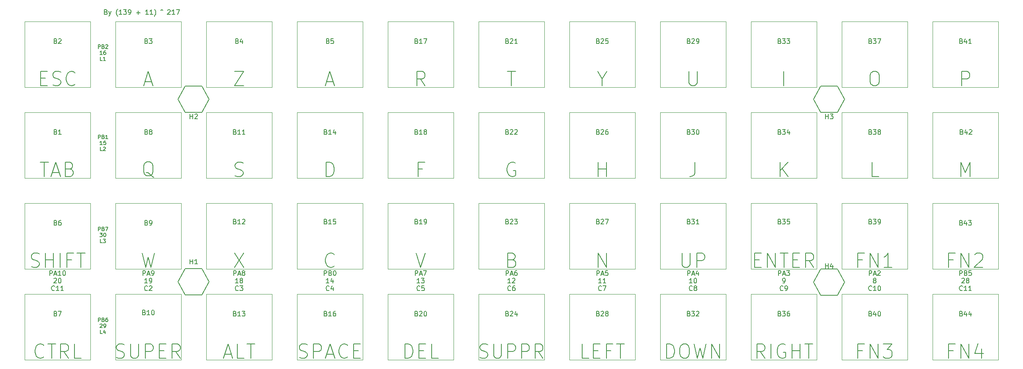
<source format=gbr>
%TF.GenerationSoftware,KiCad,Pcbnew,7.0.8*%
%TF.CreationDate,2023-10-13T02:07:57+02:00*%
%TF.ProjectId,keyboard_steamdeck,6b657962-6f61-4726-945f-737465616d64,V 1.0*%
%TF.SameCoordinates,Original*%
%TF.FileFunction,Legend,Top*%
%TF.FilePolarity,Positive*%
%FSLAX46Y46*%
G04 Gerber Fmt 4.6, Leading zero omitted, Abs format (unit mm)*
G04 Created by KiCad (PCBNEW 7.0.8) date 2023-10-13 02:07:57*
%MOMM*%
%LPD*%
G01*
G04 APERTURE LIST*
%ADD10C,0.150000*%
%ADD11C,0.120000*%
G04 APERTURE END LIST*
D10*
X112268000Y-105283000D02*
X113792000Y-108077000D01*
X112268000Y-144018000D02*
X113792000Y-146812000D01*
X248920000Y-146939000D02*
X247396000Y-149733000D01*
X248920000Y-108077000D02*
X247396000Y-110871000D01*
X247396000Y-110871000D02*
X243840000Y-110871000D01*
X247396000Y-105283000D02*
X243840000Y-105283000D01*
X243840000Y-149733000D02*
X242316000Y-146939000D01*
X112268000Y-105283000D02*
X108712000Y-105283000D01*
X108712000Y-110871000D02*
X107188000Y-108077000D01*
X107188000Y-108077000D02*
X108712000Y-105283000D01*
X113792000Y-146812000D02*
X112268000Y-149606000D01*
X108712000Y-149606000D02*
X107188000Y-146812000D01*
X242316000Y-108077000D02*
X243840000Y-105283000D01*
X247396000Y-149733000D02*
X243840000Y-149733000D01*
X112268000Y-144018000D02*
X108712000Y-144018000D01*
X107188000Y-146812000D02*
X108712000Y-144018000D01*
X247396000Y-144145000D02*
X248920000Y-146939000D01*
X112268000Y-149606000D02*
X108712000Y-149606000D01*
X247396000Y-105283000D02*
X248920000Y-108077000D01*
X113792000Y-108077000D02*
X112268000Y-110871000D01*
X243840000Y-110871000D02*
X242316000Y-108077000D01*
X242316000Y-146939000D02*
X243840000Y-144145000D01*
X112268000Y-110871000D02*
X108712000Y-110871000D01*
X247396000Y-144145000D02*
X243840000Y-144145000D01*
X196500857Y-124466057D02*
X196500857Y-121466057D01*
X196500857Y-122894628D02*
X198215143Y-122894628D01*
X198215143Y-124466057D02*
X198215143Y-121466057D01*
X159678571Y-105162057D02*
X158678571Y-103733485D01*
X157964285Y-105162057D02*
X157964285Y-102162057D01*
X157964285Y-102162057D02*
X159107142Y-102162057D01*
X159107142Y-102162057D02*
X159392857Y-102304914D01*
X159392857Y-102304914D02*
X159535714Y-102447771D01*
X159535714Y-102447771D02*
X159678571Y-102733485D01*
X159678571Y-102733485D02*
X159678571Y-103162057D01*
X159678571Y-103162057D02*
X159535714Y-103447771D01*
X159535714Y-103447771D02*
X159392857Y-103590628D01*
X159392857Y-103590628D02*
X159107142Y-103733485D01*
X159107142Y-103733485D02*
X157964285Y-103733485D01*
X171356380Y-162931200D02*
X171770666Y-163074057D01*
X171770666Y-163074057D02*
X172461142Y-163074057D01*
X172461142Y-163074057D02*
X172737333Y-162931200D01*
X172737333Y-162931200D02*
X172875428Y-162788342D01*
X172875428Y-162788342D02*
X173013523Y-162502628D01*
X173013523Y-162502628D02*
X173013523Y-162216914D01*
X173013523Y-162216914D02*
X172875428Y-161931200D01*
X172875428Y-161931200D02*
X172737333Y-161788342D01*
X172737333Y-161788342D02*
X172461142Y-161645485D01*
X172461142Y-161645485D02*
X171908761Y-161502628D01*
X171908761Y-161502628D02*
X171632571Y-161359771D01*
X171632571Y-161359771D02*
X171494476Y-161216914D01*
X171494476Y-161216914D02*
X171356380Y-160931200D01*
X171356380Y-160931200D02*
X171356380Y-160645485D01*
X171356380Y-160645485D02*
X171494476Y-160359771D01*
X171494476Y-160359771D02*
X171632571Y-160216914D01*
X171632571Y-160216914D02*
X171908761Y-160074057D01*
X171908761Y-160074057D02*
X172599238Y-160074057D01*
X172599238Y-160074057D02*
X173013523Y-160216914D01*
X174256381Y-160074057D02*
X174256381Y-162502628D01*
X174256381Y-162502628D02*
X174394476Y-162788342D01*
X174394476Y-162788342D02*
X174532571Y-162931200D01*
X174532571Y-162931200D02*
X174808762Y-163074057D01*
X174808762Y-163074057D02*
X175361143Y-163074057D01*
X175361143Y-163074057D02*
X175637333Y-162931200D01*
X175637333Y-162931200D02*
X175775428Y-162788342D01*
X175775428Y-162788342D02*
X175913524Y-162502628D01*
X175913524Y-162502628D02*
X175913524Y-160074057D01*
X177294476Y-163074057D02*
X177294476Y-160074057D01*
X177294476Y-160074057D02*
X178399238Y-160074057D01*
X178399238Y-160074057D02*
X178675428Y-160216914D01*
X178675428Y-160216914D02*
X178813523Y-160359771D01*
X178813523Y-160359771D02*
X178951619Y-160645485D01*
X178951619Y-160645485D02*
X178951619Y-161074057D01*
X178951619Y-161074057D02*
X178813523Y-161359771D01*
X178813523Y-161359771D02*
X178675428Y-161502628D01*
X178675428Y-161502628D02*
X178399238Y-161645485D01*
X178399238Y-161645485D02*
X177294476Y-161645485D01*
X180194476Y-163074057D02*
X180194476Y-160074057D01*
X180194476Y-160074057D02*
X181299238Y-160074057D01*
X181299238Y-160074057D02*
X181575428Y-160216914D01*
X181575428Y-160216914D02*
X181713523Y-160359771D01*
X181713523Y-160359771D02*
X181851619Y-160645485D01*
X181851619Y-160645485D02*
X181851619Y-161074057D01*
X181851619Y-161074057D02*
X181713523Y-161359771D01*
X181713523Y-161359771D02*
X181575428Y-161502628D01*
X181575428Y-161502628D02*
X181299238Y-161645485D01*
X181299238Y-161645485D02*
X180194476Y-161645485D01*
X184751619Y-163074057D02*
X183784952Y-161645485D01*
X183094476Y-163074057D02*
X183094476Y-160074057D01*
X183094476Y-160074057D02*
X184199238Y-160074057D01*
X184199238Y-160074057D02*
X184475428Y-160216914D01*
X184475428Y-160216914D02*
X184613523Y-160359771D01*
X184613523Y-160359771D02*
X184751619Y-160645485D01*
X184751619Y-160645485D02*
X184751619Y-161074057D01*
X184751619Y-161074057D02*
X184613523Y-161359771D01*
X184613523Y-161359771D02*
X184475428Y-161502628D01*
X184475428Y-161502628D02*
X184199238Y-161645485D01*
X184199238Y-161645485D02*
X183094476Y-161645485D01*
X119284857Y-124323200D02*
X119713429Y-124466057D01*
X119713429Y-124466057D02*
X120427714Y-124466057D01*
X120427714Y-124466057D02*
X120713429Y-124323200D01*
X120713429Y-124323200D02*
X120856286Y-124180342D01*
X120856286Y-124180342D02*
X120999143Y-123894628D01*
X120999143Y-123894628D02*
X120999143Y-123608914D01*
X120999143Y-123608914D02*
X120856286Y-123323200D01*
X120856286Y-123323200D02*
X120713429Y-123180342D01*
X120713429Y-123180342D02*
X120427714Y-123037485D01*
X120427714Y-123037485D02*
X119856286Y-122894628D01*
X119856286Y-122894628D02*
X119570571Y-122751771D01*
X119570571Y-122751771D02*
X119427714Y-122608914D01*
X119427714Y-122608914D02*
X119284857Y-122323200D01*
X119284857Y-122323200D02*
X119284857Y-122037485D01*
X119284857Y-122037485D02*
X119427714Y-121751771D01*
X119427714Y-121751771D02*
X119570571Y-121608914D01*
X119570571Y-121608914D02*
X119856286Y-121466057D01*
X119856286Y-121466057D02*
X120570571Y-121466057D01*
X120570571Y-121466057D02*
X120999143Y-121608914D01*
X132945999Y-162931200D02*
X133374571Y-163074057D01*
X133374571Y-163074057D02*
X134088856Y-163074057D01*
X134088856Y-163074057D02*
X134374571Y-162931200D01*
X134374571Y-162931200D02*
X134517428Y-162788342D01*
X134517428Y-162788342D02*
X134660285Y-162502628D01*
X134660285Y-162502628D02*
X134660285Y-162216914D01*
X134660285Y-162216914D02*
X134517428Y-161931200D01*
X134517428Y-161931200D02*
X134374571Y-161788342D01*
X134374571Y-161788342D02*
X134088856Y-161645485D01*
X134088856Y-161645485D02*
X133517428Y-161502628D01*
X133517428Y-161502628D02*
X133231713Y-161359771D01*
X133231713Y-161359771D02*
X133088856Y-161216914D01*
X133088856Y-161216914D02*
X132945999Y-160931200D01*
X132945999Y-160931200D02*
X132945999Y-160645485D01*
X132945999Y-160645485D02*
X133088856Y-160359771D01*
X133088856Y-160359771D02*
X133231713Y-160216914D01*
X133231713Y-160216914D02*
X133517428Y-160074057D01*
X133517428Y-160074057D02*
X134231713Y-160074057D01*
X134231713Y-160074057D02*
X134660285Y-160216914D01*
X135945999Y-163074057D02*
X135945999Y-160074057D01*
X135945999Y-160074057D02*
X137088856Y-160074057D01*
X137088856Y-160074057D02*
X137374571Y-160216914D01*
X137374571Y-160216914D02*
X137517428Y-160359771D01*
X137517428Y-160359771D02*
X137660285Y-160645485D01*
X137660285Y-160645485D02*
X137660285Y-161074057D01*
X137660285Y-161074057D02*
X137517428Y-161359771D01*
X137517428Y-161359771D02*
X137374571Y-161502628D01*
X137374571Y-161502628D02*
X137088856Y-161645485D01*
X137088856Y-161645485D02*
X135945999Y-161645485D01*
X138803142Y-162216914D02*
X140231714Y-162216914D01*
X138517428Y-163074057D02*
X139517428Y-160074057D01*
X139517428Y-160074057D02*
X140517428Y-163074057D01*
X143231714Y-162788342D02*
X143088857Y-162931200D01*
X143088857Y-162931200D02*
X142660285Y-163074057D01*
X142660285Y-163074057D02*
X142374571Y-163074057D01*
X142374571Y-163074057D02*
X141946000Y-162931200D01*
X141946000Y-162931200D02*
X141660285Y-162645485D01*
X141660285Y-162645485D02*
X141517428Y-162359771D01*
X141517428Y-162359771D02*
X141374571Y-161788342D01*
X141374571Y-161788342D02*
X141374571Y-161359771D01*
X141374571Y-161359771D02*
X141517428Y-160788342D01*
X141517428Y-160788342D02*
X141660285Y-160502628D01*
X141660285Y-160502628D02*
X141946000Y-160216914D01*
X141946000Y-160216914D02*
X142374571Y-160074057D01*
X142374571Y-160074057D02*
X142660285Y-160074057D01*
X142660285Y-160074057D02*
X143088857Y-160216914D01*
X143088857Y-160216914D02*
X143231714Y-160359771D01*
X144517428Y-161502628D02*
X145517428Y-161502628D01*
X145946000Y-163074057D02*
X144517428Y-163074057D01*
X144517428Y-163074057D02*
X144517428Y-160074057D01*
X144517428Y-160074057D02*
X145946000Y-160074057D01*
X155392857Y-163074057D02*
X155392857Y-160074057D01*
X155392857Y-160074057D02*
X156107143Y-160074057D01*
X156107143Y-160074057D02*
X156535714Y-160216914D01*
X156535714Y-160216914D02*
X156821429Y-160502628D01*
X156821429Y-160502628D02*
X156964286Y-160788342D01*
X156964286Y-160788342D02*
X157107143Y-161359771D01*
X157107143Y-161359771D02*
X157107143Y-161788342D01*
X157107143Y-161788342D02*
X156964286Y-162359771D01*
X156964286Y-162359771D02*
X156821429Y-162645485D01*
X156821429Y-162645485D02*
X156535714Y-162931200D01*
X156535714Y-162931200D02*
X156107143Y-163074057D01*
X156107143Y-163074057D02*
X155392857Y-163074057D01*
X158392857Y-161502628D02*
X159392857Y-161502628D01*
X159821429Y-163074057D02*
X158392857Y-163074057D01*
X158392857Y-163074057D02*
X158392857Y-160074057D01*
X158392857Y-160074057D02*
X159821429Y-160074057D01*
X162535715Y-163074057D02*
X161107143Y-163074057D01*
X161107143Y-163074057D02*
X161107143Y-160074057D01*
X176887333Y-145493819D02*
X176887333Y-144493819D01*
X176887333Y-144493819D02*
X177268285Y-144493819D01*
X177268285Y-144493819D02*
X177363523Y-144541438D01*
X177363523Y-144541438D02*
X177411142Y-144589057D01*
X177411142Y-144589057D02*
X177458761Y-144684295D01*
X177458761Y-144684295D02*
X177458761Y-144827152D01*
X177458761Y-144827152D02*
X177411142Y-144922390D01*
X177411142Y-144922390D02*
X177363523Y-144970009D01*
X177363523Y-144970009D02*
X177268285Y-145017628D01*
X177268285Y-145017628D02*
X176887333Y-145017628D01*
X177839714Y-145208104D02*
X178315904Y-145208104D01*
X177744476Y-145493819D02*
X178077809Y-144493819D01*
X178077809Y-144493819D02*
X178411142Y-145493819D01*
X179173047Y-144493819D02*
X178982571Y-144493819D01*
X178982571Y-144493819D02*
X178887333Y-144541438D01*
X178887333Y-144541438D02*
X178839714Y-144589057D01*
X178839714Y-144589057D02*
X178744476Y-144731914D01*
X178744476Y-144731914D02*
X178696857Y-144922390D01*
X178696857Y-144922390D02*
X178696857Y-145303342D01*
X178696857Y-145303342D02*
X178744476Y-145398580D01*
X178744476Y-145398580D02*
X178792095Y-145446200D01*
X178792095Y-145446200D02*
X178887333Y-145493819D01*
X178887333Y-145493819D02*
X179077809Y-145493819D01*
X179077809Y-145493819D02*
X179173047Y-145446200D01*
X179173047Y-145446200D02*
X179220666Y-145398580D01*
X179220666Y-145398580D02*
X179268285Y-145303342D01*
X179268285Y-145303342D02*
X179268285Y-145065247D01*
X179268285Y-145065247D02*
X179220666Y-144970009D01*
X179220666Y-144970009D02*
X179173047Y-144922390D01*
X179173047Y-144922390D02*
X179077809Y-144874771D01*
X179077809Y-144874771D02*
X178887333Y-144874771D01*
X178887333Y-144874771D02*
X178792095Y-144922390D01*
X178792095Y-144922390D02*
X178744476Y-144970009D01*
X178744476Y-144970009D02*
X178696857Y-145065247D01*
X177863523Y-147103819D02*
X177292095Y-147103819D01*
X177577809Y-147103819D02*
X177577809Y-146103819D01*
X177577809Y-146103819D02*
X177482571Y-146246676D01*
X177482571Y-146246676D02*
X177387333Y-146341914D01*
X177387333Y-146341914D02*
X177292095Y-146389533D01*
X178244476Y-146199057D02*
X178292095Y-146151438D01*
X178292095Y-146151438D02*
X178387333Y-146103819D01*
X178387333Y-146103819D02*
X178625428Y-146103819D01*
X178625428Y-146103819D02*
X178720666Y-146151438D01*
X178720666Y-146151438D02*
X178768285Y-146199057D01*
X178768285Y-146199057D02*
X178815904Y-146294295D01*
X178815904Y-146294295D02*
X178815904Y-146389533D01*
X178815904Y-146389533D02*
X178768285Y-146532390D01*
X178768285Y-146532390D02*
X178196857Y-147103819D01*
X178196857Y-147103819D02*
X178815904Y-147103819D01*
X177887333Y-148618580D02*
X177839714Y-148666200D01*
X177839714Y-148666200D02*
X177696857Y-148713819D01*
X177696857Y-148713819D02*
X177601619Y-148713819D01*
X177601619Y-148713819D02*
X177458762Y-148666200D01*
X177458762Y-148666200D02*
X177363524Y-148570961D01*
X177363524Y-148570961D02*
X177315905Y-148475723D01*
X177315905Y-148475723D02*
X177268286Y-148285247D01*
X177268286Y-148285247D02*
X177268286Y-148142390D01*
X177268286Y-148142390D02*
X177315905Y-147951914D01*
X177315905Y-147951914D02*
X177363524Y-147856676D01*
X177363524Y-147856676D02*
X177458762Y-147761438D01*
X177458762Y-147761438D02*
X177601619Y-147713819D01*
X177601619Y-147713819D02*
X177696857Y-147713819D01*
X177696857Y-147713819D02*
X177839714Y-147761438D01*
X177839714Y-147761438D02*
X177887333Y-147809057D01*
X178744476Y-147713819D02*
X178554000Y-147713819D01*
X178554000Y-147713819D02*
X178458762Y-147761438D01*
X178458762Y-147761438D02*
X178411143Y-147809057D01*
X178411143Y-147809057D02*
X178315905Y-147951914D01*
X178315905Y-147951914D02*
X178268286Y-148142390D01*
X178268286Y-148142390D02*
X178268286Y-148523342D01*
X178268286Y-148523342D02*
X178315905Y-148618580D01*
X178315905Y-148618580D02*
X178363524Y-148666200D01*
X178363524Y-148666200D02*
X178458762Y-148713819D01*
X178458762Y-148713819D02*
X178649238Y-148713819D01*
X178649238Y-148713819D02*
X178744476Y-148666200D01*
X178744476Y-148666200D02*
X178792095Y-148618580D01*
X178792095Y-148618580D02*
X178839714Y-148523342D01*
X178839714Y-148523342D02*
X178839714Y-148285247D01*
X178839714Y-148285247D02*
X178792095Y-148190009D01*
X178792095Y-148190009D02*
X178744476Y-148142390D01*
X178744476Y-148142390D02*
X178649238Y-148094771D01*
X178649238Y-148094771D02*
X178458762Y-148094771D01*
X178458762Y-148094771D02*
X178363524Y-148142390D01*
X178363524Y-148142390D02*
X178315905Y-148190009D01*
X178315905Y-148190009D02*
X178268286Y-148285247D01*
X273788285Y-105162057D02*
X273788285Y-102162057D01*
X273788285Y-102162057D02*
X274931142Y-102162057D01*
X274931142Y-102162057D02*
X275216857Y-102304914D01*
X275216857Y-102304914D02*
X275359714Y-102447771D01*
X275359714Y-102447771D02*
X275502571Y-102733485D01*
X275502571Y-102733485D02*
X275502571Y-103162057D01*
X275502571Y-103162057D02*
X275359714Y-103447771D01*
X275359714Y-103447771D02*
X275216857Y-103590628D01*
X275216857Y-103590628D02*
X274931142Y-103733485D01*
X274931142Y-103733485D02*
X273788285Y-103733485D01*
X138731714Y-104304914D02*
X140160286Y-104304914D01*
X138446000Y-105162057D02*
X139446000Y-102162057D01*
X139446000Y-102162057D02*
X140446000Y-105162057D01*
X211019143Y-163074057D02*
X211019143Y-160074057D01*
X211019143Y-160074057D02*
X211733429Y-160074057D01*
X211733429Y-160074057D02*
X212162000Y-160216914D01*
X212162000Y-160216914D02*
X212447715Y-160502628D01*
X212447715Y-160502628D02*
X212590572Y-160788342D01*
X212590572Y-160788342D02*
X212733429Y-161359771D01*
X212733429Y-161359771D02*
X212733429Y-161788342D01*
X212733429Y-161788342D02*
X212590572Y-162359771D01*
X212590572Y-162359771D02*
X212447715Y-162645485D01*
X212447715Y-162645485D02*
X212162000Y-162931200D01*
X212162000Y-162931200D02*
X211733429Y-163074057D01*
X211733429Y-163074057D02*
X211019143Y-163074057D01*
X214590572Y-160074057D02*
X215162000Y-160074057D01*
X215162000Y-160074057D02*
X215447715Y-160216914D01*
X215447715Y-160216914D02*
X215733429Y-160502628D01*
X215733429Y-160502628D02*
X215876286Y-161074057D01*
X215876286Y-161074057D02*
X215876286Y-162074057D01*
X215876286Y-162074057D02*
X215733429Y-162645485D01*
X215733429Y-162645485D02*
X215447715Y-162931200D01*
X215447715Y-162931200D02*
X215162000Y-163074057D01*
X215162000Y-163074057D02*
X214590572Y-163074057D01*
X214590572Y-163074057D02*
X214304858Y-162931200D01*
X214304858Y-162931200D02*
X214019143Y-162645485D01*
X214019143Y-162645485D02*
X213876286Y-162074057D01*
X213876286Y-162074057D02*
X213876286Y-161074057D01*
X213876286Y-161074057D02*
X214019143Y-160502628D01*
X214019143Y-160502628D02*
X214304858Y-160216914D01*
X214304858Y-160216914D02*
X214590572Y-160074057D01*
X216876286Y-160074057D02*
X217590572Y-163074057D01*
X217590572Y-163074057D02*
X218162000Y-160931200D01*
X218162000Y-160931200D02*
X218733429Y-163074057D01*
X218733429Y-163074057D02*
X219447715Y-160074057D01*
X220590571Y-163074057D02*
X220590571Y-160074057D01*
X220590571Y-160074057D02*
X222304857Y-163074057D01*
X222304857Y-163074057D02*
X222304857Y-160074057D01*
X272002571Y-142198628D02*
X271002571Y-142198628D01*
X271002571Y-143770057D02*
X271002571Y-140770057D01*
X271002571Y-140770057D02*
X272431143Y-140770057D01*
X273574000Y-143770057D02*
X273574000Y-140770057D01*
X273574000Y-140770057D02*
X275288286Y-143770057D01*
X275288286Y-143770057D02*
X275288286Y-140770057D01*
X276574000Y-141055771D02*
X276716857Y-140912914D01*
X276716857Y-140912914D02*
X277002572Y-140770057D01*
X277002572Y-140770057D02*
X277716857Y-140770057D01*
X277716857Y-140770057D02*
X278002572Y-140912914D01*
X278002572Y-140912914D02*
X278145429Y-141055771D01*
X278145429Y-141055771D02*
X278288286Y-141341485D01*
X278288286Y-141341485D02*
X278288286Y-141627200D01*
X278288286Y-141627200D02*
X278145429Y-142055771D01*
X278145429Y-142055771D02*
X276431143Y-143770057D01*
X276431143Y-143770057D02*
X278288286Y-143770057D01*
X178268285Y-142198628D02*
X178696857Y-142341485D01*
X178696857Y-142341485D02*
X178839714Y-142484342D01*
X178839714Y-142484342D02*
X178982571Y-142770057D01*
X178982571Y-142770057D02*
X178982571Y-143198628D01*
X178982571Y-143198628D02*
X178839714Y-143484342D01*
X178839714Y-143484342D02*
X178696857Y-143627200D01*
X178696857Y-143627200D02*
X178411142Y-143770057D01*
X178411142Y-143770057D02*
X177268285Y-143770057D01*
X177268285Y-143770057D02*
X177268285Y-140770057D01*
X177268285Y-140770057D02*
X178268285Y-140770057D01*
X178268285Y-140770057D02*
X178554000Y-140912914D01*
X178554000Y-140912914D02*
X178696857Y-141055771D01*
X178696857Y-141055771D02*
X178839714Y-141341485D01*
X178839714Y-141341485D02*
X178839714Y-141627200D01*
X178839714Y-141627200D02*
X178696857Y-141912914D01*
X178696857Y-141912914D02*
X178554000Y-142055771D01*
X178554000Y-142055771D02*
X178268285Y-142198628D01*
X178268285Y-142198628D02*
X177268285Y-142198628D01*
X235966000Y-105162057D02*
X235966000Y-102162057D01*
X138660285Y-124466057D02*
X138660285Y-121466057D01*
X138660285Y-121466057D02*
X139374571Y-121466057D01*
X139374571Y-121466057D02*
X139803142Y-121608914D01*
X139803142Y-121608914D02*
X140088857Y-121894628D01*
X140088857Y-121894628D02*
X140231714Y-122180342D01*
X140231714Y-122180342D02*
X140374571Y-122751771D01*
X140374571Y-122751771D02*
X140374571Y-123180342D01*
X140374571Y-123180342D02*
X140231714Y-123751771D01*
X140231714Y-123751771D02*
X140088857Y-124037485D01*
X140088857Y-124037485D02*
X139803142Y-124323200D01*
X139803142Y-124323200D02*
X139374571Y-124466057D01*
X139374571Y-124466057D02*
X138660285Y-124466057D01*
X214304857Y-140770057D02*
X214304857Y-143198628D01*
X214304857Y-143198628D02*
X214447714Y-143484342D01*
X214447714Y-143484342D02*
X214590572Y-143627200D01*
X214590572Y-143627200D02*
X214876286Y-143770057D01*
X214876286Y-143770057D02*
X215447714Y-143770057D01*
X215447714Y-143770057D02*
X215733429Y-143627200D01*
X215733429Y-143627200D02*
X215876286Y-143484342D01*
X215876286Y-143484342D02*
X216019143Y-143198628D01*
X216019143Y-143198628D02*
X216019143Y-140770057D01*
X217447714Y-143770057D02*
X217447714Y-140770057D01*
X217447714Y-140770057D02*
X218590571Y-140770057D01*
X218590571Y-140770057D02*
X218876286Y-140912914D01*
X218876286Y-140912914D02*
X219019143Y-141055771D01*
X219019143Y-141055771D02*
X219162000Y-141341485D01*
X219162000Y-141341485D02*
X219162000Y-141770057D01*
X219162000Y-141770057D02*
X219019143Y-142055771D01*
X219019143Y-142055771D02*
X218876286Y-142198628D01*
X218876286Y-142198628D02*
X218590571Y-142341485D01*
X218590571Y-142341485D02*
X217447714Y-142341485D01*
X197358000Y-103733485D02*
X197358000Y-105162057D01*
X196358000Y-102162057D02*
X197358000Y-103733485D01*
X197358000Y-103733485D02*
X198358000Y-102162057D01*
X157750000Y-140770057D02*
X158750000Y-143770057D01*
X158750000Y-143770057D02*
X159750000Y-140770057D01*
X196500857Y-143770057D02*
X196500857Y-140770057D01*
X196500857Y-140770057D02*
X198215143Y-143770057D01*
X198215143Y-143770057D02*
X198215143Y-140770057D01*
X256198572Y-124466057D02*
X254770000Y-124466057D01*
X254770000Y-124466057D02*
X254770000Y-121466057D01*
X118975333Y-145493819D02*
X118975333Y-144493819D01*
X118975333Y-144493819D02*
X119356285Y-144493819D01*
X119356285Y-144493819D02*
X119451523Y-144541438D01*
X119451523Y-144541438D02*
X119499142Y-144589057D01*
X119499142Y-144589057D02*
X119546761Y-144684295D01*
X119546761Y-144684295D02*
X119546761Y-144827152D01*
X119546761Y-144827152D02*
X119499142Y-144922390D01*
X119499142Y-144922390D02*
X119451523Y-144970009D01*
X119451523Y-144970009D02*
X119356285Y-145017628D01*
X119356285Y-145017628D02*
X118975333Y-145017628D01*
X119927714Y-145208104D02*
X120403904Y-145208104D01*
X119832476Y-145493819D02*
X120165809Y-144493819D01*
X120165809Y-144493819D02*
X120499142Y-145493819D01*
X120975333Y-144922390D02*
X120880095Y-144874771D01*
X120880095Y-144874771D02*
X120832476Y-144827152D01*
X120832476Y-144827152D02*
X120784857Y-144731914D01*
X120784857Y-144731914D02*
X120784857Y-144684295D01*
X120784857Y-144684295D02*
X120832476Y-144589057D01*
X120832476Y-144589057D02*
X120880095Y-144541438D01*
X120880095Y-144541438D02*
X120975333Y-144493819D01*
X120975333Y-144493819D02*
X121165809Y-144493819D01*
X121165809Y-144493819D02*
X121261047Y-144541438D01*
X121261047Y-144541438D02*
X121308666Y-144589057D01*
X121308666Y-144589057D02*
X121356285Y-144684295D01*
X121356285Y-144684295D02*
X121356285Y-144731914D01*
X121356285Y-144731914D02*
X121308666Y-144827152D01*
X121308666Y-144827152D02*
X121261047Y-144874771D01*
X121261047Y-144874771D02*
X121165809Y-144922390D01*
X121165809Y-144922390D02*
X120975333Y-144922390D01*
X120975333Y-144922390D02*
X120880095Y-144970009D01*
X120880095Y-144970009D02*
X120832476Y-145017628D01*
X120832476Y-145017628D02*
X120784857Y-145112866D01*
X120784857Y-145112866D02*
X120784857Y-145303342D01*
X120784857Y-145303342D02*
X120832476Y-145398580D01*
X120832476Y-145398580D02*
X120880095Y-145446200D01*
X120880095Y-145446200D02*
X120975333Y-145493819D01*
X120975333Y-145493819D02*
X121165809Y-145493819D01*
X121165809Y-145493819D02*
X121261047Y-145446200D01*
X121261047Y-145446200D02*
X121308666Y-145398580D01*
X121308666Y-145398580D02*
X121356285Y-145303342D01*
X121356285Y-145303342D02*
X121356285Y-145112866D01*
X121356285Y-145112866D02*
X121308666Y-145017628D01*
X121308666Y-145017628D02*
X121261047Y-144970009D01*
X121261047Y-144970009D02*
X121165809Y-144922390D01*
X119951523Y-147103819D02*
X119380095Y-147103819D01*
X119665809Y-147103819D02*
X119665809Y-146103819D01*
X119665809Y-146103819D02*
X119570571Y-146246676D01*
X119570571Y-146246676D02*
X119475333Y-146341914D01*
X119475333Y-146341914D02*
X119380095Y-146389533D01*
X120522952Y-146532390D02*
X120427714Y-146484771D01*
X120427714Y-146484771D02*
X120380095Y-146437152D01*
X120380095Y-146437152D02*
X120332476Y-146341914D01*
X120332476Y-146341914D02*
X120332476Y-146294295D01*
X120332476Y-146294295D02*
X120380095Y-146199057D01*
X120380095Y-146199057D02*
X120427714Y-146151438D01*
X120427714Y-146151438D02*
X120522952Y-146103819D01*
X120522952Y-146103819D02*
X120713428Y-146103819D01*
X120713428Y-146103819D02*
X120808666Y-146151438D01*
X120808666Y-146151438D02*
X120856285Y-146199057D01*
X120856285Y-146199057D02*
X120903904Y-146294295D01*
X120903904Y-146294295D02*
X120903904Y-146341914D01*
X120903904Y-146341914D02*
X120856285Y-146437152D01*
X120856285Y-146437152D02*
X120808666Y-146484771D01*
X120808666Y-146484771D02*
X120713428Y-146532390D01*
X120713428Y-146532390D02*
X120522952Y-146532390D01*
X120522952Y-146532390D02*
X120427714Y-146580009D01*
X120427714Y-146580009D02*
X120380095Y-146627628D01*
X120380095Y-146627628D02*
X120332476Y-146722866D01*
X120332476Y-146722866D02*
X120332476Y-146913342D01*
X120332476Y-146913342D02*
X120380095Y-147008580D01*
X120380095Y-147008580D02*
X120427714Y-147056200D01*
X120427714Y-147056200D02*
X120522952Y-147103819D01*
X120522952Y-147103819D02*
X120713428Y-147103819D01*
X120713428Y-147103819D02*
X120808666Y-147056200D01*
X120808666Y-147056200D02*
X120856285Y-147008580D01*
X120856285Y-147008580D02*
X120903904Y-146913342D01*
X120903904Y-146913342D02*
X120903904Y-146722866D01*
X120903904Y-146722866D02*
X120856285Y-146627628D01*
X120856285Y-146627628D02*
X120808666Y-146580009D01*
X120808666Y-146580009D02*
X120713428Y-146532390D01*
X119975333Y-148618580D02*
X119927714Y-148666200D01*
X119927714Y-148666200D02*
X119784857Y-148713819D01*
X119784857Y-148713819D02*
X119689619Y-148713819D01*
X119689619Y-148713819D02*
X119546762Y-148666200D01*
X119546762Y-148666200D02*
X119451524Y-148570961D01*
X119451524Y-148570961D02*
X119403905Y-148475723D01*
X119403905Y-148475723D02*
X119356286Y-148285247D01*
X119356286Y-148285247D02*
X119356286Y-148142390D01*
X119356286Y-148142390D02*
X119403905Y-147951914D01*
X119403905Y-147951914D02*
X119451524Y-147856676D01*
X119451524Y-147856676D02*
X119546762Y-147761438D01*
X119546762Y-147761438D02*
X119689619Y-147713819D01*
X119689619Y-147713819D02*
X119784857Y-147713819D01*
X119784857Y-147713819D02*
X119927714Y-147761438D01*
X119927714Y-147761438D02*
X119975333Y-147809057D01*
X120308667Y-147713819D02*
X120927714Y-147713819D01*
X120927714Y-147713819D02*
X120594381Y-148094771D01*
X120594381Y-148094771D02*
X120737238Y-148094771D01*
X120737238Y-148094771D02*
X120832476Y-148142390D01*
X120832476Y-148142390D02*
X120880095Y-148190009D01*
X120880095Y-148190009D02*
X120927714Y-148285247D01*
X120927714Y-148285247D02*
X120927714Y-148523342D01*
X120927714Y-148523342D02*
X120880095Y-148618580D01*
X120880095Y-148618580D02*
X120832476Y-148666200D01*
X120832476Y-148666200D02*
X120737238Y-148713819D01*
X120737238Y-148713819D02*
X120451524Y-148713819D01*
X120451524Y-148713819D02*
X120356286Y-148666200D01*
X120356286Y-148666200D02*
X120308667Y-148618580D01*
X231966000Y-163074057D02*
X230966000Y-161645485D01*
X230251714Y-163074057D02*
X230251714Y-160074057D01*
X230251714Y-160074057D02*
X231394571Y-160074057D01*
X231394571Y-160074057D02*
X231680286Y-160216914D01*
X231680286Y-160216914D02*
X231823143Y-160359771D01*
X231823143Y-160359771D02*
X231966000Y-160645485D01*
X231966000Y-160645485D02*
X231966000Y-161074057D01*
X231966000Y-161074057D02*
X231823143Y-161359771D01*
X231823143Y-161359771D02*
X231680286Y-161502628D01*
X231680286Y-161502628D02*
X231394571Y-161645485D01*
X231394571Y-161645485D02*
X230251714Y-161645485D01*
X233251714Y-163074057D02*
X233251714Y-160074057D01*
X236251714Y-160216914D02*
X235966000Y-160074057D01*
X235966000Y-160074057D02*
X235537428Y-160074057D01*
X235537428Y-160074057D02*
X235108857Y-160216914D01*
X235108857Y-160216914D02*
X234823142Y-160502628D01*
X234823142Y-160502628D02*
X234680285Y-160788342D01*
X234680285Y-160788342D02*
X234537428Y-161359771D01*
X234537428Y-161359771D02*
X234537428Y-161788342D01*
X234537428Y-161788342D02*
X234680285Y-162359771D01*
X234680285Y-162359771D02*
X234823142Y-162645485D01*
X234823142Y-162645485D02*
X235108857Y-162931200D01*
X235108857Y-162931200D02*
X235537428Y-163074057D01*
X235537428Y-163074057D02*
X235823142Y-163074057D01*
X235823142Y-163074057D02*
X236251714Y-162931200D01*
X236251714Y-162931200D02*
X236394571Y-162788342D01*
X236394571Y-162788342D02*
X236394571Y-161788342D01*
X236394571Y-161788342D02*
X235823142Y-161788342D01*
X237680285Y-163074057D02*
X237680285Y-160074057D01*
X237680285Y-161502628D02*
X239394571Y-161502628D01*
X239394571Y-163074057D02*
X239394571Y-160074057D01*
X240394571Y-160074057D02*
X242108857Y-160074057D01*
X241251714Y-163074057D02*
X241251714Y-160074057D01*
X252698571Y-142198628D02*
X251698571Y-142198628D01*
X251698571Y-143770057D02*
X251698571Y-140770057D01*
X251698571Y-140770057D02*
X253127143Y-140770057D01*
X254270000Y-143770057D02*
X254270000Y-140770057D01*
X254270000Y-140770057D02*
X255984286Y-143770057D01*
X255984286Y-143770057D02*
X255984286Y-140770057D01*
X258984286Y-143770057D02*
X257270000Y-143770057D01*
X258127143Y-143770057D02*
X258127143Y-140770057D01*
X258127143Y-140770057D02*
X257841429Y-141198628D01*
X257841429Y-141198628D02*
X257555714Y-141484342D01*
X257555714Y-141484342D02*
X257270000Y-141627200D01*
X90195524Y-136002295D02*
X90195524Y-135202295D01*
X90195524Y-135202295D02*
X90500286Y-135202295D01*
X90500286Y-135202295D02*
X90576476Y-135240390D01*
X90576476Y-135240390D02*
X90614571Y-135278485D01*
X90614571Y-135278485D02*
X90652667Y-135354676D01*
X90652667Y-135354676D02*
X90652667Y-135468961D01*
X90652667Y-135468961D02*
X90614571Y-135545152D01*
X90614571Y-135545152D02*
X90576476Y-135583247D01*
X90576476Y-135583247D02*
X90500286Y-135621342D01*
X90500286Y-135621342D02*
X90195524Y-135621342D01*
X91262190Y-135583247D02*
X91376476Y-135621342D01*
X91376476Y-135621342D02*
X91414571Y-135659438D01*
X91414571Y-135659438D02*
X91452667Y-135735628D01*
X91452667Y-135735628D02*
X91452667Y-135849914D01*
X91452667Y-135849914D02*
X91414571Y-135926104D01*
X91414571Y-135926104D02*
X91376476Y-135964200D01*
X91376476Y-135964200D02*
X91300286Y-136002295D01*
X91300286Y-136002295D02*
X90995524Y-136002295D01*
X90995524Y-136002295D02*
X90995524Y-135202295D01*
X90995524Y-135202295D02*
X91262190Y-135202295D01*
X91262190Y-135202295D02*
X91338381Y-135240390D01*
X91338381Y-135240390D02*
X91376476Y-135278485D01*
X91376476Y-135278485D02*
X91414571Y-135354676D01*
X91414571Y-135354676D02*
X91414571Y-135430866D01*
X91414571Y-135430866D02*
X91376476Y-135507057D01*
X91376476Y-135507057D02*
X91338381Y-135545152D01*
X91338381Y-135545152D02*
X91262190Y-135583247D01*
X91262190Y-135583247D02*
X90995524Y-135583247D01*
X91719333Y-135202295D02*
X92252667Y-135202295D01*
X92252667Y-135202295D02*
X91909809Y-136002295D01*
X90538380Y-136490295D02*
X91033618Y-136490295D01*
X91033618Y-136490295D02*
X90766952Y-136795057D01*
X90766952Y-136795057D02*
X90881237Y-136795057D01*
X90881237Y-136795057D02*
X90957428Y-136833152D01*
X90957428Y-136833152D02*
X90995523Y-136871247D01*
X90995523Y-136871247D02*
X91033618Y-136947438D01*
X91033618Y-136947438D02*
X91033618Y-137137914D01*
X91033618Y-137137914D02*
X90995523Y-137214104D01*
X90995523Y-137214104D02*
X90957428Y-137252200D01*
X90957428Y-137252200D02*
X90881237Y-137290295D01*
X90881237Y-137290295D02*
X90652666Y-137290295D01*
X90652666Y-137290295D02*
X90576475Y-137252200D01*
X90576475Y-137252200D02*
X90538380Y-137214104D01*
X91528857Y-136490295D02*
X91605047Y-136490295D01*
X91605047Y-136490295D02*
X91681238Y-136528390D01*
X91681238Y-136528390D02*
X91719333Y-136566485D01*
X91719333Y-136566485D02*
X91757428Y-136642676D01*
X91757428Y-136642676D02*
X91795523Y-136795057D01*
X91795523Y-136795057D02*
X91795523Y-136985533D01*
X91795523Y-136985533D02*
X91757428Y-137137914D01*
X91757428Y-137137914D02*
X91719333Y-137214104D01*
X91719333Y-137214104D02*
X91681238Y-137252200D01*
X91681238Y-137252200D02*
X91605047Y-137290295D01*
X91605047Y-137290295D02*
X91528857Y-137290295D01*
X91528857Y-137290295D02*
X91452666Y-137252200D01*
X91452666Y-137252200D02*
X91414571Y-137214104D01*
X91414571Y-137214104D02*
X91376476Y-137137914D01*
X91376476Y-137137914D02*
X91338380Y-136985533D01*
X91338380Y-136985533D02*
X91338380Y-136795057D01*
X91338380Y-136795057D02*
X91376476Y-136642676D01*
X91376476Y-136642676D02*
X91414571Y-136566485D01*
X91414571Y-136566485D02*
X91452666Y-136528390D01*
X91452666Y-136528390D02*
X91528857Y-136490295D01*
X91052666Y-138578295D02*
X90671714Y-138578295D01*
X90671714Y-138578295D02*
X90671714Y-137778295D01*
X91243142Y-137778295D02*
X91738380Y-137778295D01*
X91738380Y-137778295D02*
X91471714Y-138083057D01*
X91471714Y-138083057D02*
X91585999Y-138083057D01*
X91585999Y-138083057D02*
X91662190Y-138121152D01*
X91662190Y-138121152D02*
X91700285Y-138159247D01*
X91700285Y-138159247D02*
X91738380Y-138235438D01*
X91738380Y-138235438D02*
X91738380Y-138425914D01*
X91738380Y-138425914D02*
X91700285Y-138502104D01*
X91700285Y-138502104D02*
X91662190Y-138540200D01*
X91662190Y-138540200D02*
X91585999Y-138578295D01*
X91585999Y-138578295D02*
X91357428Y-138578295D01*
X91357428Y-138578295D02*
X91281237Y-138540200D01*
X91281237Y-138540200D02*
X91243142Y-138502104D01*
X117070571Y-162216914D02*
X118499143Y-162216914D01*
X116784857Y-163074057D02*
X117784857Y-160074057D01*
X117784857Y-160074057D02*
X118784857Y-163074057D01*
X121213429Y-163074057D02*
X119784857Y-163074057D01*
X119784857Y-163074057D02*
X119784857Y-160074057D01*
X121784857Y-160074057D02*
X123499143Y-160074057D01*
X122642000Y-163074057D02*
X122642000Y-160074057D01*
X78605429Y-162788342D02*
X78462572Y-162931200D01*
X78462572Y-162931200D02*
X78034000Y-163074057D01*
X78034000Y-163074057D02*
X77748286Y-163074057D01*
X77748286Y-163074057D02*
X77319715Y-162931200D01*
X77319715Y-162931200D02*
X77034000Y-162645485D01*
X77034000Y-162645485D02*
X76891143Y-162359771D01*
X76891143Y-162359771D02*
X76748286Y-161788342D01*
X76748286Y-161788342D02*
X76748286Y-161359771D01*
X76748286Y-161359771D02*
X76891143Y-160788342D01*
X76891143Y-160788342D02*
X77034000Y-160502628D01*
X77034000Y-160502628D02*
X77319715Y-160216914D01*
X77319715Y-160216914D02*
X77748286Y-160074057D01*
X77748286Y-160074057D02*
X78034000Y-160074057D01*
X78034000Y-160074057D02*
X78462572Y-160216914D01*
X78462572Y-160216914D02*
X78605429Y-160359771D01*
X79462572Y-160074057D02*
X81176858Y-160074057D01*
X80319715Y-163074057D02*
X80319715Y-160074057D01*
X83891143Y-163074057D02*
X82891143Y-161645485D01*
X82176857Y-163074057D02*
X82176857Y-160074057D01*
X82176857Y-160074057D02*
X83319714Y-160074057D01*
X83319714Y-160074057D02*
X83605429Y-160216914D01*
X83605429Y-160216914D02*
X83748286Y-160359771D01*
X83748286Y-160359771D02*
X83891143Y-160645485D01*
X83891143Y-160645485D02*
X83891143Y-161074057D01*
X83891143Y-161074057D02*
X83748286Y-161359771D01*
X83748286Y-161359771D02*
X83605429Y-161502628D01*
X83605429Y-161502628D02*
X83319714Y-161645485D01*
X83319714Y-161645485D02*
X82176857Y-161645485D01*
X86605429Y-163074057D02*
X85176857Y-163074057D01*
X85176857Y-163074057D02*
X85176857Y-160074057D01*
X77962571Y-103590628D02*
X78962571Y-103590628D01*
X79391143Y-105162057D02*
X77962571Y-105162057D01*
X77962571Y-105162057D02*
X77962571Y-102162057D01*
X77962571Y-102162057D02*
X79391143Y-102162057D01*
X80534000Y-105019200D02*
X80962572Y-105162057D01*
X80962572Y-105162057D02*
X81676857Y-105162057D01*
X81676857Y-105162057D02*
X81962572Y-105019200D01*
X81962572Y-105019200D02*
X82105429Y-104876342D01*
X82105429Y-104876342D02*
X82248286Y-104590628D01*
X82248286Y-104590628D02*
X82248286Y-104304914D01*
X82248286Y-104304914D02*
X82105429Y-104019200D01*
X82105429Y-104019200D02*
X81962572Y-103876342D01*
X81962572Y-103876342D02*
X81676857Y-103733485D01*
X81676857Y-103733485D02*
X81105429Y-103590628D01*
X81105429Y-103590628D02*
X80819714Y-103447771D01*
X80819714Y-103447771D02*
X80676857Y-103304914D01*
X80676857Y-103304914D02*
X80534000Y-103019200D01*
X80534000Y-103019200D02*
X80534000Y-102733485D01*
X80534000Y-102733485D02*
X80676857Y-102447771D01*
X80676857Y-102447771D02*
X80819714Y-102304914D01*
X80819714Y-102304914D02*
X81105429Y-102162057D01*
X81105429Y-102162057D02*
X81819714Y-102162057D01*
X81819714Y-102162057D02*
X82248286Y-102304914D01*
X85248286Y-104876342D02*
X85105429Y-105019200D01*
X85105429Y-105019200D02*
X84676857Y-105162057D01*
X84676857Y-105162057D02*
X84391143Y-105162057D01*
X84391143Y-105162057D02*
X83962572Y-105019200D01*
X83962572Y-105019200D02*
X83676857Y-104733485D01*
X83676857Y-104733485D02*
X83534000Y-104447771D01*
X83534000Y-104447771D02*
X83391143Y-103876342D01*
X83391143Y-103876342D02*
X83391143Y-103447771D01*
X83391143Y-103447771D02*
X83534000Y-102876342D01*
X83534000Y-102876342D02*
X83676857Y-102590628D01*
X83676857Y-102590628D02*
X83962572Y-102304914D01*
X83962572Y-102304914D02*
X84391143Y-102162057D01*
X84391143Y-102162057D02*
X84676857Y-102162057D01*
X84676857Y-102162057D02*
X85105429Y-102304914D01*
X85105429Y-102304914D02*
X85248286Y-102447771D01*
X101980857Y-124624771D02*
X101695143Y-124481914D01*
X101695143Y-124481914D02*
X101409429Y-124196200D01*
X101409429Y-124196200D02*
X100980857Y-123767628D01*
X100980857Y-123767628D02*
X100695143Y-123624771D01*
X100695143Y-123624771D02*
X100409429Y-123624771D01*
X100552286Y-124339057D02*
X100266572Y-124196200D01*
X100266572Y-124196200D02*
X99980857Y-123910485D01*
X99980857Y-123910485D02*
X99838000Y-123339057D01*
X99838000Y-123339057D02*
X99838000Y-122339057D01*
X99838000Y-122339057D02*
X99980857Y-121767628D01*
X99980857Y-121767628D02*
X100266572Y-121481914D01*
X100266572Y-121481914D02*
X100552286Y-121339057D01*
X100552286Y-121339057D02*
X101123714Y-121339057D01*
X101123714Y-121339057D02*
X101409429Y-121481914D01*
X101409429Y-121481914D02*
X101695143Y-121767628D01*
X101695143Y-121767628D02*
X101838000Y-122339057D01*
X101838000Y-122339057D02*
X101838000Y-123339057D01*
X101838000Y-123339057D02*
X101695143Y-123910485D01*
X101695143Y-123910485D02*
X101409429Y-124196200D01*
X101409429Y-124196200D02*
X101123714Y-124339057D01*
X101123714Y-124339057D02*
X100552286Y-124339057D01*
X90195524Y-116444295D02*
X90195524Y-115644295D01*
X90195524Y-115644295D02*
X90500286Y-115644295D01*
X90500286Y-115644295D02*
X90576476Y-115682390D01*
X90576476Y-115682390D02*
X90614571Y-115720485D01*
X90614571Y-115720485D02*
X90652667Y-115796676D01*
X90652667Y-115796676D02*
X90652667Y-115910961D01*
X90652667Y-115910961D02*
X90614571Y-115987152D01*
X90614571Y-115987152D02*
X90576476Y-116025247D01*
X90576476Y-116025247D02*
X90500286Y-116063342D01*
X90500286Y-116063342D02*
X90195524Y-116063342D01*
X91262190Y-116025247D02*
X91376476Y-116063342D01*
X91376476Y-116063342D02*
X91414571Y-116101438D01*
X91414571Y-116101438D02*
X91452667Y-116177628D01*
X91452667Y-116177628D02*
X91452667Y-116291914D01*
X91452667Y-116291914D02*
X91414571Y-116368104D01*
X91414571Y-116368104D02*
X91376476Y-116406200D01*
X91376476Y-116406200D02*
X91300286Y-116444295D01*
X91300286Y-116444295D02*
X90995524Y-116444295D01*
X90995524Y-116444295D02*
X90995524Y-115644295D01*
X90995524Y-115644295D02*
X91262190Y-115644295D01*
X91262190Y-115644295D02*
X91338381Y-115682390D01*
X91338381Y-115682390D02*
X91376476Y-115720485D01*
X91376476Y-115720485D02*
X91414571Y-115796676D01*
X91414571Y-115796676D02*
X91414571Y-115872866D01*
X91414571Y-115872866D02*
X91376476Y-115949057D01*
X91376476Y-115949057D02*
X91338381Y-115987152D01*
X91338381Y-115987152D02*
X91262190Y-116025247D01*
X91262190Y-116025247D02*
X90995524Y-116025247D01*
X92214571Y-116444295D02*
X91757428Y-116444295D01*
X91986000Y-116444295D02*
X91986000Y-115644295D01*
X91986000Y-115644295D02*
X91909809Y-115758580D01*
X91909809Y-115758580D02*
X91833619Y-115834771D01*
X91833619Y-115834771D02*
X91757428Y-115872866D01*
X91033618Y-117732295D02*
X90576475Y-117732295D01*
X90805047Y-117732295D02*
X90805047Y-116932295D01*
X90805047Y-116932295D02*
X90728856Y-117046580D01*
X90728856Y-117046580D02*
X90652666Y-117122771D01*
X90652666Y-117122771D02*
X90576475Y-117160866D01*
X91757428Y-116932295D02*
X91376476Y-116932295D01*
X91376476Y-116932295D02*
X91338380Y-117313247D01*
X91338380Y-117313247D02*
X91376476Y-117275152D01*
X91376476Y-117275152D02*
X91452666Y-117237057D01*
X91452666Y-117237057D02*
X91643142Y-117237057D01*
X91643142Y-117237057D02*
X91719333Y-117275152D01*
X91719333Y-117275152D02*
X91757428Y-117313247D01*
X91757428Y-117313247D02*
X91795523Y-117389438D01*
X91795523Y-117389438D02*
X91795523Y-117579914D01*
X91795523Y-117579914D02*
X91757428Y-117656104D01*
X91757428Y-117656104D02*
X91719333Y-117694200D01*
X91719333Y-117694200D02*
X91643142Y-117732295D01*
X91643142Y-117732295D02*
X91452666Y-117732295D01*
X91452666Y-117732295D02*
X91376476Y-117694200D01*
X91376476Y-117694200D02*
X91338380Y-117656104D01*
X91052666Y-119020295D02*
X90671714Y-119020295D01*
X90671714Y-119020295D02*
X90671714Y-118220295D01*
X91281237Y-118296485D02*
X91319333Y-118258390D01*
X91319333Y-118258390D02*
X91395523Y-118220295D01*
X91395523Y-118220295D02*
X91585999Y-118220295D01*
X91585999Y-118220295D02*
X91662190Y-118258390D01*
X91662190Y-118258390D02*
X91700285Y-118296485D01*
X91700285Y-118296485D02*
X91738380Y-118372676D01*
X91738380Y-118372676D02*
X91738380Y-118448866D01*
X91738380Y-118448866D02*
X91700285Y-118563152D01*
X91700285Y-118563152D02*
X91243142Y-119020295D01*
X91243142Y-119020295D02*
X91738380Y-119020295D01*
X194500857Y-163074057D02*
X193072285Y-163074057D01*
X193072285Y-163074057D02*
X193072285Y-160074057D01*
X195500856Y-161502628D02*
X196500856Y-161502628D01*
X196929428Y-163074057D02*
X195500856Y-163074057D01*
X195500856Y-163074057D02*
X195500856Y-160074057D01*
X195500856Y-160074057D02*
X196929428Y-160074057D01*
X199215142Y-161502628D02*
X198215142Y-161502628D01*
X198215142Y-163074057D02*
X198215142Y-160074057D01*
X198215142Y-160074057D02*
X199643714Y-160074057D01*
X200358000Y-160074057D02*
X202072286Y-160074057D01*
X201215143Y-163074057D02*
X201215143Y-160074057D01*
X254103333Y-145493819D02*
X254103333Y-144493819D01*
X254103333Y-144493819D02*
X254484285Y-144493819D01*
X254484285Y-144493819D02*
X254579523Y-144541438D01*
X254579523Y-144541438D02*
X254627142Y-144589057D01*
X254627142Y-144589057D02*
X254674761Y-144684295D01*
X254674761Y-144684295D02*
X254674761Y-144827152D01*
X254674761Y-144827152D02*
X254627142Y-144922390D01*
X254627142Y-144922390D02*
X254579523Y-144970009D01*
X254579523Y-144970009D02*
X254484285Y-145017628D01*
X254484285Y-145017628D02*
X254103333Y-145017628D01*
X255055714Y-145208104D02*
X255531904Y-145208104D01*
X254960476Y-145493819D02*
X255293809Y-144493819D01*
X255293809Y-144493819D02*
X255627142Y-145493819D01*
X255912857Y-144589057D02*
X255960476Y-144541438D01*
X255960476Y-144541438D02*
X256055714Y-144493819D01*
X256055714Y-144493819D02*
X256293809Y-144493819D01*
X256293809Y-144493819D02*
X256389047Y-144541438D01*
X256389047Y-144541438D02*
X256436666Y-144589057D01*
X256436666Y-144589057D02*
X256484285Y-144684295D01*
X256484285Y-144684295D02*
X256484285Y-144779533D01*
X256484285Y-144779533D02*
X256436666Y-144922390D01*
X256436666Y-144922390D02*
X255865238Y-145493819D01*
X255865238Y-145493819D02*
X256484285Y-145493819D01*
X255174762Y-146532390D02*
X255079524Y-146484771D01*
X255079524Y-146484771D02*
X255031905Y-146437152D01*
X255031905Y-146437152D02*
X254984286Y-146341914D01*
X254984286Y-146341914D02*
X254984286Y-146294295D01*
X254984286Y-146294295D02*
X255031905Y-146199057D01*
X255031905Y-146199057D02*
X255079524Y-146151438D01*
X255079524Y-146151438D02*
X255174762Y-146103819D01*
X255174762Y-146103819D02*
X255365238Y-146103819D01*
X255365238Y-146103819D02*
X255460476Y-146151438D01*
X255460476Y-146151438D02*
X255508095Y-146199057D01*
X255508095Y-146199057D02*
X255555714Y-146294295D01*
X255555714Y-146294295D02*
X255555714Y-146341914D01*
X255555714Y-146341914D02*
X255508095Y-146437152D01*
X255508095Y-146437152D02*
X255460476Y-146484771D01*
X255460476Y-146484771D02*
X255365238Y-146532390D01*
X255365238Y-146532390D02*
X255174762Y-146532390D01*
X255174762Y-146532390D02*
X255079524Y-146580009D01*
X255079524Y-146580009D02*
X255031905Y-146627628D01*
X255031905Y-146627628D02*
X254984286Y-146722866D01*
X254984286Y-146722866D02*
X254984286Y-146913342D01*
X254984286Y-146913342D02*
X255031905Y-147008580D01*
X255031905Y-147008580D02*
X255079524Y-147056200D01*
X255079524Y-147056200D02*
X255174762Y-147103819D01*
X255174762Y-147103819D02*
X255365238Y-147103819D01*
X255365238Y-147103819D02*
X255460476Y-147056200D01*
X255460476Y-147056200D02*
X255508095Y-147008580D01*
X255508095Y-147008580D02*
X255555714Y-146913342D01*
X255555714Y-146913342D02*
X255555714Y-146722866D01*
X255555714Y-146722866D02*
X255508095Y-146627628D01*
X255508095Y-146627628D02*
X255460476Y-146580009D01*
X255460476Y-146580009D02*
X255365238Y-146532390D01*
X254627142Y-148618580D02*
X254579523Y-148666200D01*
X254579523Y-148666200D02*
X254436666Y-148713819D01*
X254436666Y-148713819D02*
X254341428Y-148713819D01*
X254341428Y-148713819D02*
X254198571Y-148666200D01*
X254198571Y-148666200D02*
X254103333Y-148570961D01*
X254103333Y-148570961D02*
X254055714Y-148475723D01*
X254055714Y-148475723D02*
X254008095Y-148285247D01*
X254008095Y-148285247D02*
X254008095Y-148142390D01*
X254008095Y-148142390D02*
X254055714Y-147951914D01*
X254055714Y-147951914D02*
X254103333Y-147856676D01*
X254103333Y-147856676D02*
X254198571Y-147761438D01*
X254198571Y-147761438D02*
X254341428Y-147713819D01*
X254341428Y-147713819D02*
X254436666Y-147713819D01*
X254436666Y-147713819D02*
X254579523Y-147761438D01*
X254579523Y-147761438D02*
X254627142Y-147809057D01*
X255579523Y-148713819D02*
X255008095Y-148713819D01*
X255293809Y-148713819D02*
X255293809Y-147713819D01*
X255293809Y-147713819D02*
X255198571Y-147856676D01*
X255198571Y-147856676D02*
X255103333Y-147951914D01*
X255103333Y-147951914D02*
X255008095Y-147999533D01*
X256198571Y-147713819D02*
X256293809Y-147713819D01*
X256293809Y-147713819D02*
X256389047Y-147761438D01*
X256389047Y-147761438D02*
X256436666Y-147809057D01*
X256436666Y-147809057D02*
X256484285Y-147904295D01*
X256484285Y-147904295D02*
X256531904Y-148094771D01*
X256531904Y-148094771D02*
X256531904Y-148332866D01*
X256531904Y-148332866D02*
X256484285Y-148523342D01*
X256484285Y-148523342D02*
X256436666Y-148618580D01*
X256436666Y-148618580D02*
X256389047Y-148666200D01*
X256389047Y-148666200D02*
X256293809Y-148713819D01*
X256293809Y-148713819D02*
X256198571Y-148713819D01*
X256198571Y-148713819D02*
X256103333Y-148666200D01*
X256103333Y-148666200D02*
X256055714Y-148618580D01*
X256055714Y-148618580D02*
X256008095Y-148523342D01*
X256008095Y-148523342D02*
X255960476Y-148332866D01*
X255960476Y-148332866D02*
X255960476Y-148094771D01*
X255960476Y-148094771D02*
X256008095Y-147904295D01*
X256008095Y-147904295D02*
X256055714Y-147809057D01*
X256055714Y-147809057D02*
X256103333Y-147761438D01*
X256103333Y-147761438D02*
X256198571Y-147713819D01*
X100123714Y-104304914D02*
X101552286Y-104304914D01*
X99838000Y-105162057D02*
X100838000Y-102162057D01*
X100838000Y-102162057D02*
X101838000Y-105162057D01*
X94052285Y-162931200D02*
X94480857Y-163074057D01*
X94480857Y-163074057D02*
X95195142Y-163074057D01*
X95195142Y-163074057D02*
X95480857Y-162931200D01*
X95480857Y-162931200D02*
X95623714Y-162788342D01*
X95623714Y-162788342D02*
X95766571Y-162502628D01*
X95766571Y-162502628D02*
X95766571Y-162216914D01*
X95766571Y-162216914D02*
X95623714Y-161931200D01*
X95623714Y-161931200D02*
X95480857Y-161788342D01*
X95480857Y-161788342D02*
X95195142Y-161645485D01*
X95195142Y-161645485D02*
X94623714Y-161502628D01*
X94623714Y-161502628D02*
X94337999Y-161359771D01*
X94337999Y-161359771D02*
X94195142Y-161216914D01*
X94195142Y-161216914D02*
X94052285Y-160931200D01*
X94052285Y-160931200D02*
X94052285Y-160645485D01*
X94052285Y-160645485D02*
X94195142Y-160359771D01*
X94195142Y-160359771D02*
X94337999Y-160216914D01*
X94337999Y-160216914D02*
X94623714Y-160074057D01*
X94623714Y-160074057D02*
X95337999Y-160074057D01*
X95337999Y-160074057D02*
X95766571Y-160216914D01*
X97052285Y-160074057D02*
X97052285Y-162502628D01*
X97052285Y-162502628D02*
X97195142Y-162788342D01*
X97195142Y-162788342D02*
X97338000Y-162931200D01*
X97338000Y-162931200D02*
X97623714Y-163074057D01*
X97623714Y-163074057D02*
X98195142Y-163074057D01*
X98195142Y-163074057D02*
X98480857Y-162931200D01*
X98480857Y-162931200D02*
X98623714Y-162788342D01*
X98623714Y-162788342D02*
X98766571Y-162502628D01*
X98766571Y-162502628D02*
X98766571Y-160074057D01*
X100195142Y-163074057D02*
X100195142Y-160074057D01*
X100195142Y-160074057D02*
X101337999Y-160074057D01*
X101337999Y-160074057D02*
X101623714Y-160216914D01*
X101623714Y-160216914D02*
X101766571Y-160359771D01*
X101766571Y-160359771D02*
X101909428Y-160645485D01*
X101909428Y-160645485D02*
X101909428Y-161074057D01*
X101909428Y-161074057D02*
X101766571Y-161359771D01*
X101766571Y-161359771D02*
X101623714Y-161502628D01*
X101623714Y-161502628D02*
X101337999Y-161645485D01*
X101337999Y-161645485D02*
X100195142Y-161645485D01*
X103195142Y-161502628D02*
X104195142Y-161502628D01*
X104623714Y-163074057D02*
X103195142Y-163074057D01*
X103195142Y-163074057D02*
X103195142Y-160074057D01*
X103195142Y-160074057D02*
X104623714Y-160074057D01*
X107623714Y-163074057D02*
X106623714Y-161645485D01*
X105909428Y-163074057D02*
X105909428Y-160074057D01*
X105909428Y-160074057D02*
X107052285Y-160074057D01*
X107052285Y-160074057D02*
X107338000Y-160216914D01*
X107338000Y-160216914D02*
X107480857Y-160359771D01*
X107480857Y-160359771D02*
X107623714Y-160645485D01*
X107623714Y-160645485D02*
X107623714Y-161074057D01*
X107623714Y-161074057D02*
X107480857Y-161359771D01*
X107480857Y-161359771D02*
X107338000Y-161502628D01*
X107338000Y-161502628D02*
X107052285Y-161645485D01*
X107052285Y-161645485D02*
X105909428Y-161645485D01*
X215804857Y-102162057D02*
X215804857Y-104590628D01*
X215804857Y-104590628D02*
X215947714Y-104876342D01*
X215947714Y-104876342D02*
X216090572Y-105019200D01*
X216090572Y-105019200D02*
X216376286Y-105162057D01*
X216376286Y-105162057D02*
X216947714Y-105162057D01*
X216947714Y-105162057D02*
X217233429Y-105019200D01*
X217233429Y-105019200D02*
X217376286Y-104876342D01*
X217376286Y-104876342D02*
X217519143Y-104590628D01*
X217519143Y-104590628D02*
X217519143Y-102162057D01*
X157583333Y-145493819D02*
X157583333Y-144493819D01*
X157583333Y-144493819D02*
X157964285Y-144493819D01*
X157964285Y-144493819D02*
X158059523Y-144541438D01*
X158059523Y-144541438D02*
X158107142Y-144589057D01*
X158107142Y-144589057D02*
X158154761Y-144684295D01*
X158154761Y-144684295D02*
X158154761Y-144827152D01*
X158154761Y-144827152D02*
X158107142Y-144922390D01*
X158107142Y-144922390D02*
X158059523Y-144970009D01*
X158059523Y-144970009D02*
X157964285Y-145017628D01*
X157964285Y-145017628D02*
X157583333Y-145017628D01*
X158535714Y-145208104D02*
X159011904Y-145208104D01*
X158440476Y-145493819D02*
X158773809Y-144493819D01*
X158773809Y-144493819D02*
X159107142Y-145493819D01*
X159345238Y-144493819D02*
X160011904Y-144493819D01*
X160011904Y-144493819D02*
X159583333Y-145493819D01*
X158559523Y-147103819D02*
X157988095Y-147103819D01*
X158273809Y-147103819D02*
X158273809Y-146103819D01*
X158273809Y-146103819D02*
X158178571Y-146246676D01*
X158178571Y-146246676D02*
X158083333Y-146341914D01*
X158083333Y-146341914D02*
X157988095Y-146389533D01*
X158892857Y-146103819D02*
X159511904Y-146103819D01*
X159511904Y-146103819D02*
X159178571Y-146484771D01*
X159178571Y-146484771D02*
X159321428Y-146484771D01*
X159321428Y-146484771D02*
X159416666Y-146532390D01*
X159416666Y-146532390D02*
X159464285Y-146580009D01*
X159464285Y-146580009D02*
X159511904Y-146675247D01*
X159511904Y-146675247D02*
X159511904Y-146913342D01*
X159511904Y-146913342D02*
X159464285Y-147008580D01*
X159464285Y-147008580D02*
X159416666Y-147056200D01*
X159416666Y-147056200D02*
X159321428Y-147103819D01*
X159321428Y-147103819D02*
X159035714Y-147103819D01*
X159035714Y-147103819D02*
X158940476Y-147056200D01*
X158940476Y-147056200D02*
X158892857Y-147008580D01*
X158583333Y-148618580D02*
X158535714Y-148666200D01*
X158535714Y-148666200D02*
X158392857Y-148713819D01*
X158392857Y-148713819D02*
X158297619Y-148713819D01*
X158297619Y-148713819D02*
X158154762Y-148666200D01*
X158154762Y-148666200D02*
X158059524Y-148570961D01*
X158059524Y-148570961D02*
X158011905Y-148475723D01*
X158011905Y-148475723D02*
X157964286Y-148285247D01*
X157964286Y-148285247D02*
X157964286Y-148142390D01*
X157964286Y-148142390D02*
X158011905Y-147951914D01*
X158011905Y-147951914D02*
X158059524Y-147856676D01*
X158059524Y-147856676D02*
X158154762Y-147761438D01*
X158154762Y-147761438D02*
X158297619Y-147713819D01*
X158297619Y-147713819D02*
X158392857Y-147713819D01*
X158392857Y-147713819D02*
X158535714Y-147761438D01*
X158535714Y-147761438D02*
X158583333Y-147809057D01*
X159488095Y-147713819D02*
X159011905Y-147713819D01*
X159011905Y-147713819D02*
X158964286Y-148190009D01*
X158964286Y-148190009D02*
X159011905Y-148142390D01*
X159011905Y-148142390D02*
X159107143Y-148094771D01*
X159107143Y-148094771D02*
X159345238Y-148094771D01*
X159345238Y-148094771D02*
X159440476Y-148142390D01*
X159440476Y-148142390D02*
X159488095Y-148190009D01*
X159488095Y-148190009D02*
X159535714Y-148285247D01*
X159535714Y-148285247D02*
X159535714Y-148523342D01*
X159535714Y-148523342D02*
X159488095Y-148618580D01*
X159488095Y-148618580D02*
X159440476Y-148666200D01*
X159440476Y-148666200D02*
X159345238Y-148713819D01*
X159345238Y-148713819D02*
X159107143Y-148713819D01*
X159107143Y-148713819D02*
X159011905Y-148666200D01*
X159011905Y-148666200D02*
X158964286Y-148618580D01*
X215495333Y-145493819D02*
X215495333Y-144493819D01*
X215495333Y-144493819D02*
X215876285Y-144493819D01*
X215876285Y-144493819D02*
X215971523Y-144541438D01*
X215971523Y-144541438D02*
X216019142Y-144589057D01*
X216019142Y-144589057D02*
X216066761Y-144684295D01*
X216066761Y-144684295D02*
X216066761Y-144827152D01*
X216066761Y-144827152D02*
X216019142Y-144922390D01*
X216019142Y-144922390D02*
X215971523Y-144970009D01*
X215971523Y-144970009D02*
X215876285Y-145017628D01*
X215876285Y-145017628D02*
X215495333Y-145017628D01*
X216447714Y-145208104D02*
X216923904Y-145208104D01*
X216352476Y-145493819D02*
X216685809Y-144493819D01*
X216685809Y-144493819D02*
X217019142Y-145493819D01*
X217781047Y-144827152D02*
X217781047Y-145493819D01*
X217542952Y-144446200D02*
X217304857Y-145160485D01*
X217304857Y-145160485D02*
X217923904Y-145160485D01*
X216471523Y-147103819D02*
X215900095Y-147103819D01*
X216185809Y-147103819D02*
X216185809Y-146103819D01*
X216185809Y-146103819D02*
X216090571Y-146246676D01*
X216090571Y-146246676D02*
X215995333Y-146341914D01*
X215995333Y-146341914D02*
X215900095Y-146389533D01*
X217090571Y-146103819D02*
X217185809Y-146103819D01*
X217185809Y-146103819D02*
X217281047Y-146151438D01*
X217281047Y-146151438D02*
X217328666Y-146199057D01*
X217328666Y-146199057D02*
X217376285Y-146294295D01*
X217376285Y-146294295D02*
X217423904Y-146484771D01*
X217423904Y-146484771D02*
X217423904Y-146722866D01*
X217423904Y-146722866D02*
X217376285Y-146913342D01*
X217376285Y-146913342D02*
X217328666Y-147008580D01*
X217328666Y-147008580D02*
X217281047Y-147056200D01*
X217281047Y-147056200D02*
X217185809Y-147103819D01*
X217185809Y-147103819D02*
X217090571Y-147103819D01*
X217090571Y-147103819D02*
X216995333Y-147056200D01*
X216995333Y-147056200D02*
X216947714Y-147008580D01*
X216947714Y-147008580D02*
X216900095Y-146913342D01*
X216900095Y-146913342D02*
X216852476Y-146722866D01*
X216852476Y-146722866D02*
X216852476Y-146484771D01*
X216852476Y-146484771D02*
X216900095Y-146294295D01*
X216900095Y-146294295D02*
X216947714Y-146199057D01*
X216947714Y-146199057D02*
X216995333Y-146151438D01*
X216995333Y-146151438D02*
X217090571Y-146103819D01*
X216495333Y-148618580D02*
X216447714Y-148666200D01*
X216447714Y-148666200D02*
X216304857Y-148713819D01*
X216304857Y-148713819D02*
X216209619Y-148713819D01*
X216209619Y-148713819D02*
X216066762Y-148666200D01*
X216066762Y-148666200D02*
X215971524Y-148570961D01*
X215971524Y-148570961D02*
X215923905Y-148475723D01*
X215923905Y-148475723D02*
X215876286Y-148285247D01*
X215876286Y-148285247D02*
X215876286Y-148142390D01*
X215876286Y-148142390D02*
X215923905Y-147951914D01*
X215923905Y-147951914D02*
X215971524Y-147856676D01*
X215971524Y-147856676D02*
X216066762Y-147761438D01*
X216066762Y-147761438D02*
X216209619Y-147713819D01*
X216209619Y-147713819D02*
X216304857Y-147713819D01*
X216304857Y-147713819D02*
X216447714Y-147761438D01*
X216447714Y-147761438D02*
X216495333Y-147809057D01*
X217066762Y-148142390D02*
X216971524Y-148094771D01*
X216971524Y-148094771D02*
X216923905Y-148047152D01*
X216923905Y-148047152D02*
X216876286Y-147951914D01*
X216876286Y-147951914D02*
X216876286Y-147904295D01*
X216876286Y-147904295D02*
X216923905Y-147809057D01*
X216923905Y-147809057D02*
X216971524Y-147761438D01*
X216971524Y-147761438D02*
X217066762Y-147713819D01*
X217066762Y-147713819D02*
X217257238Y-147713819D01*
X217257238Y-147713819D02*
X217352476Y-147761438D01*
X217352476Y-147761438D02*
X217400095Y-147809057D01*
X217400095Y-147809057D02*
X217447714Y-147904295D01*
X217447714Y-147904295D02*
X217447714Y-147951914D01*
X217447714Y-147951914D02*
X217400095Y-148047152D01*
X217400095Y-148047152D02*
X217352476Y-148094771D01*
X217352476Y-148094771D02*
X217257238Y-148142390D01*
X217257238Y-148142390D02*
X217066762Y-148142390D01*
X217066762Y-148142390D02*
X216971524Y-148190009D01*
X216971524Y-148190009D02*
X216923905Y-148237628D01*
X216923905Y-148237628D02*
X216876286Y-148332866D01*
X216876286Y-148332866D02*
X216876286Y-148523342D01*
X216876286Y-148523342D02*
X216923905Y-148618580D01*
X216923905Y-148618580D02*
X216971524Y-148666200D01*
X216971524Y-148666200D02*
X217066762Y-148713819D01*
X217066762Y-148713819D02*
X217257238Y-148713819D01*
X217257238Y-148713819D02*
X217352476Y-148666200D01*
X217352476Y-148666200D02*
X217400095Y-148618580D01*
X217400095Y-148618580D02*
X217447714Y-148523342D01*
X217447714Y-148523342D02*
X217447714Y-148332866D01*
X217447714Y-148332866D02*
X217400095Y-148237628D01*
X217400095Y-148237628D02*
X217352476Y-148190009D01*
X217352476Y-148190009D02*
X217257238Y-148142390D01*
X119142000Y-140770057D02*
X121142000Y-143770057D01*
X121142000Y-140770057D02*
X119142000Y-143770057D01*
X138207905Y-145493819D02*
X138207905Y-144493819D01*
X138207905Y-144493819D02*
X138588857Y-144493819D01*
X138588857Y-144493819D02*
X138684095Y-144541438D01*
X138684095Y-144541438D02*
X138731714Y-144589057D01*
X138731714Y-144589057D02*
X138779333Y-144684295D01*
X138779333Y-144684295D02*
X138779333Y-144827152D01*
X138779333Y-144827152D02*
X138731714Y-144922390D01*
X138731714Y-144922390D02*
X138684095Y-144970009D01*
X138684095Y-144970009D02*
X138588857Y-145017628D01*
X138588857Y-145017628D02*
X138207905Y-145017628D01*
X139541238Y-144970009D02*
X139684095Y-145017628D01*
X139684095Y-145017628D02*
X139731714Y-145065247D01*
X139731714Y-145065247D02*
X139779333Y-145160485D01*
X139779333Y-145160485D02*
X139779333Y-145303342D01*
X139779333Y-145303342D02*
X139731714Y-145398580D01*
X139731714Y-145398580D02*
X139684095Y-145446200D01*
X139684095Y-145446200D02*
X139588857Y-145493819D01*
X139588857Y-145493819D02*
X139207905Y-145493819D01*
X139207905Y-145493819D02*
X139207905Y-144493819D01*
X139207905Y-144493819D02*
X139541238Y-144493819D01*
X139541238Y-144493819D02*
X139636476Y-144541438D01*
X139636476Y-144541438D02*
X139684095Y-144589057D01*
X139684095Y-144589057D02*
X139731714Y-144684295D01*
X139731714Y-144684295D02*
X139731714Y-144779533D01*
X139731714Y-144779533D02*
X139684095Y-144874771D01*
X139684095Y-144874771D02*
X139636476Y-144922390D01*
X139636476Y-144922390D02*
X139541238Y-144970009D01*
X139541238Y-144970009D02*
X139207905Y-144970009D01*
X140398381Y-144493819D02*
X140493619Y-144493819D01*
X140493619Y-144493819D02*
X140588857Y-144541438D01*
X140588857Y-144541438D02*
X140636476Y-144589057D01*
X140636476Y-144589057D02*
X140684095Y-144684295D01*
X140684095Y-144684295D02*
X140731714Y-144874771D01*
X140731714Y-144874771D02*
X140731714Y-145112866D01*
X140731714Y-145112866D02*
X140684095Y-145303342D01*
X140684095Y-145303342D02*
X140636476Y-145398580D01*
X140636476Y-145398580D02*
X140588857Y-145446200D01*
X140588857Y-145446200D02*
X140493619Y-145493819D01*
X140493619Y-145493819D02*
X140398381Y-145493819D01*
X140398381Y-145493819D02*
X140303143Y-145446200D01*
X140303143Y-145446200D02*
X140255524Y-145398580D01*
X140255524Y-145398580D02*
X140207905Y-145303342D01*
X140207905Y-145303342D02*
X140160286Y-145112866D01*
X140160286Y-145112866D02*
X140160286Y-144874771D01*
X140160286Y-144874771D02*
X140207905Y-144684295D01*
X140207905Y-144684295D02*
X140255524Y-144589057D01*
X140255524Y-144589057D02*
X140303143Y-144541438D01*
X140303143Y-144541438D02*
X140398381Y-144493819D01*
X139255523Y-147103819D02*
X138684095Y-147103819D01*
X138969809Y-147103819D02*
X138969809Y-146103819D01*
X138969809Y-146103819D02*
X138874571Y-146246676D01*
X138874571Y-146246676D02*
X138779333Y-146341914D01*
X138779333Y-146341914D02*
X138684095Y-146389533D01*
X140112666Y-146437152D02*
X140112666Y-147103819D01*
X139874571Y-146056200D02*
X139636476Y-146770485D01*
X139636476Y-146770485D02*
X140255523Y-146770485D01*
X139279333Y-148618580D02*
X139231714Y-148666200D01*
X139231714Y-148666200D02*
X139088857Y-148713819D01*
X139088857Y-148713819D02*
X138993619Y-148713819D01*
X138993619Y-148713819D02*
X138850762Y-148666200D01*
X138850762Y-148666200D02*
X138755524Y-148570961D01*
X138755524Y-148570961D02*
X138707905Y-148475723D01*
X138707905Y-148475723D02*
X138660286Y-148285247D01*
X138660286Y-148285247D02*
X138660286Y-148142390D01*
X138660286Y-148142390D02*
X138707905Y-147951914D01*
X138707905Y-147951914D02*
X138755524Y-147856676D01*
X138755524Y-147856676D02*
X138850762Y-147761438D01*
X138850762Y-147761438D02*
X138993619Y-147713819D01*
X138993619Y-147713819D02*
X139088857Y-147713819D01*
X139088857Y-147713819D02*
X139231714Y-147761438D01*
X139231714Y-147761438D02*
X139279333Y-147809057D01*
X140136476Y-148047152D02*
X140136476Y-148713819D01*
X139898381Y-147666200D02*
X139660286Y-148380485D01*
X139660286Y-148380485D02*
X140279333Y-148380485D01*
X217090571Y-121466057D02*
X217090571Y-123608914D01*
X217090571Y-123608914D02*
X216947714Y-124037485D01*
X216947714Y-124037485D02*
X216662000Y-124323200D01*
X216662000Y-124323200D02*
X216233428Y-124466057D01*
X216233428Y-124466057D02*
X215947714Y-124466057D01*
X273335905Y-145493819D02*
X273335905Y-144493819D01*
X273335905Y-144493819D02*
X273716857Y-144493819D01*
X273716857Y-144493819D02*
X273812095Y-144541438D01*
X273812095Y-144541438D02*
X273859714Y-144589057D01*
X273859714Y-144589057D02*
X273907333Y-144684295D01*
X273907333Y-144684295D02*
X273907333Y-144827152D01*
X273907333Y-144827152D02*
X273859714Y-144922390D01*
X273859714Y-144922390D02*
X273812095Y-144970009D01*
X273812095Y-144970009D02*
X273716857Y-145017628D01*
X273716857Y-145017628D02*
X273335905Y-145017628D01*
X274669238Y-144970009D02*
X274812095Y-145017628D01*
X274812095Y-145017628D02*
X274859714Y-145065247D01*
X274859714Y-145065247D02*
X274907333Y-145160485D01*
X274907333Y-145160485D02*
X274907333Y-145303342D01*
X274907333Y-145303342D02*
X274859714Y-145398580D01*
X274859714Y-145398580D02*
X274812095Y-145446200D01*
X274812095Y-145446200D02*
X274716857Y-145493819D01*
X274716857Y-145493819D02*
X274335905Y-145493819D01*
X274335905Y-145493819D02*
X274335905Y-144493819D01*
X274335905Y-144493819D02*
X274669238Y-144493819D01*
X274669238Y-144493819D02*
X274764476Y-144541438D01*
X274764476Y-144541438D02*
X274812095Y-144589057D01*
X274812095Y-144589057D02*
X274859714Y-144684295D01*
X274859714Y-144684295D02*
X274859714Y-144779533D01*
X274859714Y-144779533D02*
X274812095Y-144874771D01*
X274812095Y-144874771D02*
X274764476Y-144922390D01*
X274764476Y-144922390D02*
X274669238Y-144970009D01*
X274669238Y-144970009D02*
X274335905Y-144970009D01*
X275812095Y-144493819D02*
X275335905Y-144493819D01*
X275335905Y-144493819D02*
X275288286Y-144970009D01*
X275288286Y-144970009D02*
X275335905Y-144922390D01*
X275335905Y-144922390D02*
X275431143Y-144874771D01*
X275431143Y-144874771D02*
X275669238Y-144874771D01*
X275669238Y-144874771D02*
X275764476Y-144922390D01*
X275764476Y-144922390D02*
X275812095Y-144970009D01*
X275812095Y-144970009D02*
X275859714Y-145065247D01*
X275859714Y-145065247D02*
X275859714Y-145303342D01*
X275859714Y-145303342D02*
X275812095Y-145398580D01*
X275812095Y-145398580D02*
X275764476Y-145446200D01*
X275764476Y-145446200D02*
X275669238Y-145493819D01*
X275669238Y-145493819D02*
X275431143Y-145493819D01*
X275431143Y-145493819D02*
X275335905Y-145446200D01*
X275335905Y-145446200D02*
X275288286Y-145398580D01*
X273812095Y-146199057D02*
X273859714Y-146151438D01*
X273859714Y-146151438D02*
X273954952Y-146103819D01*
X273954952Y-146103819D02*
X274193047Y-146103819D01*
X274193047Y-146103819D02*
X274288285Y-146151438D01*
X274288285Y-146151438D02*
X274335904Y-146199057D01*
X274335904Y-146199057D02*
X274383523Y-146294295D01*
X274383523Y-146294295D02*
X274383523Y-146389533D01*
X274383523Y-146389533D02*
X274335904Y-146532390D01*
X274335904Y-146532390D02*
X273764476Y-147103819D01*
X273764476Y-147103819D02*
X274383523Y-147103819D01*
X274954952Y-146532390D02*
X274859714Y-146484771D01*
X274859714Y-146484771D02*
X274812095Y-146437152D01*
X274812095Y-146437152D02*
X274764476Y-146341914D01*
X274764476Y-146341914D02*
X274764476Y-146294295D01*
X274764476Y-146294295D02*
X274812095Y-146199057D01*
X274812095Y-146199057D02*
X274859714Y-146151438D01*
X274859714Y-146151438D02*
X274954952Y-146103819D01*
X274954952Y-146103819D02*
X275145428Y-146103819D01*
X275145428Y-146103819D02*
X275240666Y-146151438D01*
X275240666Y-146151438D02*
X275288285Y-146199057D01*
X275288285Y-146199057D02*
X275335904Y-146294295D01*
X275335904Y-146294295D02*
X275335904Y-146341914D01*
X275335904Y-146341914D02*
X275288285Y-146437152D01*
X275288285Y-146437152D02*
X275240666Y-146484771D01*
X275240666Y-146484771D02*
X275145428Y-146532390D01*
X275145428Y-146532390D02*
X274954952Y-146532390D01*
X274954952Y-146532390D02*
X274859714Y-146580009D01*
X274859714Y-146580009D02*
X274812095Y-146627628D01*
X274812095Y-146627628D02*
X274764476Y-146722866D01*
X274764476Y-146722866D02*
X274764476Y-146913342D01*
X274764476Y-146913342D02*
X274812095Y-147008580D01*
X274812095Y-147008580D02*
X274859714Y-147056200D01*
X274859714Y-147056200D02*
X274954952Y-147103819D01*
X274954952Y-147103819D02*
X275145428Y-147103819D01*
X275145428Y-147103819D02*
X275240666Y-147056200D01*
X275240666Y-147056200D02*
X275288285Y-147008580D01*
X275288285Y-147008580D02*
X275335904Y-146913342D01*
X275335904Y-146913342D02*
X275335904Y-146722866D01*
X275335904Y-146722866D02*
X275288285Y-146627628D01*
X275288285Y-146627628D02*
X275240666Y-146580009D01*
X275240666Y-146580009D02*
X275145428Y-146532390D01*
X273931142Y-148618580D02*
X273883523Y-148666200D01*
X273883523Y-148666200D02*
X273740666Y-148713819D01*
X273740666Y-148713819D02*
X273645428Y-148713819D01*
X273645428Y-148713819D02*
X273502571Y-148666200D01*
X273502571Y-148666200D02*
X273407333Y-148570961D01*
X273407333Y-148570961D02*
X273359714Y-148475723D01*
X273359714Y-148475723D02*
X273312095Y-148285247D01*
X273312095Y-148285247D02*
X273312095Y-148142390D01*
X273312095Y-148142390D02*
X273359714Y-147951914D01*
X273359714Y-147951914D02*
X273407333Y-147856676D01*
X273407333Y-147856676D02*
X273502571Y-147761438D01*
X273502571Y-147761438D02*
X273645428Y-147713819D01*
X273645428Y-147713819D02*
X273740666Y-147713819D01*
X273740666Y-147713819D02*
X273883523Y-147761438D01*
X273883523Y-147761438D02*
X273931142Y-147809057D01*
X274883523Y-148713819D02*
X274312095Y-148713819D01*
X274597809Y-148713819D02*
X274597809Y-147713819D01*
X274597809Y-147713819D02*
X274502571Y-147856676D01*
X274502571Y-147856676D02*
X274407333Y-147951914D01*
X274407333Y-147951914D02*
X274312095Y-147999533D01*
X275835904Y-148713819D02*
X275264476Y-148713819D01*
X275550190Y-148713819D02*
X275550190Y-147713819D01*
X275550190Y-147713819D02*
X275454952Y-147856676D01*
X275454952Y-147856676D02*
X275359714Y-147951914D01*
X275359714Y-147951914D02*
X275264476Y-147999533D01*
X177196857Y-102162057D02*
X178911143Y-102162057D01*
X178054000Y-105162057D02*
X178054000Y-102162057D01*
X91856112Y-89516009D02*
X91998969Y-89563628D01*
X91998969Y-89563628D02*
X92046588Y-89611247D01*
X92046588Y-89611247D02*
X92094207Y-89706485D01*
X92094207Y-89706485D02*
X92094207Y-89849342D01*
X92094207Y-89849342D02*
X92046588Y-89944580D01*
X92046588Y-89944580D02*
X91998969Y-89992200D01*
X91998969Y-89992200D02*
X91903731Y-90039819D01*
X91903731Y-90039819D02*
X91522779Y-90039819D01*
X91522779Y-90039819D02*
X91522779Y-89039819D01*
X91522779Y-89039819D02*
X91856112Y-89039819D01*
X91856112Y-89039819D02*
X91951350Y-89087438D01*
X91951350Y-89087438D02*
X91998969Y-89135057D01*
X91998969Y-89135057D02*
X92046588Y-89230295D01*
X92046588Y-89230295D02*
X92046588Y-89325533D01*
X92046588Y-89325533D02*
X91998969Y-89420771D01*
X91998969Y-89420771D02*
X91951350Y-89468390D01*
X91951350Y-89468390D02*
X91856112Y-89516009D01*
X91856112Y-89516009D02*
X91522779Y-89516009D01*
X92427541Y-89373152D02*
X92665636Y-90039819D01*
X92903731Y-89373152D02*
X92665636Y-90039819D01*
X92665636Y-90039819D02*
X92570398Y-90277914D01*
X92570398Y-90277914D02*
X92522779Y-90325533D01*
X92522779Y-90325533D02*
X92427541Y-90373152D01*
X94332303Y-90420771D02*
X94284684Y-90373152D01*
X94284684Y-90373152D02*
X94189446Y-90230295D01*
X94189446Y-90230295D02*
X94141827Y-90135057D01*
X94141827Y-90135057D02*
X94094208Y-89992200D01*
X94094208Y-89992200D02*
X94046589Y-89754104D01*
X94046589Y-89754104D02*
X94046589Y-89563628D01*
X94046589Y-89563628D02*
X94094208Y-89325533D01*
X94094208Y-89325533D02*
X94141827Y-89182676D01*
X94141827Y-89182676D02*
X94189446Y-89087438D01*
X94189446Y-89087438D02*
X94284684Y-88944580D01*
X94284684Y-88944580D02*
X94332303Y-88896961D01*
X95237065Y-90039819D02*
X94665637Y-90039819D01*
X94951351Y-90039819D02*
X94951351Y-89039819D01*
X94951351Y-89039819D02*
X94856113Y-89182676D01*
X94856113Y-89182676D02*
X94760875Y-89277914D01*
X94760875Y-89277914D02*
X94665637Y-89325533D01*
X95570399Y-89039819D02*
X96189446Y-89039819D01*
X96189446Y-89039819D02*
X95856113Y-89420771D01*
X95856113Y-89420771D02*
X95998970Y-89420771D01*
X95998970Y-89420771D02*
X96094208Y-89468390D01*
X96094208Y-89468390D02*
X96141827Y-89516009D01*
X96141827Y-89516009D02*
X96189446Y-89611247D01*
X96189446Y-89611247D02*
X96189446Y-89849342D01*
X96189446Y-89849342D02*
X96141827Y-89944580D01*
X96141827Y-89944580D02*
X96094208Y-89992200D01*
X96094208Y-89992200D02*
X95998970Y-90039819D01*
X95998970Y-90039819D02*
X95713256Y-90039819D01*
X95713256Y-90039819D02*
X95618018Y-89992200D01*
X95618018Y-89992200D02*
X95570399Y-89944580D01*
X96665637Y-90039819D02*
X96856113Y-90039819D01*
X96856113Y-90039819D02*
X96951351Y-89992200D01*
X96951351Y-89992200D02*
X96998970Y-89944580D01*
X96998970Y-89944580D02*
X97094208Y-89801723D01*
X97094208Y-89801723D02*
X97141827Y-89611247D01*
X97141827Y-89611247D02*
X97141827Y-89230295D01*
X97141827Y-89230295D02*
X97094208Y-89135057D01*
X97094208Y-89135057D02*
X97046589Y-89087438D01*
X97046589Y-89087438D02*
X96951351Y-89039819D01*
X96951351Y-89039819D02*
X96760875Y-89039819D01*
X96760875Y-89039819D02*
X96665637Y-89087438D01*
X96665637Y-89087438D02*
X96618018Y-89135057D01*
X96618018Y-89135057D02*
X96570399Y-89230295D01*
X96570399Y-89230295D02*
X96570399Y-89468390D01*
X96570399Y-89468390D02*
X96618018Y-89563628D01*
X96618018Y-89563628D02*
X96665637Y-89611247D01*
X96665637Y-89611247D02*
X96760875Y-89658866D01*
X96760875Y-89658866D02*
X96951351Y-89658866D01*
X96951351Y-89658866D02*
X97046589Y-89611247D01*
X97046589Y-89611247D02*
X97094208Y-89563628D01*
X97094208Y-89563628D02*
X97141827Y-89468390D01*
X98332304Y-89658866D02*
X99094209Y-89658866D01*
X98713256Y-90039819D02*
X98713256Y-89277914D01*
X100856113Y-90039819D02*
X100284685Y-90039819D01*
X100570399Y-90039819D02*
X100570399Y-89039819D01*
X100570399Y-89039819D02*
X100475161Y-89182676D01*
X100475161Y-89182676D02*
X100379923Y-89277914D01*
X100379923Y-89277914D02*
X100284685Y-89325533D01*
X101808494Y-90039819D02*
X101237066Y-90039819D01*
X101522780Y-90039819D02*
X101522780Y-89039819D01*
X101522780Y-89039819D02*
X101427542Y-89182676D01*
X101427542Y-89182676D02*
X101332304Y-89277914D01*
X101332304Y-89277914D02*
X101237066Y-89325533D01*
X102141828Y-90420771D02*
X102189447Y-90373152D01*
X102189447Y-90373152D02*
X102284685Y-90230295D01*
X102284685Y-90230295D02*
X102332304Y-90135057D01*
X102332304Y-90135057D02*
X102379923Y-89992200D01*
X102379923Y-89992200D02*
X102427542Y-89754104D01*
X102427542Y-89754104D02*
X102427542Y-89563628D01*
X102427542Y-89563628D02*
X102379923Y-89325533D01*
X102379923Y-89325533D02*
X102332304Y-89182676D01*
X102332304Y-89182676D02*
X102284685Y-89087438D01*
X102284685Y-89087438D02*
X102189447Y-88944580D01*
X102189447Y-88944580D02*
X102141828Y-88896961D01*
X103522781Y-89135057D02*
X103713257Y-88992200D01*
X103713257Y-88992200D02*
X103903733Y-89135057D01*
X104951353Y-89135057D02*
X104998972Y-89087438D01*
X104998972Y-89087438D02*
X105094210Y-89039819D01*
X105094210Y-89039819D02*
X105332305Y-89039819D01*
X105332305Y-89039819D02*
X105427543Y-89087438D01*
X105427543Y-89087438D02*
X105475162Y-89135057D01*
X105475162Y-89135057D02*
X105522781Y-89230295D01*
X105522781Y-89230295D02*
X105522781Y-89325533D01*
X105522781Y-89325533D02*
X105475162Y-89468390D01*
X105475162Y-89468390D02*
X104903734Y-90039819D01*
X104903734Y-90039819D02*
X105522781Y-90039819D01*
X106475162Y-90039819D02*
X105903734Y-90039819D01*
X106189448Y-90039819D02*
X106189448Y-89039819D01*
X106189448Y-89039819D02*
X106094210Y-89182676D01*
X106094210Y-89182676D02*
X105998972Y-89277914D01*
X105998972Y-89277914D02*
X105903734Y-89325533D01*
X106808496Y-89039819D02*
X107475162Y-89039819D01*
X107475162Y-89039819D02*
X107046591Y-90039819D01*
X99552286Y-140770057D02*
X100266572Y-143770057D01*
X100266572Y-143770057D02*
X100838000Y-141627200D01*
X100838000Y-141627200D02*
X101409429Y-143770057D01*
X101409429Y-143770057D02*
X102123715Y-140770057D01*
X272002571Y-161502628D02*
X271002571Y-161502628D01*
X271002571Y-163074057D02*
X271002571Y-160074057D01*
X271002571Y-160074057D02*
X272431143Y-160074057D01*
X273574000Y-163074057D02*
X273574000Y-160074057D01*
X273574000Y-160074057D02*
X275288286Y-163074057D01*
X275288286Y-163074057D02*
X275288286Y-160074057D01*
X278002572Y-161074057D02*
X278002572Y-163074057D01*
X277288286Y-159931200D02*
X276574000Y-162074057D01*
X276574000Y-162074057D02*
X278431143Y-162074057D01*
X75962571Y-143627200D02*
X76391143Y-143770057D01*
X76391143Y-143770057D02*
X77105428Y-143770057D01*
X77105428Y-143770057D02*
X77391143Y-143627200D01*
X77391143Y-143627200D02*
X77534000Y-143484342D01*
X77534000Y-143484342D02*
X77676857Y-143198628D01*
X77676857Y-143198628D02*
X77676857Y-142912914D01*
X77676857Y-142912914D02*
X77534000Y-142627200D01*
X77534000Y-142627200D02*
X77391143Y-142484342D01*
X77391143Y-142484342D02*
X77105428Y-142341485D01*
X77105428Y-142341485D02*
X76534000Y-142198628D01*
X76534000Y-142198628D02*
X76248285Y-142055771D01*
X76248285Y-142055771D02*
X76105428Y-141912914D01*
X76105428Y-141912914D02*
X75962571Y-141627200D01*
X75962571Y-141627200D02*
X75962571Y-141341485D01*
X75962571Y-141341485D02*
X76105428Y-141055771D01*
X76105428Y-141055771D02*
X76248285Y-140912914D01*
X76248285Y-140912914D02*
X76534000Y-140770057D01*
X76534000Y-140770057D02*
X77248285Y-140770057D01*
X77248285Y-140770057D02*
X77676857Y-140912914D01*
X78962571Y-143770057D02*
X78962571Y-140770057D01*
X78962571Y-142198628D02*
X80676857Y-142198628D01*
X80676857Y-143770057D02*
X80676857Y-140770057D01*
X82105428Y-143770057D02*
X82105428Y-140770057D01*
X84533999Y-142198628D02*
X83533999Y-142198628D01*
X83533999Y-143770057D02*
X83533999Y-140770057D01*
X83533999Y-140770057D02*
X84962571Y-140770057D01*
X85676857Y-140770057D02*
X87391143Y-140770057D01*
X86534000Y-143770057D02*
X86534000Y-140770057D01*
X99671333Y-145493819D02*
X99671333Y-144493819D01*
X99671333Y-144493819D02*
X100052285Y-144493819D01*
X100052285Y-144493819D02*
X100147523Y-144541438D01*
X100147523Y-144541438D02*
X100195142Y-144589057D01*
X100195142Y-144589057D02*
X100242761Y-144684295D01*
X100242761Y-144684295D02*
X100242761Y-144827152D01*
X100242761Y-144827152D02*
X100195142Y-144922390D01*
X100195142Y-144922390D02*
X100147523Y-144970009D01*
X100147523Y-144970009D02*
X100052285Y-145017628D01*
X100052285Y-145017628D02*
X99671333Y-145017628D01*
X100623714Y-145208104D02*
X101099904Y-145208104D01*
X100528476Y-145493819D02*
X100861809Y-144493819D01*
X100861809Y-144493819D02*
X101195142Y-145493819D01*
X101576095Y-145493819D02*
X101766571Y-145493819D01*
X101766571Y-145493819D02*
X101861809Y-145446200D01*
X101861809Y-145446200D02*
X101909428Y-145398580D01*
X101909428Y-145398580D02*
X102004666Y-145255723D01*
X102004666Y-145255723D02*
X102052285Y-145065247D01*
X102052285Y-145065247D02*
X102052285Y-144684295D01*
X102052285Y-144684295D02*
X102004666Y-144589057D01*
X102004666Y-144589057D02*
X101957047Y-144541438D01*
X101957047Y-144541438D02*
X101861809Y-144493819D01*
X101861809Y-144493819D02*
X101671333Y-144493819D01*
X101671333Y-144493819D02*
X101576095Y-144541438D01*
X101576095Y-144541438D02*
X101528476Y-144589057D01*
X101528476Y-144589057D02*
X101480857Y-144684295D01*
X101480857Y-144684295D02*
X101480857Y-144922390D01*
X101480857Y-144922390D02*
X101528476Y-145017628D01*
X101528476Y-145017628D02*
X101576095Y-145065247D01*
X101576095Y-145065247D02*
X101671333Y-145112866D01*
X101671333Y-145112866D02*
X101861809Y-145112866D01*
X101861809Y-145112866D02*
X101957047Y-145065247D01*
X101957047Y-145065247D02*
X102004666Y-145017628D01*
X102004666Y-145017628D02*
X102052285Y-144922390D01*
X100647523Y-147103819D02*
X100076095Y-147103819D01*
X100361809Y-147103819D02*
X100361809Y-146103819D01*
X100361809Y-146103819D02*
X100266571Y-146246676D01*
X100266571Y-146246676D02*
X100171333Y-146341914D01*
X100171333Y-146341914D02*
X100076095Y-146389533D01*
X101123714Y-147103819D02*
X101314190Y-147103819D01*
X101314190Y-147103819D02*
X101409428Y-147056200D01*
X101409428Y-147056200D02*
X101457047Y-147008580D01*
X101457047Y-147008580D02*
X101552285Y-146865723D01*
X101552285Y-146865723D02*
X101599904Y-146675247D01*
X101599904Y-146675247D02*
X101599904Y-146294295D01*
X101599904Y-146294295D02*
X101552285Y-146199057D01*
X101552285Y-146199057D02*
X101504666Y-146151438D01*
X101504666Y-146151438D02*
X101409428Y-146103819D01*
X101409428Y-146103819D02*
X101218952Y-146103819D01*
X101218952Y-146103819D02*
X101123714Y-146151438D01*
X101123714Y-146151438D02*
X101076095Y-146199057D01*
X101076095Y-146199057D02*
X101028476Y-146294295D01*
X101028476Y-146294295D02*
X101028476Y-146532390D01*
X101028476Y-146532390D02*
X101076095Y-146627628D01*
X101076095Y-146627628D02*
X101123714Y-146675247D01*
X101123714Y-146675247D02*
X101218952Y-146722866D01*
X101218952Y-146722866D02*
X101409428Y-146722866D01*
X101409428Y-146722866D02*
X101504666Y-146675247D01*
X101504666Y-146675247D02*
X101552285Y-146627628D01*
X101552285Y-146627628D02*
X101599904Y-146532390D01*
X100671333Y-148618580D02*
X100623714Y-148666200D01*
X100623714Y-148666200D02*
X100480857Y-148713819D01*
X100480857Y-148713819D02*
X100385619Y-148713819D01*
X100385619Y-148713819D02*
X100242762Y-148666200D01*
X100242762Y-148666200D02*
X100147524Y-148570961D01*
X100147524Y-148570961D02*
X100099905Y-148475723D01*
X100099905Y-148475723D02*
X100052286Y-148285247D01*
X100052286Y-148285247D02*
X100052286Y-148142390D01*
X100052286Y-148142390D02*
X100099905Y-147951914D01*
X100099905Y-147951914D02*
X100147524Y-147856676D01*
X100147524Y-147856676D02*
X100242762Y-147761438D01*
X100242762Y-147761438D02*
X100385619Y-147713819D01*
X100385619Y-147713819D02*
X100480857Y-147713819D01*
X100480857Y-147713819D02*
X100623714Y-147761438D01*
X100623714Y-147761438D02*
X100671333Y-147809057D01*
X101052286Y-147809057D02*
X101099905Y-147761438D01*
X101099905Y-147761438D02*
X101195143Y-147713819D01*
X101195143Y-147713819D02*
X101433238Y-147713819D01*
X101433238Y-147713819D02*
X101528476Y-147761438D01*
X101528476Y-147761438D02*
X101576095Y-147809057D01*
X101576095Y-147809057D02*
X101623714Y-147904295D01*
X101623714Y-147904295D02*
X101623714Y-147999533D01*
X101623714Y-147999533D02*
X101576095Y-148142390D01*
X101576095Y-148142390D02*
X101004667Y-148713819D01*
X101004667Y-148713819D02*
X101623714Y-148713819D01*
X79891143Y-145493819D02*
X79891143Y-144493819D01*
X79891143Y-144493819D02*
X80272095Y-144493819D01*
X80272095Y-144493819D02*
X80367333Y-144541438D01*
X80367333Y-144541438D02*
X80414952Y-144589057D01*
X80414952Y-144589057D02*
X80462571Y-144684295D01*
X80462571Y-144684295D02*
X80462571Y-144827152D01*
X80462571Y-144827152D02*
X80414952Y-144922390D01*
X80414952Y-144922390D02*
X80367333Y-144970009D01*
X80367333Y-144970009D02*
X80272095Y-145017628D01*
X80272095Y-145017628D02*
X79891143Y-145017628D01*
X80843524Y-145208104D02*
X81319714Y-145208104D01*
X80748286Y-145493819D02*
X81081619Y-144493819D01*
X81081619Y-144493819D02*
X81414952Y-145493819D01*
X82272095Y-145493819D02*
X81700667Y-145493819D01*
X81986381Y-145493819D02*
X81986381Y-144493819D01*
X81986381Y-144493819D02*
X81891143Y-144636676D01*
X81891143Y-144636676D02*
X81795905Y-144731914D01*
X81795905Y-144731914D02*
X81700667Y-144779533D01*
X82891143Y-144493819D02*
X82986381Y-144493819D01*
X82986381Y-144493819D02*
X83081619Y-144541438D01*
X83081619Y-144541438D02*
X83129238Y-144589057D01*
X83129238Y-144589057D02*
X83176857Y-144684295D01*
X83176857Y-144684295D02*
X83224476Y-144874771D01*
X83224476Y-144874771D02*
X83224476Y-145112866D01*
X83224476Y-145112866D02*
X83176857Y-145303342D01*
X83176857Y-145303342D02*
X83129238Y-145398580D01*
X83129238Y-145398580D02*
X83081619Y-145446200D01*
X83081619Y-145446200D02*
X82986381Y-145493819D01*
X82986381Y-145493819D02*
X82891143Y-145493819D01*
X82891143Y-145493819D02*
X82795905Y-145446200D01*
X82795905Y-145446200D02*
X82748286Y-145398580D01*
X82748286Y-145398580D02*
X82700667Y-145303342D01*
X82700667Y-145303342D02*
X82653048Y-145112866D01*
X82653048Y-145112866D02*
X82653048Y-144874771D01*
X82653048Y-144874771D02*
X82700667Y-144684295D01*
X82700667Y-144684295D02*
X82748286Y-144589057D01*
X82748286Y-144589057D02*
X82795905Y-144541438D01*
X82795905Y-144541438D02*
X82891143Y-144493819D01*
X80772095Y-146199057D02*
X80819714Y-146151438D01*
X80819714Y-146151438D02*
X80914952Y-146103819D01*
X80914952Y-146103819D02*
X81153047Y-146103819D01*
X81153047Y-146103819D02*
X81248285Y-146151438D01*
X81248285Y-146151438D02*
X81295904Y-146199057D01*
X81295904Y-146199057D02*
X81343523Y-146294295D01*
X81343523Y-146294295D02*
X81343523Y-146389533D01*
X81343523Y-146389533D02*
X81295904Y-146532390D01*
X81295904Y-146532390D02*
X80724476Y-147103819D01*
X80724476Y-147103819D02*
X81343523Y-147103819D01*
X81962571Y-146103819D02*
X82057809Y-146103819D01*
X82057809Y-146103819D02*
X82153047Y-146151438D01*
X82153047Y-146151438D02*
X82200666Y-146199057D01*
X82200666Y-146199057D02*
X82248285Y-146294295D01*
X82248285Y-146294295D02*
X82295904Y-146484771D01*
X82295904Y-146484771D02*
X82295904Y-146722866D01*
X82295904Y-146722866D02*
X82248285Y-146913342D01*
X82248285Y-146913342D02*
X82200666Y-147008580D01*
X82200666Y-147008580D02*
X82153047Y-147056200D01*
X82153047Y-147056200D02*
X82057809Y-147103819D01*
X82057809Y-147103819D02*
X81962571Y-147103819D01*
X81962571Y-147103819D02*
X81867333Y-147056200D01*
X81867333Y-147056200D02*
X81819714Y-147008580D01*
X81819714Y-147008580D02*
X81772095Y-146913342D01*
X81772095Y-146913342D02*
X81724476Y-146722866D01*
X81724476Y-146722866D02*
X81724476Y-146484771D01*
X81724476Y-146484771D02*
X81772095Y-146294295D01*
X81772095Y-146294295D02*
X81819714Y-146199057D01*
X81819714Y-146199057D02*
X81867333Y-146151438D01*
X81867333Y-146151438D02*
X81962571Y-146103819D01*
X80891142Y-148618580D02*
X80843523Y-148666200D01*
X80843523Y-148666200D02*
X80700666Y-148713819D01*
X80700666Y-148713819D02*
X80605428Y-148713819D01*
X80605428Y-148713819D02*
X80462571Y-148666200D01*
X80462571Y-148666200D02*
X80367333Y-148570961D01*
X80367333Y-148570961D02*
X80319714Y-148475723D01*
X80319714Y-148475723D02*
X80272095Y-148285247D01*
X80272095Y-148285247D02*
X80272095Y-148142390D01*
X80272095Y-148142390D02*
X80319714Y-147951914D01*
X80319714Y-147951914D02*
X80367333Y-147856676D01*
X80367333Y-147856676D02*
X80462571Y-147761438D01*
X80462571Y-147761438D02*
X80605428Y-147713819D01*
X80605428Y-147713819D02*
X80700666Y-147713819D01*
X80700666Y-147713819D02*
X80843523Y-147761438D01*
X80843523Y-147761438D02*
X80891142Y-147809057D01*
X81843523Y-148713819D02*
X81272095Y-148713819D01*
X81557809Y-148713819D02*
X81557809Y-147713819D01*
X81557809Y-147713819D02*
X81462571Y-147856676D01*
X81462571Y-147856676D02*
X81367333Y-147951914D01*
X81367333Y-147951914D02*
X81272095Y-147999533D01*
X82795904Y-148713819D02*
X82224476Y-148713819D01*
X82510190Y-148713819D02*
X82510190Y-147713819D01*
X82510190Y-147713819D02*
X82414952Y-147856676D01*
X82414952Y-147856676D02*
X82319714Y-147951914D01*
X82319714Y-147951914D02*
X82224476Y-147999533D01*
X196191333Y-145493819D02*
X196191333Y-144493819D01*
X196191333Y-144493819D02*
X196572285Y-144493819D01*
X196572285Y-144493819D02*
X196667523Y-144541438D01*
X196667523Y-144541438D02*
X196715142Y-144589057D01*
X196715142Y-144589057D02*
X196762761Y-144684295D01*
X196762761Y-144684295D02*
X196762761Y-144827152D01*
X196762761Y-144827152D02*
X196715142Y-144922390D01*
X196715142Y-144922390D02*
X196667523Y-144970009D01*
X196667523Y-144970009D02*
X196572285Y-145017628D01*
X196572285Y-145017628D02*
X196191333Y-145017628D01*
X197143714Y-145208104D02*
X197619904Y-145208104D01*
X197048476Y-145493819D02*
X197381809Y-144493819D01*
X197381809Y-144493819D02*
X197715142Y-145493819D01*
X198524666Y-144493819D02*
X198048476Y-144493819D01*
X198048476Y-144493819D02*
X198000857Y-144970009D01*
X198000857Y-144970009D02*
X198048476Y-144922390D01*
X198048476Y-144922390D02*
X198143714Y-144874771D01*
X198143714Y-144874771D02*
X198381809Y-144874771D01*
X198381809Y-144874771D02*
X198477047Y-144922390D01*
X198477047Y-144922390D02*
X198524666Y-144970009D01*
X198524666Y-144970009D02*
X198572285Y-145065247D01*
X198572285Y-145065247D02*
X198572285Y-145303342D01*
X198572285Y-145303342D02*
X198524666Y-145398580D01*
X198524666Y-145398580D02*
X198477047Y-145446200D01*
X198477047Y-145446200D02*
X198381809Y-145493819D01*
X198381809Y-145493819D02*
X198143714Y-145493819D01*
X198143714Y-145493819D02*
X198048476Y-145446200D01*
X198048476Y-145446200D02*
X198000857Y-145398580D01*
X197167523Y-147103819D02*
X196596095Y-147103819D01*
X196881809Y-147103819D02*
X196881809Y-146103819D01*
X196881809Y-146103819D02*
X196786571Y-146246676D01*
X196786571Y-146246676D02*
X196691333Y-146341914D01*
X196691333Y-146341914D02*
X196596095Y-146389533D01*
X198119904Y-147103819D02*
X197548476Y-147103819D01*
X197834190Y-147103819D02*
X197834190Y-146103819D01*
X197834190Y-146103819D02*
X197738952Y-146246676D01*
X197738952Y-146246676D02*
X197643714Y-146341914D01*
X197643714Y-146341914D02*
X197548476Y-146389533D01*
X197191333Y-148618580D02*
X197143714Y-148666200D01*
X197143714Y-148666200D02*
X197000857Y-148713819D01*
X197000857Y-148713819D02*
X196905619Y-148713819D01*
X196905619Y-148713819D02*
X196762762Y-148666200D01*
X196762762Y-148666200D02*
X196667524Y-148570961D01*
X196667524Y-148570961D02*
X196619905Y-148475723D01*
X196619905Y-148475723D02*
X196572286Y-148285247D01*
X196572286Y-148285247D02*
X196572286Y-148142390D01*
X196572286Y-148142390D02*
X196619905Y-147951914D01*
X196619905Y-147951914D02*
X196667524Y-147856676D01*
X196667524Y-147856676D02*
X196762762Y-147761438D01*
X196762762Y-147761438D02*
X196905619Y-147713819D01*
X196905619Y-147713819D02*
X197000857Y-147713819D01*
X197000857Y-147713819D02*
X197143714Y-147761438D01*
X197143714Y-147761438D02*
X197191333Y-147809057D01*
X197524667Y-147713819D02*
X198191333Y-147713819D01*
X198191333Y-147713819D02*
X197762762Y-148713819D01*
X90195524Y-155306295D02*
X90195524Y-154506295D01*
X90195524Y-154506295D02*
X90500286Y-154506295D01*
X90500286Y-154506295D02*
X90576476Y-154544390D01*
X90576476Y-154544390D02*
X90614571Y-154582485D01*
X90614571Y-154582485D02*
X90652667Y-154658676D01*
X90652667Y-154658676D02*
X90652667Y-154772961D01*
X90652667Y-154772961D02*
X90614571Y-154849152D01*
X90614571Y-154849152D02*
X90576476Y-154887247D01*
X90576476Y-154887247D02*
X90500286Y-154925342D01*
X90500286Y-154925342D02*
X90195524Y-154925342D01*
X91262190Y-154887247D02*
X91376476Y-154925342D01*
X91376476Y-154925342D02*
X91414571Y-154963438D01*
X91414571Y-154963438D02*
X91452667Y-155039628D01*
X91452667Y-155039628D02*
X91452667Y-155153914D01*
X91452667Y-155153914D02*
X91414571Y-155230104D01*
X91414571Y-155230104D02*
X91376476Y-155268200D01*
X91376476Y-155268200D02*
X91300286Y-155306295D01*
X91300286Y-155306295D02*
X90995524Y-155306295D01*
X90995524Y-155306295D02*
X90995524Y-154506295D01*
X90995524Y-154506295D02*
X91262190Y-154506295D01*
X91262190Y-154506295D02*
X91338381Y-154544390D01*
X91338381Y-154544390D02*
X91376476Y-154582485D01*
X91376476Y-154582485D02*
X91414571Y-154658676D01*
X91414571Y-154658676D02*
X91414571Y-154734866D01*
X91414571Y-154734866D02*
X91376476Y-154811057D01*
X91376476Y-154811057D02*
X91338381Y-154849152D01*
X91338381Y-154849152D02*
X91262190Y-154887247D01*
X91262190Y-154887247D02*
X90995524Y-154887247D01*
X92138381Y-154506295D02*
X91986000Y-154506295D01*
X91986000Y-154506295D02*
X91909809Y-154544390D01*
X91909809Y-154544390D02*
X91871714Y-154582485D01*
X91871714Y-154582485D02*
X91795524Y-154696771D01*
X91795524Y-154696771D02*
X91757428Y-154849152D01*
X91757428Y-154849152D02*
X91757428Y-155153914D01*
X91757428Y-155153914D02*
X91795524Y-155230104D01*
X91795524Y-155230104D02*
X91833619Y-155268200D01*
X91833619Y-155268200D02*
X91909809Y-155306295D01*
X91909809Y-155306295D02*
X92062190Y-155306295D01*
X92062190Y-155306295D02*
X92138381Y-155268200D01*
X92138381Y-155268200D02*
X92176476Y-155230104D01*
X92176476Y-155230104D02*
X92214571Y-155153914D01*
X92214571Y-155153914D02*
X92214571Y-154963438D01*
X92214571Y-154963438D02*
X92176476Y-154887247D01*
X92176476Y-154887247D02*
X92138381Y-154849152D01*
X92138381Y-154849152D02*
X92062190Y-154811057D01*
X92062190Y-154811057D02*
X91909809Y-154811057D01*
X91909809Y-154811057D02*
X91833619Y-154849152D01*
X91833619Y-154849152D02*
X91795524Y-154887247D01*
X91795524Y-154887247D02*
X91757428Y-154963438D01*
X90576475Y-155870485D02*
X90614571Y-155832390D01*
X90614571Y-155832390D02*
X90690761Y-155794295D01*
X90690761Y-155794295D02*
X90881237Y-155794295D01*
X90881237Y-155794295D02*
X90957428Y-155832390D01*
X90957428Y-155832390D02*
X90995523Y-155870485D01*
X90995523Y-155870485D02*
X91033618Y-155946676D01*
X91033618Y-155946676D02*
X91033618Y-156022866D01*
X91033618Y-156022866D02*
X90995523Y-156137152D01*
X90995523Y-156137152D02*
X90538380Y-156594295D01*
X90538380Y-156594295D02*
X91033618Y-156594295D01*
X91414571Y-156594295D02*
X91566952Y-156594295D01*
X91566952Y-156594295D02*
X91643142Y-156556200D01*
X91643142Y-156556200D02*
X91681238Y-156518104D01*
X91681238Y-156518104D02*
X91757428Y-156403819D01*
X91757428Y-156403819D02*
X91795523Y-156251438D01*
X91795523Y-156251438D02*
X91795523Y-155946676D01*
X91795523Y-155946676D02*
X91757428Y-155870485D01*
X91757428Y-155870485D02*
X91719333Y-155832390D01*
X91719333Y-155832390D02*
X91643142Y-155794295D01*
X91643142Y-155794295D02*
X91490761Y-155794295D01*
X91490761Y-155794295D02*
X91414571Y-155832390D01*
X91414571Y-155832390D02*
X91376476Y-155870485D01*
X91376476Y-155870485D02*
X91338380Y-155946676D01*
X91338380Y-155946676D02*
X91338380Y-156137152D01*
X91338380Y-156137152D02*
X91376476Y-156213342D01*
X91376476Y-156213342D02*
X91414571Y-156251438D01*
X91414571Y-156251438D02*
X91490761Y-156289533D01*
X91490761Y-156289533D02*
X91643142Y-156289533D01*
X91643142Y-156289533D02*
X91719333Y-156251438D01*
X91719333Y-156251438D02*
X91757428Y-156213342D01*
X91757428Y-156213342D02*
X91795523Y-156137152D01*
X91052666Y-157882295D02*
X90671714Y-157882295D01*
X90671714Y-157882295D02*
X90671714Y-157082295D01*
X91662190Y-157348961D02*
X91662190Y-157882295D01*
X91471714Y-157044200D02*
X91281237Y-157615628D01*
X91281237Y-157615628D02*
X91776476Y-157615628D01*
X77891143Y-121466057D02*
X79605429Y-121466057D01*
X78748286Y-124466057D02*
X78748286Y-121466057D01*
X80462571Y-123608914D02*
X81891143Y-123608914D01*
X80176857Y-124466057D02*
X81176857Y-121466057D01*
X81176857Y-121466057D02*
X82176857Y-124466057D01*
X84176857Y-122894628D02*
X84605429Y-123037485D01*
X84605429Y-123037485D02*
X84748286Y-123180342D01*
X84748286Y-123180342D02*
X84891143Y-123466057D01*
X84891143Y-123466057D02*
X84891143Y-123894628D01*
X84891143Y-123894628D02*
X84748286Y-124180342D01*
X84748286Y-124180342D02*
X84605429Y-124323200D01*
X84605429Y-124323200D02*
X84319714Y-124466057D01*
X84319714Y-124466057D02*
X83176857Y-124466057D01*
X83176857Y-124466057D02*
X83176857Y-121466057D01*
X83176857Y-121466057D02*
X84176857Y-121466057D01*
X84176857Y-121466057D02*
X84462572Y-121608914D01*
X84462572Y-121608914D02*
X84605429Y-121751771D01*
X84605429Y-121751771D02*
X84748286Y-122037485D01*
X84748286Y-122037485D02*
X84748286Y-122323200D01*
X84748286Y-122323200D02*
X84605429Y-122608914D01*
X84605429Y-122608914D02*
X84462572Y-122751771D01*
X84462572Y-122751771D02*
X84176857Y-122894628D01*
X84176857Y-122894628D02*
X83176857Y-122894628D01*
X273574000Y-124466057D02*
X273574000Y-121466057D01*
X273574000Y-121466057D02*
X274574000Y-123608914D01*
X274574000Y-123608914D02*
X275574000Y-121466057D01*
X275574000Y-121466057D02*
X275574000Y-124466057D01*
X140374571Y-143484342D02*
X140231714Y-143627200D01*
X140231714Y-143627200D02*
X139803142Y-143770057D01*
X139803142Y-143770057D02*
X139517428Y-143770057D01*
X139517428Y-143770057D02*
X139088857Y-143627200D01*
X139088857Y-143627200D02*
X138803142Y-143341485D01*
X138803142Y-143341485D02*
X138660285Y-143055771D01*
X138660285Y-143055771D02*
X138517428Y-142484342D01*
X138517428Y-142484342D02*
X138517428Y-142055771D01*
X138517428Y-142055771D02*
X138660285Y-141484342D01*
X138660285Y-141484342D02*
X138803142Y-141198628D01*
X138803142Y-141198628D02*
X139088857Y-140912914D01*
X139088857Y-140912914D02*
X139517428Y-140770057D01*
X139517428Y-140770057D02*
X139803142Y-140770057D01*
X139803142Y-140770057D02*
X140231714Y-140912914D01*
X140231714Y-140912914D02*
X140374571Y-141055771D01*
X254984286Y-102162057D02*
X255555714Y-102162057D01*
X255555714Y-102162057D02*
X255841429Y-102304914D01*
X255841429Y-102304914D02*
X256127143Y-102590628D01*
X256127143Y-102590628D02*
X256270000Y-103162057D01*
X256270000Y-103162057D02*
X256270000Y-104162057D01*
X256270000Y-104162057D02*
X256127143Y-104733485D01*
X256127143Y-104733485D02*
X255841429Y-105019200D01*
X255841429Y-105019200D02*
X255555714Y-105162057D01*
X255555714Y-105162057D02*
X254984286Y-105162057D01*
X254984286Y-105162057D02*
X254698572Y-105019200D01*
X254698572Y-105019200D02*
X254412857Y-104733485D01*
X254412857Y-104733485D02*
X254270000Y-104162057D01*
X254270000Y-104162057D02*
X254270000Y-103162057D01*
X254270000Y-103162057D02*
X254412857Y-102590628D01*
X254412857Y-102590628D02*
X254698572Y-102304914D01*
X254698572Y-102304914D02*
X254984286Y-102162057D01*
X119142000Y-102162057D02*
X121142000Y-102162057D01*
X121142000Y-102162057D02*
X119142000Y-105162057D01*
X119142000Y-105162057D02*
X121142000Y-105162057D01*
X90195524Y-97267295D02*
X90195524Y-96467295D01*
X90195524Y-96467295D02*
X90500286Y-96467295D01*
X90500286Y-96467295D02*
X90576476Y-96505390D01*
X90576476Y-96505390D02*
X90614571Y-96543485D01*
X90614571Y-96543485D02*
X90652667Y-96619676D01*
X90652667Y-96619676D02*
X90652667Y-96733961D01*
X90652667Y-96733961D02*
X90614571Y-96810152D01*
X90614571Y-96810152D02*
X90576476Y-96848247D01*
X90576476Y-96848247D02*
X90500286Y-96886342D01*
X90500286Y-96886342D02*
X90195524Y-96886342D01*
X91262190Y-96848247D02*
X91376476Y-96886342D01*
X91376476Y-96886342D02*
X91414571Y-96924438D01*
X91414571Y-96924438D02*
X91452667Y-97000628D01*
X91452667Y-97000628D02*
X91452667Y-97114914D01*
X91452667Y-97114914D02*
X91414571Y-97191104D01*
X91414571Y-97191104D02*
X91376476Y-97229200D01*
X91376476Y-97229200D02*
X91300286Y-97267295D01*
X91300286Y-97267295D02*
X90995524Y-97267295D01*
X90995524Y-97267295D02*
X90995524Y-96467295D01*
X90995524Y-96467295D02*
X91262190Y-96467295D01*
X91262190Y-96467295D02*
X91338381Y-96505390D01*
X91338381Y-96505390D02*
X91376476Y-96543485D01*
X91376476Y-96543485D02*
X91414571Y-96619676D01*
X91414571Y-96619676D02*
X91414571Y-96695866D01*
X91414571Y-96695866D02*
X91376476Y-96772057D01*
X91376476Y-96772057D02*
X91338381Y-96810152D01*
X91338381Y-96810152D02*
X91262190Y-96848247D01*
X91262190Y-96848247D02*
X90995524Y-96848247D01*
X91757428Y-96543485D02*
X91795524Y-96505390D01*
X91795524Y-96505390D02*
X91871714Y-96467295D01*
X91871714Y-96467295D02*
X92062190Y-96467295D01*
X92062190Y-96467295D02*
X92138381Y-96505390D01*
X92138381Y-96505390D02*
X92176476Y-96543485D01*
X92176476Y-96543485D02*
X92214571Y-96619676D01*
X92214571Y-96619676D02*
X92214571Y-96695866D01*
X92214571Y-96695866D02*
X92176476Y-96810152D01*
X92176476Y-96810152D02*
X91719333Y-97267295D01*
X91719333Y-97267295D02*
X92214571Y-97267295D01*
X91033618Y-98555295D02*
X90576475Y-98555295D01*
X90805047Y-98555295D02*
X90805047Y-97755295D01*
X90805047Y-97755295D02*
X90728856Y-97869580D01*
X90728856Y-97869580D02*
X90652666Y-97945771D01*
X90652666Y-97945771D02*
X90576475Y-97983866D01*
X91719333Y-97755295D02*
X91566952Y-97755295D01*
X91566952Y-97755295D02*
X91490761Y-97793390D01*
X91490761Y-97793390D02*
X91452666Y-97831485D01*
X91452666Y-97831485D02*
X91376476Y-97945771D01*
X91376476Y-97945771D02*
X91338380Y-98098152D01*
X91338380Y-98098152D02*
X91338380Y-98402914D01*
X91338380Y-98402914D02*
X91376476Y-98479104D01*
X91376476Y-98479104D02*
X91414571Y-98517200D01*
X91414571Y-98517200D02*
X91490761Y-98555295D01*
X91490761Y-98555295D02*
X91643142Y-98555295D01*
X91643142Y-98555295D02*
X91719333Y-98517200D01*
X91719333Y-98517200D02*
X91757428Y-98479104D01*
X91757428Y-98479104D02*
X91795523Y-98402914D01*
X91795523Y-98402914D02*
X91795523Y-98212438D01*
X91795523Y-98212438D02*
X91757428Y-98136247D01*
X91757428Y-98136247D02*
X91719333Y-98098152D01*
X91719333Y-98098152D02*
X91643142Y-98060057D01*
X91643142Y-98060057D02*
X91490761Y-98060057D01*
X91490761Y-98060057D02*
X91414571Y-98098152D01*
X91414571Y-98098152D02*
X91376476Y-98136247D01*
X91376476Y-98136247D02*
X91338380Y-98212438D01*
X91052666Y-99843295D02*
X90671714Y-99843295D01*
X90671714Y-99843295D02*
X90671714Y-99043295D01*
X91738380Y-99843295D02*
X91281237Y-99843295D01*
X91509809Y-99843295D02*
X91509809Y-99043295D01*
X91509809Y-99043295D02*
X91433618Y-99157580D01*
X91433618Y-99157580D02*
X91357428Y-99233771D01*
X91357428Y-99233771D02*
X91281237Y-99271866D01*
X178839714Y-121608914D02*
X178554000Y-121466057D01*
X178554000Y-121466057D02*
X178125428Y-121466057D01*
X178125428Y-121466057D02*
X177696857Y-121608914D01*
X177696857Y-121608914D02*
X177411142Y-121894628D01*
X177411142Y-121894628D02*
X177268285Y-122180342D01*
X177268285Y-122180342D02*
X177125428Y-122751771D01*
X177125428Y-122751771D02*
X177125428Y-123180342D01*
X177125428Y-123180342D02*
X177268285Y-123751771D01*
X177268285Y-123751771D02*
X177411142Y-124037485D01*
X177411142Y-124037485D02*
X177696857Y-124323200D01*
X177696857Y-124323200D02*
X178125428Y-124466057D01*
X178125428Y-124466057D02*
X178411142Y-124466057D01*
X178411142Y-124466057D02*
X178839714Y-124323200D01*
X178839714Y-124323200D02*
X178982571Y-124180342D01*
X178982571Y-124180342D02*
X178982571Y-123180342D01*
X178982571Y-123180342D02*
X178411142Y-123180342D01*
X235180285Y-124466057D02*
X235180285Y-121466057D01*
X236894571Y-124466057D02*
X235608857Y-122751771D01*
X236894571Y-121466057D02*
X235180285Y-123180342D01*
X159178571Y-122894628D02*
X158178571Y-122894628D01*
X158178571Y-124466057D02*
X158178571Y-121466057D01*
X158178571Y-121466057D02*
X159607143Y-121466057D01*
X252698571Y-161502628D02*
X251698571Y-161502628D01*
X251698571Y-163074057D02*
X251698571Y-160074057D01*
X251698571Y-160074057D02*
X253127143Y-160074057D01*
X254270000Y-163074057D02*
X254270000Y-160074057D01*
X254270000Y-160074057D02*
X255984286Y-163074057D01*
X255984286Y-163074057D02*
X255984286Y-160074057D01*
X257127143Y-160074057D02*
X258984286Y-160074057D01*
X258984286Y-160074057D02*
X257984286Y-161216914D01*
X257984286Y-161216914D02*
X258412857Y-161216914D01*
X258412857Y-161216914D02*
X258698572Y-161359771D01*
X258698572Y-161359771D02*
X258841429Y-161502628D01*
X258841429Y-161502628D02*
X258984286Y-161788342D01*
X258984286Y-161788342D02*
X258984286Y-162502628D01*
X258984286Y-162502628D02*
X258841429Y-162788342D01*
X258841429Y-162788342D02*
X258698572Y-162931200D01*
X258698572Y-162931200D02*
X258412857Y-163074057D01*
X258412857Y-163074057D02*
X257555714Y-163074057D01*
X257555714Y-163074057D02*
X257270000Y-162931200D01*
X257270000Y-162931200D02*
X257127143Y-162788342D01*
X234799333Y-145493819D02*
X234799333Y-144493819D01*
X234799333Y-144493819D02*
X235180285Y-144493819D01*
X235180285Y-144493819D02*
X235275523Y-144541438D01*
X235275523Y-144541438D02*
X235323142Y-144589057D01*
X235323142Y-144589057D02*
X235370761Y-144684295D01*
X235370761Y-144684295D02*
X235370761Y-144827152D01*
X235370761Y-144827152D02*
X235323142Y-144922390D01*
X235323142Y-144922390D02*
X235275523Y-144970009D01*
X235275523Y-144970009D02*
X235180285Y-145017628D01*
X235180285Y-145017628D02*
X234799333Y-145017628D01*
X235751714Y-145208104D02*
X236227904Y-145208104D01*
X235656476Y-145493819D02*
X235989809Y-144493819D01*
X235989809Y-144493819D02*
X236323142Y-145493819D01*
X236561238Y-144493819D02*
X237180285Y-144493819D01*
X237180285Y-144493819D02*
X236846952Y-144874771D01*
X236846952Y-144874771D02*
X236989809Y-144874771D01*
X236989809Y-144874771D02*
X237085047Y-144922390D01*
X237085047Y-144922390D02*
X237132666Y-144970009D01*
X237132666Y-144970009D02*
X237180285Y-145065247D01*
X237180285Y-145065247D02*
X237180285Y-145303342D01*
X237180285Y-145303342D02*
X237132666Y-145398580D01*
X237132666Y-145398580D02*
X237085047Y-145446200D01*
X237085047Y-145446200D02*
X236989809Y-145493819D01*
X236989809Y-145493819D02*
X236704095Y-145493819D01*
X236704095Y-145493819D02*
X236608857Y-145446200D01*
X236608857Y-145446200D02*
X236561238Y-145398580D01*
X235775524Y-147103819D02*
X235966000Y-147103819D01*
X235966000Y-147103819D02*
X236061238Y-147056200D01*
X236061238Y-147056200D02*
X236108857Y-147008580D01*
X236108857Y-147008580D02*
X236204095Y-146865723D01*
X236204095Y-146865723D02*
X236251714Y-146675247D01*
X236251714Y-146675247D02*
X236251714Y-146294295D01*
X236251714Y-146294295D02*
X236204095Y-146199057D01*
X236204095Y-146199057D02*
X236156476Y-146151438D01*
X236156476Y-146151438D02*
X236061238Y-146103819D01*
X236061238Y-146103819D02*
X235870762Y-146103819D01*
X235870762Y-146103819D02*
X235775524Y-146151438D01*
X235775524Y-146151438D02*
X235727905Y-146199057D01*
X235727905Y-146199057D02*
X235680286Y-146294295D01*
X235680286Y-146294295D02*
X235680286Y-146532390D01*
X235680286Y-146532390D02*
X235727905Y-146627628D01*
X235727905Y-146627628D02*
X235775524Y-146675247D01*
X235775524Y-146675247D02*
X235870762Y-146722866D01*
X235870762Y-146722866D02*
X236061238Y-146722866D01*
X236061238Y-146722866D02*
X236156476Y-146675247D01*
X236156476Y-146675247D02*
X236204095Y-146627628D01*
X236204095Y-146627628D02*
X236251714Y-146532390D01*
X235799333Y-148618580D02*
X235751714Y-148666200D01*
X235751714Y-148666200D02*
X235608857Y-148713819D01*
X235608857Y-148713819D02*
X235513619Y-148713819D01*
X235513619Y-148713819D02*
X235370762Y-148666200D01*
X235370762Y-148666200D02*
X235275524Y-148570961D01*
X235275524Y-148570961D02*
X235227905Y-148475723D01*
X235227905Y-148475723D02*
X235180286Y-148285247D01*
X235180286Y-148285247D02*
X235180286Y-148142390D01*
X235180286Y-148142390D02*
X235227905Y-147951914D01*
X235227905Y-147951914D02*
X235275524Y-147856676D01*
X235275524Y-147856676D02*
X235370762Y-147761438D01*
X235370762Y-147761438D02*
X235513619Y-147713819D01*
X235513619Y-147713819D02*
X235608857Y-147713819D01*
X235608857Y-147713819D02*
X235751714Y-147761438D01*
X235751714Y-147761438D02*
X235799333Y-147809057D01*
X236275524Y-148713819D02*
X236466000Y-148713819D01*
X236466000Y-148713819D02*
X236561238Y-148666200D01*
X236561238Y-148666200D02*
X236608857Y-148618580D01*
X236608857Y-148618580D02*
X236704095Y-148475723D01*
X236704095Y-148475723D02*
X236751714Y-148285247D01*
X236751714Y-148285247D02*
X236751714Y-147904295D01*
X236751714Y-147904295D02*
X236704095Y-147809057D01*
X236704095Y-147809057D02*
X236656476Y-147761438D01*
X236656476Y-147761438D02*
X236561238Y-147713819D01*
X236561238Y-147713819D02*
X236370762Y-147713819D01*
X236370762Y-147713819D02*
X236275524Y-147761438D01*
X236275524Y-147761438D02*
X236227905Y-147809057D01*
X236227905Y-147809057D02*
X236180286Y-147904295D01*
X236180286Y-147904295D02*
X236180286Y-148142390D01*
X236180286Y-148142390D02*
X236227905Y-148237628D01*
X236227905Y-148237628D02*
X236275524Y-148285247D01*
X236275524Y-148285247D02*
X236370762Y-148332866D01*
X236370762Y-148332866D02*
X236561238Y-148332866D01*
X236561238Y-148332866D02*
X236656476Y-148285247D01*
X236656476Y-148285247D02*
X236704095Y-148237628D01*
X236704095Y-148237628D02*
X236751714Y-148142390D01*
X229751714Y-142198628D02*
X230751714Y-142198628D01*
X231180286Y-143770057D02*
X229751714Y-143770057D01*
X229751714Y-143770057D02*
X229751714Y-140770057D01*
X229751714Y-140770057D02*
X231180286Y-140770057D01*
X232466000Y-143770057D02*
X232466000Y-140770057D01*
X232466000Y-140770057D02*
X234180286Y-143770057D01*
X234180286Y-143770057D02*
X234180286Y-140770057D01*
X235180286Y-140770057D02*
X236894572Y-140770057D01*
X236037429Y-143770057D02*
X236037429Y-140770057D01*
X237894571Y-142198628D02*
X238894571Y-142198628D01*
X239323143Y-143770057D02*
X237894571Y-143770057D01*
X237894571Y-143770057D02*
X237894571Y-140770057D01*
X237894571Y-140770057D02*
X239323143Y-140770057D01*
X242323143Y-143770057D02*
X241323143Y-142341485D01*
X240608857Y-143770057D02*
X240608857Y-140770057D01*
X240608857Y-140770057D02*
X241751714Y-140770057D01*
X241751714Y-140770057D02*
X242037429Y-140912914D01*
X242037429Y-140912914D02*
X242180286Y-141055771D01*
X242180286Y-141055771D02*
X242323143Y-141341485D01*
X242323143Y-141341485D02*
X242323143Y-141770057D01*
X242323143Y-141770057D02*
X242180286Y-142055771D01*
X242180286Y-142055771D02*
X242037429Y-142198628D01*
X242037429Y-142198628D02*
X241751714Y-142341485D01*
X241751714Y-142341485D02*
X240608857Y-142341485D01*
X138565047Y-134043009D02*
X138707904Y-134090628D01*
X138707904Y-134090628D02*
X138755523Y-134138247D01*
X138755523Y-134138247D02*
X138803142Y-134233485D01*
X138803142Y-134233485D02*
X138803142Y-134376342D01*
X138803142Y-134376342D02*
X138755523Y-134471580D01*
X138755523Y-134471580D02*
X138707904Y-134519200D01*
X138707904Y-134519200D02*
X138612666Y-134566819D01*
X138612666Y-134566819D02*
X138231714Y-134566819D01*
X138231714Y-134566819D02*
X138231714Y-133566819D01*
X138231714Y-133566819D02*
X138565047Y-133566819D01*
X138565047Y-133566819D02*
X138660285Y-133614438D01*
X138660285Y-133614438D02*
X138707904Y-133662057D01*
X138707904Y-133662057D02*
X138755523Y-133757295D01*
X138755523Y-133757295D02*
X138755523Y-133852533D01*
X138755523Y-133852533D02*
X138707904Y-133947771D01*
X138707904Y-133947771D02*
X138660285Y-133995390D01*
X138660285Y-133995390D02*
X138565047Y-134043009D01*
X138565047Y-134043009D02*
X138231714Y-134043009D01*
X139755523Y-134566819D02*
X139184095Y-134566819D01*
X139469809Y-134566819D02*
X139469809Y-133566819D01*
X139469809Y-133566819D02*
X139374571Y-133709676D01*
X139374571Y-133709676D02*
X139279333Y-133804914D01*
X139279333Y-133804914D02*
X139184095Y-133852533D01*
X140660285Y-133566819D02*
X140184095Y-133566819D01*
X140184095Y-133566819D02*
X140136476Y-134043009D01*
X140136476Y-134043009D02*
X140184095Y-133995390D01*
X140184095Y-133995390D02*
X140279333Y-133947771D01*
X140279333Y-133947771D02*
X140517428Y-133947771D01*
X140517428Y-133947771D02*
X140612666Y-133995390D01*
X140612666Y-133995390D02*
X140660285Y-134043009D01*
X140660285Y-134043009D02*
X140707904Y-134138247D01*
X140707904Y-134138247D02*
X140707904Y-134376342D01*
X140707904Y-134376342D02*
X140660285Y-134471580D01*
X140660285Y-134471580D02*
X140612666Y-134519200D01*
X140612666Y-134519200D02*
X140517428Y-134566819D01*
X140517428Y-134566819D02*
X140279333Y-134566819D01*
X140279333Y-134566819D02*
X140184095Y-134519200D01*
X140184095Y-134519200D02*
X140136476Y-134471580D01*
X109728095Y-112214819D02*
X109728095Y-111214819D01*
X109728095Y-111691009D02*
X110299523Y-111691009D01*
X110299523Y-112214819D02*
X110299523Y-111214819D01*
X110728095Y-111310057D02*
X110775714Y-111262438D01*
X110775714Y-111262438D02*
X110870952Y-111214819D01*
X110870952Y-111214819D02*
X111109047Y-111214819D01*
X111109047Y-111214819D02*
X111204285Y-111262438D01*
X111204285Y-111262438D02*
X111251904Y-111310057D01*
X111251904Y-111310057D02*
X111299523Y-111405295D01*
X111299523Y-111405295D02*
X111299523Y-111500533D01*
X111299523Y-111500533D02*
X111251904Y-111643390D01*
X111251904Y-111643390D02*
X110680476Y-112214819D01*
X110680476Y-112214819D02*
X111299523Y-112214819D01*
X235085047Y-153601009D02*
X235227904Y-153648628D01*
X235227904Y-153648628D02*
X235275523Y-153696247D01*
X235275523Y-153696247D02*
X235323142Y-153791485D01*
X235323142Y-153791485D02*
X235323142Y-153934342D01*
X235323142Y-153934342D02*
X235275523Y-154029580D01*
X235275523Y-154029580D02*
X235227904Y-154077200D01*
X235227904Y-154077200D02*
X235132666Y-154124819D01*
X235132666Y-154124819D02*
X234751714Y-154124819D01*
X234751714Y-154124819D02*
X234751714Y-153124819D01*
X234751714Y-153124819D02*
X235085047Y-153124819D01*
X235085047Y-153124819D02*
X235180285Y-153172438D01*
X235180285Y-153172438D02*
X235227904Y-153220057D01*
X235227904Y-153220057D02*
X235275523Y-153315295D01*
X235275523Y-153315295D02*
X235275523Y-153410533D01*
X235275523Y-153410533D02*
X235227904Y-153505771D01*
X235227904Y-153505771D02*
X235180285Y-153553390D01*
X235180285Y-153553390D02*
X235085047Y-153601009D01*
X235085047Y-153601009D02*
X234751714Y-153601009D01*
X235656476Y-153124819D02*
X236275523Y-153124819D01*
X236275523Y-153124819D02*
X235942190Y-153505771D01*
X235942190Y-153505771D02*
X236085047Y-153505771D01*
X236085047Y-153505771D02*
X236180285Y-153553390D01*
X236180285Y-153553390D02*
X236227904Y-153601009D01*
X236227904Y-153601009D02*
X236275523Y-153696247D01*
X236275523Y-153696247D02*
X236275523Y-153934342D01*
X236275523Y-153934342D02*
X236227904Y-154029580D01*
X236227904Y-154029580D02*
X236180285Y-154077200D01*
X236180285Y-154077200D02*
X236085047Y-154124819D01*
X236085047Y-154124819D02*
X235799333Y-154124819D01*
X235799333Y-154124819D02*
X235704095Y-154077200D01*
X235704095Y-154077200D02*
X235656476Y-154029580D01*
X237132666Y-153124819D02*
X236942190Y-153124819D01*
X236942190Y-153124819D02*
X236846952Y-153172438D01*
X236846952Y-153172438D02*
X236799333Y-153220057D01*
X236799333Y-153220057D02*
X236704095Y-153362914D01*
X236704095Y-153362914D02*
X236656476Y-153553390D01*
X236656476Y-153553390D02*
X236656476Y-153934342D01*
X236656476Y-153934342D02*
X236704095Y-154029580D01*
X236704095Y-154029580D02*
X236751714Y-154077200D01*
X236751714Y-154077200D02*
X236846952Y-154124819D01*
X236846952Y-154124819D02*
X237037428Y-154124819D01*
X237037428Y-154124819D02*
X237132666Y-154077200D01*
X237132666Y-154077200D02*
X237180285Y-154029580D01*
X237180285Y-154029580D02*
X237227904Y-153934342D01*
X237227904Y-153934342D02*
X237227904Y-153696247D01*
X237227904Y-153696247D02*
X237180285Y-153601009D01*
X237180285Y-153601009D02*
X237132666Y-153553390D01*
X237132666Y-153553390D02*
X237037428Y-153505771D01*
X237037428Y-153505771D02*
X236846952Y-153505771D01*
X236846952Y-153505771D02*
X236751714Y-153553390D01*
X236751714Y-153553390D02*
X236704095Y-153601009D01*
X236704095Y-153601009D02*
X236656476Y-153696247D01*
X81129238Y-95689009D02*
X81272095Y-95736628D01*
X81272095Y-95736628D02*
X81319714Y-95784247D01*
X81319714Y-95784247D02*
X81367333Y-95879485D01*
X81367333Y-95879485D02*
X81367333Y-96022342D01*
X81367333Y-96022342D02*
X81319714Y-96117580D01*
X81319714Y-96117580D02*
X81272095Y-96165200D01*
X81272095Y-96165200D02*
X81176857Y-96212819D01*
X81176857Y-96212819D02*
X80795905Y-96212819D01*
X80795905Y-96212819D02*
X80795905Y-95212819D01*
X80795905Y-95212819D02*
X81129238Y-95212819D01*
X81129238Y-95212819D02*
X81224476Y-95260438D01*
X81224476Y-95260438D02*
X81272095Y-95308057D01*
X81272095Y-95308057D02*
X81319714Y-95403295D01*
X81319714Y-95403295D02*
X81319714Y-95498533D01*
X81319714Y-95498533D02*
X81272095Y-95593771D01*
X81272095Y-95593771D02*
X81224476Y-95641390D01*
X81224476Y-95641390D02*
X81129238Y-95689009D01*
X81129238Y-95689009D02*
X80795905Y-95689009D01*
X81748286Y-95308057D02*
X81795905Y-95260438D01*
X81795905Y-95260438D02*
X81891143Y-95212819D01*
X81891143Y-95212819D02*
X82129238Y-95212819D01*
X82129238Y-95212819D02*
X82224476Y-95260438D01*
X82224476Y-95260438D02*
X82272095Y-95308057D01*
X82272095Y-95308057D02*
X82319714Y-95403295D01*
X82319714Y-95403295D02*
X82319714Y-95498533D01*
X82319714Y-95498533D02*
X82272095Y-95641390D01*
X82272095Y-95641390D02*
X81700667Y-96212819D01*
X81700667Y-96212819D02*
X82319714Y-96212819D01*
X254389047Y-153601009D02*
X254531904Y-153648628D01*
X254531904Y-153648628D02*
X254579523Y-153696247D01*
X254579523Y-153696247D02*
X254627142Y-153791485D01*
X254627142Y-153791485D02*
X254627142Y-153934342D01*
X254627142Y-153934342D02*
X254579523Y-154029580D01*
X254579523Y-154029580D02*
X254531904Y-154077200D01*
X254531904Y-154077200D02*
X254436666Y-154124819D01*
X254436666Y-154124819D02*
X254055714Y-154124819D01*
X254055714Y-154124819D02*
X254055714Y-153124819D01*
X254055714Y-153124819D02*
X254389047Y-153124819D01*
X254389047Y-153124819D02*
X254484285Y-153172438D01*
X254484285Y-153172438D02*
X254531904Y-153220057D01*
X254531904Y-153220057D02*
X254579523Y-153315295D01*
X254579523Y-153315295D02*
X254579523Y-153410533D01*
X254579523Y-153410533D02*
X254531904Y-153505771D01*
X254531904Y-153505771D02*
X254484285Y-153553390D01*
X254484285Y-153553390D02*
X254389047Y-153601009D01*
X254389047Y-153601009D02*
X254055714Y-153601009D01*
X255484285Y-153458152D02*
X255484285Y-154124819D01*
X255246190Y-153077200D02*
X255008095Y-153791485D01*
X255008095Y-153791485D02*
X255627142Y-153791485D01*
X256198571Y-153124819D02*
X256293809Y-153124819D01*
X256293809Y-153124819D02*
X256389047Y-153172438D01*
X256389047Y-153172438D02*
X256436666Y-153220057D01*
X256436666Y-153220057D02*
X256484285Y-153315295D01*
X256484285Y-153315295D02*
X256531904Y-153505771D01*
X256531904Y-153505771D02*
X256531904Y-153743866D01*
X256531904Y-153743866D02*
X256484285Y-153934342D01*
X256484285Y-153934342D02*
X256436666Y-154029580D01*
X256436666Y-154029580D02*
X256389047Y-154077200D01*
X256389047Y-154077200D02*
X256293809Y-154124819D01*
X256293809Y-154124819D02*
X256198571Y-154124819D01*
X256198571Y-154124819D02*
X256103333Y-154077200D01*
X256103333Y-154077200D02*
X256055714Y-154029580D01*
X256055714Y-154029580D02*
X256008095Y-153934342D01*
X256008095Y-153934342D02*
X255960476Y-153743866D01*
X255960476Y-153743866D02*
X255960476Y-153505771D01*
X255960476Y-153505771D02*
X256008095Y-153315295D01*
X256008095Y-153315295D02*
X256055714Y-153220057D01*
X256055714Y-153220057D02*
X256103333Y-153172438D01*
X256103333Y-153172438D02*
X256198571Y-153124819D01*
X235085047Y-114993009D02*
X235227904Y-115040628D01*
X235227904Y-115040628D02*
X235275523Y-115088247D01*
X235275523Y-115088247D02*
X235323142Y-115183485D01*
X235323142Y-115183485D02*
X235323142Y-115326342D01*
X235323142Y-115326342D02*
X235275523Y-115421580D01*
X235275523Y-115421580D02*
X235227904Y-115469200D01*
X235227904Y-115469200D02*
X235132666Y-115516819D01*
X235132666Y-115516819D02*
X234751714Y-115516819D01*
X234751714Y-115516819D02*
X234751714Y-114516819D01*
X234751714Y-114516819D02*
X235085047Y-114516819D01*
X235085047Y-114516819D02*
X235180285Y-114564438D01*
X235180285Y-114564438D02*
X235227904Y-114612057D01*
X235227904Y-114612057D02*
X235275523Y-114707295D01*
X235275523Y-114707295D02*
X235275523Y-114802533D01*
X235275523Y-114802533D02*
X235227904Y-114897771D01*
X235227904Y-114897771D02*
X235180285Y-114945390D01*
X235180285Y-114945390D02*
X235085047Y-114993009D01*
X235085047Y-114993009D02*
X234751714Y-114993009D01*
X235656476Y-114516819D02*
X236275523Y-114516819D01*
X236275523Y-114516819D02*
X235942190Y-114897771D01*
X235942190Y-114897771D02*
X236085047Y-114897771D01*
X236085047Y-114897771D02*
X236180285Y-114945390D01*
X236180285Y-114945390D02*
X236227904Y-114993009D01*
X236227904Y-114993009D02*
X236275523Y-115088247D01*
X236275523Y-115088247D02*
X236275523Y-115326342D01*
X236275523Y-115326342D02*
X236227904Y-115421580D01*
X236227904Y-115421580D02*
X236180285Y-115469200D01*
X236180285Y-115469200D02*
X236085047Y-115516819D01*
X236085047Y-115516819D02*
X235799333Y-115516819D01*
X235799333Y-115516819D02*
X235704095Y-115469200D01*
X235704095Y-115469200D02*
X235656476Y-115421580D01*
X237132666Y-114850152D02*
X237132666Y-115516819D01*
X236894571Y-114469200D02*
X236656476Y-115183485D01*
X236656476Y-115183485D02*
X237275523Y-115183485D01*
X100433238Y-134297009D02*
X100576095Y-134344628D01*
X100576095Y-134344628D02*
X100623714Y-134392247D01*
X100623714Y-134392247D02*
X100671333Y-134487485D01*
X100671333Y-134487485D02*
X100671333Y-134630342D01*
X100671333Y-134630342D02*
X100623714Y-134725580D01*
X100623714Y-134725580D02*
X100576095Y-134773200D01*
X100576095Y-134773200D02*
X100480857Y-134820819D01*
X100480857Y-134820819D02*
X100099905Y-134820819D01*
X100099905Y-134820819D02*
X100099905Y-133820819D01*
X100099905Y-133820819D02*
X100433238Y-133820819D01*
X100433238Y-133820819D02*
X100528476Y-133868438D01*
X100528476Y-133868438D02*
X100576095Y-133916057D01*
X100576095Y-133916057D02*
X100623714Y-134011295D01*
X100623714Y-134011295D02*
X100623714Y-134106533D01*
X100623714Y-134106533D02*
X100576095Y-134201771D01*
X100576095Y-134201771D02*
X100528476Y-134249390D01*
X100528476Y-134249390D02*
X100433238Y-134297009D01*
X100433238Y-134297009D02*
X100099905Y-134297009D01*
X101147524Y-134820819D02*
X101338000Y-134820819D01*
X101338000Y-134820819D02*
X101433238Y-134773200D01*
X101433238Y-134773200D02*
X101480857Y-134725580D01*
X101480857Y-134725580D02*
X101576095Y-134582723D01*
X101576095Y-134582723D02*
X101623714Y-134392247D01*
X101623714Y-134392247D02*
X101623714Y-134011295D01*
X101623714Y-134011295D02*
X101576095Y-133916057D01*
X101576095Y-133916057D02*
X101528476Y-133868438D01*
X101528476Y-133868438D02*
X101433238Y-133820819D01*
X101433238Y-133820819D02*
X101242762Y-133820819D01*
X101242762Y-133820819D02*
X101147524Y-133868438D01*
X101147524Y-133868438D02*
X101099905Y-133916057D01*
X101099905Y-133916057D02*
X101052286Y-134011295D01*
X101052286Y-134011295D02*
X101052286Y-134249390D01*
X101052286Y-134249390D02*
X101099905Y-134344628D01*
X101099905Y-134344628D02*
X101147524Y-134392247D01*
X101147524Y-134392247D02*
X101242762Y-134439866D01*
X101242762Y-134439866D02*
X101433238Y-134439866D01*
X101433238Y-134439866D02*
X101528476Y-134392247D01*
X101528476Y-134392247D02*
X101576095Y-134344628D01*
X101576095Y-134344628D02*
X101623714Y-134249390D01*
X100433238Y-114993009D02*
X100576095Y-115040628D01*
X100576095Y-115040628D02*
X100623714Y-115088247D01*
X100623714Y-115088247D02*
X100671333Y-115183485D01*
X100671333Y-115183485D02*
X100671333Y-115326342D01*
X100671333Y-115326342D02*
X100623714Y-115421580D01*
X100623714Y-115421580D02*
X100576095Y-115469200D01*
X100576095Y-115469200D02*
X100480857Y-115516819D01*
X100480857Y-115516819D02*
X100099905Y-115516819D01*
X100099905Y-115516819D02*
X100099905Y-114516819D01*
X100099905Y-114516819D02*
X100433238Y-114516819D01*
X100433238Y-114516819D02*
X100528476Y-114564438D01*
X100528476Y-114564438D02*
X100576095Y-114612057D01*
X100576095Y-114612057D02*
X100623714Y-114707295D01*
X100623714Y-114707295D02*
X100623714Y-114802533D01*
X100623714Y-114802533D02*
X100576095Y-114897771D01*
X100576095Y-114897771D02*
X100528476Y-114945390D01*
X100528476Y-114945390D02*
X100433238Y-114993009D01*
X100433238Y-114993009D02*
X100099905Y-114993009D01*
X101242762Y-114945390D02*
X101147524Y-114897771D01*
X101147524Y-114897771D02*
X101099905Y-114850152D01*
X101099905Y-114850152D02*
X101052286Y-114754914D01*
X101052286Y-114754914D02*
X101052286Y-114707295D01*
X101052286Y-114707295D02*
X101099905Y-114612057D01*
X101099905Y-114612057D02*
X101147524Y-114564438D01*
X101147524Y-114564438D02*
X101242762Y-114516819D01*
X101242762Y-114516819D02*
X101433238Y-114516819D01*
X101433238Y-114516819D02*
X101528476Y-114564438D01*
X101528476Y-114564438D02*
X101576095Y-114612057D01*
X101576095Y-114612057D02*
X101623714Y-114707295D01*
X101623714Y-114707295D02*
X101623714Y-114754914D01*
X101623714Y-114754914D02*
X101576095Y-114850152D01*
X101576095Y-114850152D02*
X101528476Y-114897771D01*
X101528476Y-114897771D02*
X101433238Y-114945390D01*
X101433238Y-114945390D02*
X101242762Y-114945390D01*
X101242762Y-114945390D02*
X101147524Y-114993009D01*
X101147524Y-114993009D02*
X101099905Y-115040628D01*
X101099905Y-115040628D02*
X101052286Y-115135866D01*
X101052286Y-115135866D02*
X101052286Y-115326342D01*
X101052286Y-115326342D02*
X101099905Y-115421580D01*
X101099905Y-115421580D02*
X101147524Y-115469200D01*
X101147524Y-115469200D02*
X101242762Y-115516819D01*
X101242762Y-115516819D02*
X101433238Y-115516819D01*
X101433238Y-115516819D02*
X101528476Y-115469200D01*
X101528476Y-115469200D02*
X101576095Y-115421580D01*
X101576095Y-115421580D02*
X101623714Y-115326342D01*
X101623714Y-115326342D02*
X101623714Y-115135866D01*
X101623714Y-115135866D02*
X101576095Y-115040628D01*
X101576095Y-115040628D02*
X101528476Y-114993009D01*
X101528476Y-114993009D02*
X101433238Y-114945390D01*
X157869047Y-114993009D02*
X158011904Y-115040628D01*
X158011904Y-115040628D02*
X158059523Y-115088247D01*
X158059523Y-115088247D02*
X158107142Y-115183485D01*
X158107142Y-115183485D02*
X158107142Y-115326342D01*
X158107142Y-115326342D02*
X158059523Y-115421580D01*
X158059523Y-115421580D02*
X158011904Y-115469200D01*
X158011904Y-115469200D02*
X157916666Y-115516819D01*
X157916666Y-115516819D02*
X157535714Y-115516819D01*
X157535714Y-115516819D02*
X157535714Y-114516819D01*
X157535714Y-114516819D02*
X157869047Y-114516819D01*
X157869047Y-114516819D02*
X157964285Y-114564438D01*
X157964285Y-114564438D02*
X158011904Y-114612057D01*
X158011904Y-114612057D02*
X158059523Y-114707295D01*
X158059523Y-114707295D02*
X158059523Y-114802533D01*
X158059523Y-114802533D02*
X158011904Y-114897771D01*
X158011904Y-114897771D02*
X157964285Y-114945390D01*
X157964285Y-114945390D02*
X157869047Y-114993009D01*
X157869047Y-114993009D02*
X157535714Y-114993009D01*
X159059523Y-115516819D02*
X158488095Y-115516819D01*
X158773809Y-115516819D02*
X158773809Y-114516819D01*
X158773809Y-114516819D02*
X158678571Y-114659676D01*
X158678571Y-114659676D02*
X158583333Y-114754914D01*
X158583333Y-114754914D02*
X158488095Y-114802533D01*
X159630952Y-114945390D02*
X159535714Y-114897771D01*
X159535714Y-114897771D02*
X159488095Y-114850152D01*
X159488095Y-114850152D02*
X159440476Y-114754914D01*
X159440476Y-114754914D02*
X159440476Y-114707295D01*
X159440476Y-114707295D02*
X159488095Y-114612057D01*
X159488095Y-114612057D02*
X159535714Y-114564438D01*
X159535714Y-114564438D02*
X159630952Y-114516819D01*
X159630952Y-114516819D02*
X159821428Y-114516819D01*
X159821428Y-114516819D02*
X159916666Y-114564438D01*
X159916666Y-114564438D02*
X159964285Y-114612057D01*
X159964285Y-114612057D02*
X160011904Y-114707295D01*
X160011904Y-114707295D02*
X160011904Y-114754914D01*
X160011904Y-114754914D02*
X159964285Y-114850152D01*
X159964285Y-114850152D02*
X159916666Y-114897771D01*
X159916666Y-114897771D02*
X159821428Y-114945390D01*
X159821428Y-114945390D02*
X159630952Y-114945390D01*
X159630952Y-114945390D02*
X159535714Y-114993009D01*
X159535714Y-114993009D02*
X159488095Y-115040628D01*
X159488095Y-115040628D02*
X159440476Y-115135866D01*
X159440476Y-115135866D02*
X159440476Y-115326342D01*
X159440476Y-115326342D02*
X159488095Y-115421580D01*
X159488095Y-115421580D02*
X159535714Y-115469200D01*
X159535714Y-115469200D02*
X159630952Y-115516819D01*
X159630952Y-115516819D02*
X159821428Y-115516819D01*
X159821428Y-115516819D02*
X159916666Y-115469200D01*
X159916666Y-115469200D02*
X159964285Y-115421580D01*
X159964285Y-115421580D02*
X160011904Y-115326342D01*
X160011904Y-115326342D02*
X160011904Y-115135866D01*
X160011904Y-115135866D02*
X159964285Y-115040628D01*
X159964285Y-115040628D02*
X159916666Y-114993009D01*
X159916666Y-114993009D02*
X159821428Y-114945390D01*
X196477047Y-95689009D02*
X196619904Y-95736628D01*
X196619904Y-95736628D02*
X196667523Y-95784247D01*
X196667523Y-95784247D02*
X196715142Y-95879485D01*
X196715142Y-95879485D02*
X196715142Y-96022342D01*
X196715142Y-96022342D02*
X196667523Y-96117580D01*
X196667523Y-96117580D02*
X196619904Y-96165200D01*
X196619904Y-96165200D02*
X196524666Y-96212819D01*
X196524666Y-96212819D02*
X196143714Y-96212819D01*
X196143714Y-96212819D02*
X196143714Y-95212819D01*
X196143714Y-95212819D02*
X196477047Y-95212819D01*
X196477047Y-95212819D02*
X196572285Y-95260438D01*
X196572285Y-95260438D02*
X196619904Y-95308057D01*
X196619904Y-95308057D02*
X196667523Y-95403295D01*
X196667523Y-95403295D02*
X196667523Y-95498533D01*
X196667523Y-95498533D02*
X196619904Y-95593771D01*
X196619904Y-95593771D02*
X196572285Y-95641390D01*
X196572285Y-95641390D02*
X196477047Y-95689009D01*
X196477047Y-95689009D02*
X196143714Y-95689009D01*
X197096095Y-95308057D02*
X197143714Y-95260438D01*
X197143714Y-95260438D02*
X197238952Y-95212819D01*
X197238952Y-95212819D02*
X197477047Y-95212819D01*
X197477047Y-95212819D02*
X197572285Y-95260438D01*
X197572285Y-95260438D02*
X197619904Y-95308057D01*
X197619904Y-95308057D02*
X197667523Y-95403295D01*
X197667523Y-95403295D02*
X197667523Y-95498533D01*
X197667523Y-95498533D02*
X197619904Y-95641390D01*
X197619904Y-95641390D02*
X197048476Y-96212819D01*
X197048476Y-96212819D02*
X197667523Y-96212819D01*
X198572285Y-95212819D02*
X198096095Y-95212819D01*
X198096095Y-95212819D02*
X198048476Y-95689009D01*
X198048476Y-95689009D02*
X198096095Y-95641390D01*
X198096095Y-95641390D02*
X198191333Y-95593771D01*
X198191333Y-95593771D02*
X198429428Y-95593771D01*
X198429428Y-95593771D02*
X198524666Y-95641390D01*
X198524666Y-95641390D02*
X198572285Y-95689009D01*
X198572285Y-95689009D02*
X198619904Y-95784247D01*
X198619904Y-95784247D02*
X198619904Y-96022342D01*
X198619904Y-96022342D02*
X198572285Y-96117580D01*
X198572285Y-96117580D02*
X198524666Y-96165200D01*
X198524666Y-96165200D02*
X198429428Y-96212819D01*
X198429428Y-96212819D02*
X198191333Y-96212819D01*
X198191333Y-96212819D02*
X198096095Y-96165200D01*
X198096095Y-96165200D02*
X198048476Y-96117580D01*
X254389047Y-134043009D02*
X254531904Y-134090628D01*
X254531904Y-134090628D02*
X254579523Y-134138247D01*
X254579523Y-134138247D02*
X254627142Y-134233485D01*
X254627142Y-134233485D02*
X254627142Y-134376342D01*
X254627142Y-134376342D02*
X254579523Y-134471580D01*
X254579523Y-134471580D02*
X254531904Y-134519200D01*
X254531904Y-134519200D02*
X254436666Y-134566819D01*
X254436666Y-134566819D02*
X254055714Y-134566819D01*
X254055714Y-134566819D02*
X254055714Y-133566819D01*
X254055714Y-133566819D02*
X254389047Y-133566819D01*
X254389047Y-133566819D02*
X254484285Y-133614438D01*
X254484285Y-133614438D02*
X254531904Y-133662057D01*
X254531904Y-133662057D02*
X254579523Y-133757295D01*
X254579523Y-133757295D02*
X254579523Y-133852533D01*
X254579523Y-133852533D02*
X254531904Y-133947771D01*
X254531904Y-133947771D02*
X254484285Y-133995390D01*
X254484285Y-133995390D02*
X254389047Y-134043009D01*
X254389047Y-134043009D02*
X254055714Y-134043009D01*
X254960476Y-133566819D02*
X255579523Y-133566819D01*
X255579523Y-133566819D02*
X255246190Y-133947771D01*
X255246190Y-133947771D02*
X255389047Y-133947771D01*
X255389047Y-133947771D02*
X255484285Y-133995390D01*
X255484285Y-133995390D02*
X255531904Y-134043009D01*
X255531904Y-134043009D02*
X255579523Y-134138247D01*
X255579523Y-134138247D02*
X255579523Y-134376342D01*
X255579523Y-134376342D02*
X255531904Y-134471580D01*
X255531904Y-134471580D02*
X255484285Y-134519200D01*
X255484285Y-134519200D02*
X255389047Y-134566819D01*
X255389047Y-134566819D02*
X255103333Y-134566819D01*
X255103333Y-134566819D02*
X255008095Y-134519200D01*
X255008095Y-134519200D02*
X254960476Y-134471580D01*
X256055714Y-134566819D02*
X256246190Y-134566819D01*
X256246190Y-134566819D02*
X256341428Y-134519200D01*
X256341428Y-134519200D02*
X256389047Y-134471580D01*
X256389047Y-134471580D02*
X256484285Y-134328723D01*
X256484285Y-134328723D02*
X256531904Y-134138247D01*
X256531904Y-134138247D02*
X256531904Y-133757295D01*
X256531904Y-133757295D02*
X256484285Y-133662057D01*
X256484285Y-133662057D02*
X256436666Y-133614438D01*
X256436666Y-133614438D02*
X256341428Y-133566819D01*
X256341428Y-133566819D02*
X256150952Y-133566819D01*
X256150952Y-133566819D02*
X256055714Y-133614438D01*
X256055714Y-133614438D02*
X256008095Y-133662057D01*
X256008095Y-133662057D02*
X255960476Y-133757295D01*
X255960476Y-133757295D02*
X255960476Y-133995390D01*
X255960476Y-133995390D02*
X256008095Y-134090628D01*
X256008095Y-134090628D02*
X256055714Y-134138247D01*
X256055714Y-134138247D02*
X256150952Y-134185866D01*
X256150952Y-134185866D02*
X256341428Y-134185866D01*
X256341428Y-134185866D02*
X256436666Y-134138247D01*
X256436666Y-134138247D02*
X256484285Y-134090628D01*
X256484285Y-134090628D02*
X256531904Y-133995390D01*
X215781047Y-95689009D02*
X215923904Y-95736628D01*
X215923904Y-95736628D02*
X215971523Y-95784247D01*
X215971523Y-95784247D02*
X216019142Y-95879485D01*
X216019142Y-95879485D02*
X216019142Y-96022342D01*
X216019142Y-96022342D02*
X215971523Y-96117580D01*
X215971523Y-96117580D02*
X215923904Y-96165200D01*
X215923904Y-96165200D02*
X215828666Y-96212819D01*
X215828666Y-96212819D02*
X215447714Y-96212819D01*
X215447714Y-96212819D02*
X215447714Y-95212819D01*
X215447714Y-95212819D02*
X215781047Y-95212819D01*
X215781047Y-95212819D02*
X215876285Y-95260438D01*
X215876285Y-95260438D02*
X215923904Y-95308057D01*
X215923904Y-95308057D02*
X215971523Y-95403295D01*
X215971523Y-95403295D02*
X215971523Y-95498533D01*
X215971523Y-95498533D02*
X215923904Y-95593771D01*
X215923904Y-95593771D02*
X215876285Y-95641390D01*
X215876285Y-95641390D02*
X215781047Y-95689009D01*
X215781047Y-95689009D02*
X215447714Y-95689009D01*
X216400095Y-95308057D02*
X216447714Y-95260438D01*
X216447714Y-95260438D02*
X216542952Y-95212819D01*
X216542952Y-95212819D02*
X216781047Y-95212819D01*
X216781047Y-95212819D02*
X216876285Y-95260438D01*
X216876285Y-95260438D02*
X216923904Y-95308057D01*
X216923904Y-95308057D02*
X216971523Y-95403295D01*
X216971523Y-95403295D02*
X216971523Y-95498533D01*
X216971523Y-95498533D02*
X216923904Y-95641390D01*
X216923904Y-95641390D02*
X216352476Y-96212819D01*
X216352476Y-96212819D02*
X216971523Y-96212819D01*
X217447714Y-96212819D02*
X217638190Y-96212819D01*
X217638190Y-96212819D02*
X217733428Y-96165200D01*
X217733428Y-96165200D02*
X217781047Y-96117580D01*
X217781047Y-96117580D02*
X217876285Y-95974723D01*
X217876285Y-95974723D02*
X217923904Y-95784247D01*
X217923904Y-95784247D02*
X217923904Y-95403295D01*
X217923904Y-95403295D02*
X217876285Y-95308057D01*
X217876285Y-95308057D02*
X217828666Y-95260438D01*
X217828666Y-95260438D02*
X217733428Y-95212819D01*
X217733428Y-95212819D02*
X217542952Y-95212819D01*
X217542952Y-95212819D02*
X217447714Y-95260438D01*
X217447714Y-95260438D02*
X217400095Y-95308057D01*
X217400095Y-95308057D02*
X217352476Y-95403295D01*
X217352476Y-95403295D02*
X217352476Y-95641390D01*
X217352476Y-95641390D02*
X217400095Y-95736628D01*
X217400095Y-95736628D02*
X217447714Y-95784247D01*
X217447714Y-95784247D02*
X217542952Y-95831866D01*
X217542952Y-95831866D02*
X217733428Y-95831866D01*
X217733428Y-95831866D02*
X217828666Y-95784247D01*
X217828666Y-95784247D02*
X217876285Y-95736628D01*
X217876285Y-95736628D02*
X217923904Y-95641390D01*
X139041238Y-95689009D02*
X139184095Y-95736628D01*
X139184095Y-95736628D02*
X139231714Y-95784247D01*
X139231714Y-95784247D02*
X139279333Y-95879485D01*
X139279333Y-95879485D02*
X139279333Y-96022342D01*
X139279333Y-96022342D02*
X139231714Y-96117580D01*
X139231714Y-96117580D02*
X139184095Y-96165200D01*
X139184095Y-96165200D02*
X139088857Y-96212819D01*
X139088857Y-96212819D02*
X138707905Y-96212819D01*
X138707905Y-96212819D02*
X138707905Y-95212819D01*
X138707905Y-95212819D02*
X139041238Y-95212819D01*
X139041238Y-95212819D02*
X139136476Y-95260438D01*
X139136476Y-95260438D02*
X139184095Y-95308057D01*
X139184095Y-95308057D02*
X139231714Y-95403295D01*
X139231714Y-95403295D02*
X139231714Y-95498533D01*
X139231714Y-95498533D02*
X139184095Y-95593771D01*
X139184095Y-95593771D02*
X139136476Y-95641390D01*
X139136476Y-95641390D02*
X139041238Y-95689009D01*
X139041238Y-95689009D02*
X138707905Y-95689009D01*
X140184095Y-95212819D02*
X139707905Y-95212819D01*
X139707905Y-95212819D02*
X139660286Y-95689009D01*
X139660286Y-95689009D02*
X139707905Y-95641390D01*
X139707905Y-95641390D02*
X139803143Y-95593771D01*
X139803143Y-95593771D02*
X140041238Y-95593771D01*
X140041238Y-95593771D02*
X140136476Y-95641390D01*
X140136476Y-95641390D02*
X140184095Y-95689009D01*
X140184095Y-95689009D02*
X140231714Y-95784247D01*
X140231714Y-95784247D02*
X140231714Y-96022342D01*
X140231714Y-96022342D02*
X140184095Y-96117580D01*
X140184095Y-96117580D02*
X140136476Y-96165200D01*
X140136476Y-96165200D02*
X140041238Y-96212819D01*
X140041238Y-96212819D02*
X139803143Y-96212819D01*
X139803143Y-96212819D02*
X139707905Y-96165200D01*
X139707905Y-96165200D02*
X139660286Y-96117580D01*
X119261047Y-153601009D02*
X119403904Y-153648628D01*
X119403904Y-153648628D02*
X119451523Y-153696247D01*
X119451523Y-153696247D02*
X119499142Y-153791485D01*
X119499142Y-153791485D02*
X119499142Y-153934342D01*
X119499142Y-153934342D02*
X119451523Y-154029580D01*
X119451523Y-154029580D02*
X119403904Y-154077200D01*
X119403904Y-154077200D02*
X119308666Y-154124819D01*
X119308666Y-154124819D02*
X118927714Y-154124819D01*
X118927714Y-154124819D02*
X118927714Y-153124819D01*
X118927714Y-153124819D02*
X119261047Y-153124819D01*
X119261047Y-153124819D02*
X119356285Y-153172438D01*
X119356285Y-153172438D02*
X119403904Y-153220057D01*
X119403904Y-153220057D02*
X119451523Y-153315295D01*
X119451523Y-153315295D02*
X119451523Y-153410533D01*
X119451523Y-153410533D02*
X119403904Y-153505771D01*
X119403904Y-153505771D02*
X119356285Y-153553390D01*
X119356285Y-153553390D02*
X119261047Y-153601009D01*
X119261047Y-153601009D02*
X118927714Y-153601009D01*
X120451523Y-154124819D02*
X119880095Y-154124819D01*
X120165809Y-154124819D02*
X120165809Y-153124819D01*
X120165809Y-153124819D02*
X120070571Y-153267676D01*
X120070571Y-153267676D02*
X119975333Y-153362914D01*
X119975333Y-153362914D02*
X119880095Y-153410533D01*
X120784857Y-153124819D02*
X121403904Y-153124819D01*
X121403904Y-153124819D02*
X121070571Y-153505771D01*
X121070571Y-153505771D02*
X121213428Y-153505771D01*
X121213428Y-153505771D02*
X121308666Y-153553390D01*
X121308666Y-153553390D02*
X121356285Y-153601009D01*
X121356285Y-153601009D02*
X121403904Y-153696247D01*
X121403904Y-153696247D02*
X121403904Y-153934342D01*
X121403904Y-153934342D02*
X121356285Y-154029580D01*
X121356285Y-154029580D02*
X121308666Y-154077200D01*
X121308666Y-154077200D02*
X121213428Y-154124819D01*
X121213428Y-154124819D02*
X120927714Y-154124819D01*
X120927714Y-154124819D02*
X120832476Y-154077200D01*
X120832476Y-154077200D02*
X120784857Y-154029580D01*
X196477047Y-134043009D02*
X196619904Y-134090628D01*
X196619904Y-134090628D02*
X196667523Y-134138247D01*
X196667523Y-134138247D02*
X196715142Y-134233485D01*
X196715142Y-134233485D02*
X196715142Y-134376342D01*
X196715142Y-134376342D02*
X196667523Y-134471580D01*
X196667523Y-134471580D02*
X196619904Y-134519200D01*
X196619904Y-134519200D02*
X196524666Y-134566819D01*
X196524666Y-134566819D02*
X196143714Y-134566819D01*
X196143714Y-134566819D02*
X196143714Y-133566819D01*
X196143714Y-133566819D02*
X196477047Y-133566819D01*
X196477047Y-133566819D02*
X196572285Y-133614438D01*
X196572285Y-133614438D02*
X196619904Y-133662057D01*
X196619904Y-133662057D02*
X196667523Y-133757295D01*
X196667523Y-133757295D02*
X196667523Y-133852533D01*
X196667523Y-133852533D02*
X196619904Y-133947771D01*
X196619904Y-133947771D02*
X196572285Y-133995390D01*
X196572285Y-133995390D02*
X196477047Y-134043009D01*
X196477047Y-134043009D02*
X196143714Y-134043009D01*
X197096095Y-133662057D02*
X197143714Y-133614438D01*
X197143714Y-133614438D02*
X197238952Y-133566819D01*
X197238952Y-133566819D02*
X197477047Y-133566819D01*
X197477047Y-133566819D02*
X197572285Y-133614438D01*
X197572285Y-133614438D02*
X197619904Y-133662057D01*
X197619904Y-133662057D02*
X197667523Y-133757295D01*
X197667523Y-133757295D02*
X197667523Y-133852533D01*
X197667523Y-133852533D02*
X197619904Y-133995390D01*
X197619904Y-133995390D02*
X197048476Y-134566819D01*
X197048476Y-134566819D02*
X197667523Y-134566819D01*
X198000857Y-133566819D02*
X198667523Y-133566819D01*
X198667523Y-133566819D02*
X198238952Y-134566819D01*
X273693047Y-95689009D02*
X273835904Y-95736628D01*
X273835904Y-95736628D02*
X273883523Y-95784247D01*
X273883523Y-95784247D02*
X273931142Y-95879485D01*
X273931142Y-95879485D02*
X273931142Y-96022342D01*
X273931142Y-96022342D02*
X273883523Y-96117580D01*
X273883523Y-96117580D02*
X273835904Y-96165200D01*
X273835904Y-96165200D02*
X273740666Y-96212819D01*
X273740666Y-96212819D02*
X273359714Y-96212819D01*
X273359714Y-96212819D02*
X273359714Y-95212819D01*
X273359714Y-95212819D02*
X273693047Y-95212819D01*
X273693047Y-95212819D02*
X273788285Y-95260438D01*
X273788285Y-95260438D02*
X273835904Y-95308057D01*
X273835904Y-95308057D02*
X273883523Y-95403295D01*
X273883523Y-95403295D02*
X273883523Y-95498533D01*
X273883523Y-95498533D02*
X273835904Y-95593771D01*
X273835904Y-95593771D02*
X273788285Y-95641390D01*
X273788285Y-95641390D02*
X273693047Y-95689009D01*
X273693047Y-95689009D02*
X273359714Y-95689009D01*
X274788285Y-95546152D02*
X274788285Y-96212819D01*
X274550190Y-95165200D02*
X274312095Y-95879485D01*
X274312095Y-95879485D02*
X274931142Y-95879485D01*
X275835904Y-96212819D02*
X275264476Y-96212819D01*
X275550190Y-96212819D02*
X275550190Y-95212819D01*
X275550190Y-95212819D02*
X275454952Y-95355676D01*
X275454952Y-95355676D02*
X275359714Y-95450914D01*
X275359714Y-95450914D02*
X275264476Y-95498533D01*
X196477047Y-114993009D02*
X196619904Y-115040628D01*
X196619904Y-115040628D02*
X196667523Y-115088247D01*
X196667523Y-115088247D02*
X196715142Y-115183485D01*
X196715142Y-115183485D02*
X196715142Y-115326342D01*
X196715142Y-115326342D02*
X196667523Y-115421580D01*
X196667523Y-115421580D02*
X196619904Y-115469200D01*
X196619904Y-115469200D02*
X196524666Y-115516819D01*
X196524666Y-115516819D02*
X196143714Y-115516819D01*
X196143714Y-115516819D02*
X196143714Y-114516819D01*
X196143714Y-114516819D02*
X196477047Y-114516819D01*
X196477047Y-114516819D02*
X196572285Y-114564438D01*
X196572285Y-114564438D02*
X196619904Y-114612057D01*
X196619904Y-114612057D02*
X196667523Y-114707295D01*
X196667523Y-114707295D02*
X196667523Y-114802533D01*
X196667523Y-114802533D02*
X196619904Y-114897771D01*
X196619904Y-114897771D02*
X196572285Y-114945390D01*
X196572285Y-114945390D02*
X196477047Y-114993009D01*
X196477047Y-114993009D02*
X196143714Y-114993009D01*
X197096095Y-114612057D02*
X197143714Y-114564438D01*
X197143714Y-114564438D02*
X197238952Y-114516819D01*
X197238952Y-114516819D02*
X197477047Y-114516819D01*
X197477047Y-114516819D02*
X197572285Y-114564438D01*
X197572285Y-114564438D02*
X197619904Y-114612057D01*
X197619904Y-114612057D02*
X197667523Y-114707295D01*
X197667523Y-114707295D02*
X197667523Y-114802533D01*
X197667523Y-114802533D02*
X197619904Y-114945390D01*
X197619904Y-114945390D02*
X197048476Y-115516819D01*
X197048476Y-115516819D02*
X197667523Y-115516819D01*
X198524666Y-114516819D02*
X198334190Y-114516819D01*
X198334190Y-114516819D02*
X198238952Y-114564438D01*
X198238952Y-114564438D02*
X198191333Y-114612057D01*
X198191333Y-114612057D02*
X198096095Y-114754914D01*
X198096095Y-114754914D02*
X198048476Y-114945390D01*
X198048476Y-114945390D02*
X198048476Y-115326342D01*
X198048476Y-115326342D02*
X198096095Y-115421580D01*
X198096095Y-115421580D02*
X198143714Y-115469200D01*
X198143714Y-115469200D02*
X198238952Y-115516819D01*
X198238952Y-115516819D02*
X198429428Y-115516819D01*
X198429428Y-115516819D02*
X198524666Y-115469200D01*
X198524666Y-115469200D02*
X198572285Y-115421580D01*
X198572285Y-115421580D02*
X198619904Y-115326342D01*
X198619904Y-115326342D02*
X198619904Y-115088247D01*
X198619904Y-115088247D02*
X198572285Y-114993009D01*
X198572285Y-114993009D02*
X198524666Y-114945390D01*
X198524666Y-114945390D02*
X198429428Y-114897771D01*
X198429428Y-114897771D02*
X198238952Y-114897771D01*
X198238952Y-114897771D02*
X198143714Y-114945390D01*
X198143714Y-114945390D02*
X198096095Y-114993009D01*
X198096095Y-114993009D02*
X198048476Y-115088247D01*
X235085047Y-134043009D02*
X235227904Y-134090628D01*
X235227904Y-134090628D02*
X235275523Y-134138247D01*
X235275523Y-134138247D02*
X235323142Y-134233485D01*
X235323142Y-134233485D02*
X235323142Y-134376342D01*
X235323142Y-134376342D02*
X235275523Y-134471580D01*
X235275523Y-134471580D02*
X235227904Y-134519200D01*
X235227904Y-134519200D02*
X235132666Y-134566819D01*
X235132666Y-134566819D02*
X234751714Y-134566819D01*
X234751714Y-134566819D02*
X234751714Y-133566819D01*
X234751714Y-133566819D02*
X235085047Y-133566819D01*
X235085047Y-133566819D02*
X235180285Y-133614438D01*
X235180285Y-133614438D02*
X235227904Y-133662057D01*
X235227904Y-133662057D02*
X235275523Y-133757295D01*
X235275523Y-133757295D02*
X235275523Y-133852533D01*
X235275523Y-133852533D02*
X235227904Y-133947771D01*
X235227904Y-133947771D02*
X235180285Y-133995390D01*
X235180285Y-133995390D02*
X235085047Y-134043009D01*
X235085047Y-134043009D02*
X234751714Y-134043009D01*
X235656476Y-133566819D02*
X236275523Y-133566819D01*
X236275523Y-133566819D02*
X235942190Y-133947771D01*
X235942190Y-133947771D02*
X236085047Y-133947771D01*
X236085047Y-133947771D02*
X236180285Y-133995390D01*
X236180285Y-133995390D02*
X236227904Y-134043009D01*
X236227904Y-134043009D02*
X236275523Y-134138247D01*
X236275523Y-134138247D02*
X236275523Y-134376342D01*
X236275523Y-134376342D02*
X236227904Y-134471580D01*
X236227904Y-134471580D02*
X236180285Y-134519200D01*
X236180285Y-134519200D02*
X236085047Y-134566819D01*
X236085047Y-134566819D02*
X235799333Y-134566819D01*
X235799333Y-134566819D02*
X235704095Y-134519200D01*
X235704095Y-134519200D02*
X235656476Y-134471580D01*
X237180285Y-133566819D02*
X236704095Y-133566819D01*
X236704095Y-133566819D02*
X236656476Y-134043009D01*
X236656476Y-134043009D02*
X236704095Y-133995390D01*
X236704095Y-133995390D02*
X236799333Y-133947771D01*
X236799333Y-133947771D02*
X237037428Y-133947771D01*
X237037428Y-133947771D02*
X237132666Y-133995390D01*
X237132666Y-133995390D02*
X237180285Y-134043009D01*
X237180285Y-134043009D02*
X237227904Y-134138247D01*
X237227904Y-134138247D02*
X237227904Y-134376342D01*
X237227904Y-134376342D02*
X237180285Y-134471580D01*
X237180285Y-134471580D02*
X237132666Y-134519200D01*
X237132666Y-134519200D02*
X237037428Y-134566819D01*
X237037428Y-134566819D02*
X236799333Y-134566819D01*
X236799333Y-134566819D02*
X236704095Y-134519200D01*
X236704095Y-134519200D02*
X236656476Y-134471580D01*
X215781047Y-114993009D02*
X215923904Y-115040628D01*
X215923904Y-115040628D02*
X215971523Y-115088247D01*
X215971523Y-115088247D02*
X216019142Y-115183485D01*
X216019142Y-115183485D02*
X216019142Y-115326342D01*
X216019142Y-115326342D02*
X215971523Y-115421580D01*
X215971523Y-115421580D02*
X215923904Y-115469200D01*
X215923904Y-115469200D02*
X215828666Y-115516819D01*
X215828666Y-115516819D02*
X215447714Y-115516819D01*
X215447714Y-115516819D02*
X215447714Y-114516819D01*
X215447714Y-114516819D02*
X215781047Y-114516819D01*
X215781047Y-114516819D02*
X215876285Y-114564438D01*
X215876285Y-114564438D02*
X215923904Y-114612057D01*
X215923904Y-114612057D02*
X215971523Y-114707295D01*
X215971523Y-114707295D02*
X215971523Y-114802533D01*
X215971523Y-114802533D02*
X215923904Y-114897771D01*
X215923904Y-114897771D02*
X215876285Y-114945390D01*
X215876285Y-114945390D02*
X215781047Y-114993009D01*
X215781047Y-114993009D02*
X215447714Y-114993009D01*
X216352476Y-114516819D02*
X216971523Y-114516819D01*
X216971523Y-114516819D02*
X216638190Y-114897771D01*
X216638190Y-114897771D02*
X216781047Y-114897771D01*
X216781047Y-114897771D02*
X216876285Y-114945390D01*
X216876285Y-114945390D02*
X216923904Y-114993009D01*
X216923904Y-114993009D02*
X216971523Y-115088247D01*
X216971523Y-115088247D02*
X216971523Y-115326342D01*
X216971523Y-115326342D02*
X216923904Y-115421580D01*
X216923904Y-115421580D02*
X216876285Y-115469200D01*
X216876285Y-115469200D02*
X216781047Y-115516819D01*
X216781047Y-115516819D02*
X216495333Y-115516819D01*
X216495333Y-115516819D02*
X216400095Y-115469200D01*
X216400095Y-115469200D02*
X216352476Y-115421580D01*
X217590571Y-114516819D02*
X217685809Y-114516819D01*
X217685809Y-114516819D02*
X217781047Y-114564438D01*
X217781047Y-114564438D02*
X217828666Y-114612057D01*
X217828666Y-114612057D02*
X217876285Y-114707295D01*
X217876285Y-114707295D02*
X217923904Y-114897771D01*
X217923904Y-114897771D02*
X217923904Y-115135866D01*
X217923904Y-115135866D02*
X217876285Y-115326342D01*
X217876285Y-115326342D02*
X217828666Y-115421580D01*
X217828666Y-115421580D02*
X217781047Y-115469200D01*
X217781047Y-115469200D02*
X217685809Y-115516819D01*
X217685809Y-115516819D02*
X217590571Y-115516819D01*
X217590571Y-115516819D02*
X217495333Y-115469200D01*
X217495333Y-115469200D02*
X217447714Y-115421580D01*
X217447714Y-115421580D02*
X217400095Y-115326342D01*
X217400095Y-115326342D02*
X217352476Y-115135866D01*
X217352476Y-115135866D02*
X217352476Y-114897771D01*
X217352476Y-114897771D02*
X217400095Y-114707295D01*
X217400095Y-114707295D02*
X217447714Y-114612057D01*
X217447714Y-114612057D02*
X217495333Y-114564438D01*
X217495333Y-114564438D02*
X217590571Y-114516819D01*
X235085047Y-95689009D02*
X235227904Y-95736628D01*
X235227904Y-95736628D02*
X235275523Y-95784247D01*
X235275523Y-95784247D02*
X235323142Y-95879485D01*
X235323142Y-95879485D02*
X235323142Y-96022342D01*
X235323142Y-96022342D02*
X235275523Y-96117580D01*
X235275523Y-96117580D02*
X235227904Y-96165200D01*
X235227904Y-96165200D02*
X235132666Y-96212819D01*
X235132666Y-96212819D02*
X234751714Y-96212819D01*
X234751714Y-96212819D02*
X234751714Y-95212819D01*
X234751714Y-95212819D02*
X235085047Y-95212819D01*
X235085047Y-95212819D02*
X235180285Y-95260438D01*
X235180285Y-95260438D02*
X235227904Y-95308057D01*
X235227904Y-95308057D02*
X235275523Y-95403295D01*
X235275523Y-95403295D02*
X235275523Y-95498533D01*
X235275523Y-95498533D02*
X235227904Y-95593771D01*
X235227904Y-95593771D02*
X235180285Y-95641390D01*
X235180285Y-95641390D02*
X235085047Y-95689009D01*
X235085047Y-95689009D02*
X234751714Y-95689009D01*
X235656476Y-95212819D02*
X236275523Y-95212819D01*
X236275523Y-95212819D02*
X235942190Y-95593771D01*
X235942190Y-95593771D02*
X236085047Y-95593771D01*
X236085047Y-95593771D02*
X236180285Y-95641390D01*
X236180285Y-95641390D02*
X236227904Y-95689009D01*
X236227904Y-95689009D02*
X236275523Y-95784247D01*
X236275523Y-95784247D02*
X236275523Y-96022342D01*
X236275523Y-96022342D02*
X236227904Y-96117580D01*
X236227904Y-96117580D02*
X236180285Y-96165200D01*
X236180285Y-96165200D02*
X236085047Y-96212819D01*
X236085047Y-96212819D02*
X235799333Y-96212819D01*
X235799333Y-96212819D02*
X235704095Y-96165200D01*
X235704095Y-96165200D02*
X235656476Y-96117580D01*
X236608857Y-95212819D02*
X237227904Y-95212819D01*
X237227904Y-95212819D02*
X236894571Y-95593771D01*
X236894571Y-95593771D02*
X237037428Y-95593771D01*
X237037428Y-95593771D02*
X237132666Y-95641390D01*
X237132666Y-95641390D02*
X237180285Y-95689009D01*
X237180285Y-95689009D02*
X237227904Y-95784247D01*
X237227904Y-95784247D02*
X237227904Y-96022342D01*
X237227904Y-96022342D02*
X237180285Y-96117580D01*
X237180285Y-96117580D02*
X237132666Y-96165200D01*
X237132666Y-96165200D02*
X237037428Y-96212819D01*
X237037428Y-96212819D02*
X236751714Y-96212819D01*
X236751714Y-96212819D02*
X236656476Y-96165200D01*
X236656476Y-96165200D02*
X236608857Y-96117580D01*
X177173047Y-134043009D02*
X177315904Y-134090628D01*
X177315904Y-134090628D02*
X177363523Y-134138247D01*
X177363523Y-134138247D02*
X177411142Y-134233485D01*
X177411142Y-134233485D02*
X177411142Y-134376342D01*
X177411142Y-134376342D02*
X177363523Y-134471580D01*
X177363523Y-134471580D02*
X177315904Y-134519200D01*
X177315904Y-134519200D02*
X177220666Y-134566819D01*
X177220666Y-134566819D02*
X176839714Y-134566819D01*
X176839714Y-134566819D02*
X176839714Y-133566819D01*
X176839714Y-133566819D02*
X177173047Y-133566819D01*
X177173047Y-133566819D02*
X177268285Y-133614438D01*
X177268285Y-133614438D02*
X177315904Y-133662057D01*
X177315904Y-133662057D02*
X177363523Y-133757295D01*
X177363523Y-133757295D02*
X177363523Y-133852533D01*
X177363523Y-133852533D02*
X177315904Y-133947771D01*
X177315904Y-133947771D02*
X177268285Y-133995390D01*
X177268285Y-133995390D02*
X177173047Y-134043009D01*
X177173047Y-134043009D02*
X176839714Y-134043009D01*
X177792095Y-133662057D02*
X177839714Y-133614438D01*
X177839714Y-133614438D02*
X177934952Y-133566819D01*
X177934952Y-133566819D02*
X178173047Y-133566819D01*
X178173047Y-133566819D02*
X178268285Y-133614438D01*
X178268285Y-133614438D02*
X178315904Y-133662057D01*
X178315904Y-133662057D02*
X178363523Y-133757295D01*
X178363523Y-133757295D02*
X178363523Y-133852533D01*
X178363523Y-133852533D02*
X178315904Y-133995390D01*
X178315904Y-133995390D02*
X177744476Y-134566819D01*
X177744476Y-134566819D02*
X178363523Y-134566819D01*
X178696857Y-133566819D02*
X179315904Y-133566819D01*
X179315904Y-133566819D02*
X178982571Y-133947771D01*
X178982571Y-133947771D02*
X179125428Y-133947771D01*
X179125428Y-133947771D02*
X179220666Y-133995390D01*
X179220666Y-133995390D02*
X179268285Y-134043009D01*
X179268285Y-134043009D02*
X179315904Y-134138247D01*
X179315904Y-134138247D02*
X179315904Y-134376342D01*
X179315904Y-134376342D02*
X179268285Y-134471580D01*
X179268285Y-134471580D02*
X179220666Y-134519200D01*
X179220666Y-134519200D02*
X179125428Y-134566819D01*
X179125428Y-134566819D02*
X178839714Y-134566819D01*
X178839714Y-134566819D02*
X178744476Y-134519200D01*
X178744476Y-134519200D02*
X178696857Y-134471580D01*
X100433238Y-95689009D02*
X100576095Y-95736628D01*
X100576095Y-95736628D02*
X100623714Y-95784247D01*
X100623714Y-95784247D02*
X100671333Y-95879485D01*
X100671333Y-95879485D02*
X100671333Y-96022342D01*
X100671333Y-96022342D02*
X100623714Y-96117580D01*
X100623714Y-96117580D02*
X100576095Y-96165200D01*
X100576095Y-96165200D02*
X100480857Y-96212819D01*
X100480857Y-96212819D02*
X100099905Y-96212819D01*
X100099905Y-96212819D02*
X100099905Y-95212819D01*
X100099905Y-95212819D02*
X100433238Y-95212819D01*
X100433238Y-95212819D02*
X100528476Y-95260438D01*
X100528476Y-95260438D02*
X100576095Y-95308057D01*
X100576095Y-95308057D02*
X100623714Y-95403295D01*
X100623714Y-95403295D02*
X100623714Y-95498533D01*
X100623714Y-95498533D02*
X100576095Y-95593771D01*
X100576095Y-95593771D02*
X100528476Y-95641390D01*
X100528476Y-95641390D02*
X100433238Y-95689009D01*
X100433238Y-95689009D02*
X100099905Y-95689009D01*
X101004667Y-95212819D02*
X101623714Y-95212819D01*
X101623714Y-95212819D02*
X101290381Y-95593771D01*
X101290381Y-95593771D02*
X101433238Y-95593771D01*
X101433238Y-95593771D02*
X101528476Y-95641390D01*
X101528476Y-95641390D02*
X101576095Y-95689009D01*
X101576095Y-95689009D02*
X101623714Y-95784247D01*
X101623714Y-95784247D02*
X101623714Y-96022342D01*
X101623714Y-96022342D02*
X101576095Y-96117580D01*
X101576095Y-96117580D02*
X101528476Y-96165200D01*
X101528476Y-96165200D02*
X101433238Y-96212819D01*
X101433238Y-96212819D02*
X101147524Y-96212819D01*
X101147524Y-96212819D02*
X101052286Y-96165200D01*
X101052286Y-96165200D02*
X101004667Y-96117580D01*
X109728095Y-143066819D02*
X109728095Y-142066819D01*
X109728095Y-142543009D02*
X110299523Y-142543009D01*
X110299523Y-143066819D02*
X110299523Y-142066819D01*
X111299523Y-143066819D02*
X110728095Y-143066819D01*
X111013809Y-143066819D02*
X111013809Y-142066819D01*
X111013809Y-142066819D02*
X110918571Y-142209676D01*
X110918571Y-142209676D02*
X110823333Y-142304914D01*
X110823333Y-142304914D02*
X110728095Y-142352533D01*
X119261047Y-134043009D02*
X119403904Y-134090628D01*
X119403904Y-134090628D02*
X119451523Y-134138247D01*
X119451523Y-134138247D02*
X119499142Y-134233485D01*
X119499142Y-134233485D02*
X119499142Y-134376342D01*
X119499142Y-134376342D02*
X119451523Y-134471580D01*
X119451523Y-134471580D02*
X119403904Y-134519200D01*
X119403904Y-134519200D02*
X119308666Y-134566819D01*
X119308666Y-134566819D02*
X118927714Y-134566819D01*
X118927714Y-134566819D02*
X118927714Y-133566819D01*
X118927714Y-133566819D02*
X119261047Y-133566819D01*
X119261047Y-133566819D02*
X119356285Y-133614438D01*
X119356285Y-133614438D02*
X119403904Y-133662057D01*
X119403904Y-133662057D02*
X119451523Y-133757295D01*
X119451523Y-133757295D02*
X119451523Y-133852533D01*
X119451523Y-133852533D02*
X119403904Y-133947771D01*
X119403904Y-133947771D02*
X119356285Y-133995390D01*
X119356285Y-133995390D02*
X119261047Y-134043009D01*
X119261047Y-134043009D02*
X118927714Y-134043009D01*
X120451523Y-134566819D02*
X119880095Y-134566819D01*
X120165809Y-134566819D02*
X120165809Y-133566819D01*
X120165809Y-133566819D02*
X120070571Y-133709676D01*
X120070571Y-133709676D02*
X119975333Y-133804914D01*
X119975333Y-133804914D02*
X119880095Y-133852533D01*
X120832476Y-133662057D02*
X120880095Y-133614438D01*
X120880095Y-133614438D02*
X120975333Y-133566819D01*
X120975333Y-133566819D02*
X121213428Y-133566819D01*
X121213428Y-133566819D02*
X121308666Y-133614438D01*
X121308666Y-133614438D02*
X121356285Y-133662057D01*
X121356285Y-133662057D02*
X121403904Y-133757295D01*
X121403904Y-133757295D02*
X121403904Y-133852533D01*
X121403904Y-133852533D02*
X121356285Y-133995390D01*
X121356285Y-133995390D02*
X120784857Y-134566819D01*
X120784857Y-134566819D02*
X121403904Y-134566819D01*
X99957047Y-153347009D02*
X100099904Y-153394628D01*
X100099904Y-153394628D02*
X100147523Y-153442247D01*
X100147523Y-153442247D02*
X100195142Y-153537485D01*
X100195142Y-153537485D02*
X100195142Y-153680342D01*
X100195142Y-153680342D02*
X100147523Y-153775580D01*
X100147523Y-153775580D02*
X100099904Y-153823200D01*
X100099904Y-153823200D02*
X100004666Y-153870819D01*
X100004666Y-153870819D02*
X99623714Y-153870819D01*
X99623714Y-153870819D02*
X99623714Y-152870819D01*
X99623714Y-152870819D02*
X99957047Y-152870819D01*
X99957047Y-152870819D02*
X100052285Y-152918438D01*
X100052285Y-152918438D02*
X100099904Y-152966057D01*
X100099904Y-152966057D02*
X100147523Y-153061295D01*
X100147523Y-153061295D02*
X100147523Y-153156533D01*
X100147523Y-153156533D02*
X100099904Y-153251771D01*
X100099904Y-153251771D02*
X100052285Y-153299390D01*
X100052285Y-153299390D02*
X99957047Y-153347009D01*
X99957047Y-153347009D02*
X99623714Y-153347009D01*
X101147523Y-153870819D02*
X100576095Y-153870819D01*
X100861809Y-153870819D02*
X100861809Y-152870819D01*
X100861809Y-152870819D02*
X100766571Y-153013676D01*
X100766571Y-153013676D02*
X100671333Y-153108914D01*
X100671333Y-153108914D02*
X100576095Y-153156533D01*
X101766571Y-152870819D02*
X101861809Y-152870819D01*
X101861809Y-152870819D02*
X101957047Y-152918438D01*
X101957047Y-152918438D02*
X102004666Y-152966057D01*
X102004666Y-152966057D02*
X102052285Y-153061295D01*
X102052285Y-153061295D02*
X102099904Y-153251771D01*
X102099904Y-153251771D02*
X102099904Y-153489866D01*
X102099904Y-153489866D02*
X102052285Y-153680342D01*
X102052285Y-153680342D02*
X102004666Y-153775580D01*
X102004666Y-153775580D02*
X101957047Y-153823200D01*
X101957047Y-153823200D02*
X101861809Y-153870819D01*
X101861809Y-153870819D02*
X101766571Y-153870819D01*
X101766571Y-153870819D02*
X101671333Y-153823200D01*
X101671333Y-153823200D02*
X101623714Y-153775580D01*
X101623714Y-153775580D02*
X101576095Y-153680342D01*
X101576095Y-153680342D02*
X101528476Y-153489866D01*
X101528476Y-153489866D02*
X101528476Y-153251771D01*
X101528476Y-153251771D02*
X101576095Y-153061295D01*
X101576095Y-153061295D02*
X101623714Y-152966057D01*
X101623714Y-152966057D02*
X101671333Y-152918438D01*
X101671333Y-152918438D02*
X101766571Y-152870819D01*
X157869047Y-95689009D02*
X158011904Y-95736628D01*
X158011904Y-95736628D02*
X158059523Y-95784247D01*
X158059523Y-95784247D02*
X158107142Y-95879485D01*
X158107142Y-95879485D02*
X158107142Y-96022342D01*
X158107142Y-96022342D02*
X158059523Y-96117580D01*
X158059523Y-96117580D02*
X158011904Y-96165200D01*
X158011904Y-96165200D02*
X157916666Y-96212819D01*
X157916666Y-96212819D02*
X157535714Y-96212819D01*
X157535714Y-96212819D02*
X157535714Y-95212819D01*
X157535714Y-95212819D02*
X157869047Y-95212819D01*
X157869047Y-95212819D02*
X157964285Y-95260438D01*
X157964285Y-95260438D02*
X158011904Y-95308057D01*
X158011904Y-95308057D02*
X158059523Y-95403295D01*
X158059523Y-95403295D02*
X158059523Y-95498533D01*
X158059523Y-95498533D02*
X158011904Y-95593771D01*
X158011904Y-95593771D02*
X157964285Y-95641390D01*
X157964285Y-95641390D02*
X157869047Y-95689009D01*
X157869047Y-95689009D02*
X157535714Y-95689009D01*
X159059523Y-96212819D02*
X158488095Y-96212819D01*
X158773809Y-96212819D02*
X158773809Y-95212819D01*
X158773809Y-95212819D02*
X158678571Y-95355676D01*
X158678571Y-95355676D02*
X158583333Y-95450914D01*
X158583333Y-95450914D02*
X158488095Y-95498533D01*
X159392857Y-95212819D02*
X160059523Y-95212819D01*
X160059523Y-95212819D02*
X159630952Y-96212819D01*
X273693047Y-153601009D02*
X273835904Y-153648628D01*
X273835904Y-153648628D02*
X273883523Y-153696247D01*
X273883523Y-153696247D02*
X273931142Y-153791485D01*
X273931142Y-153791485D02*
X273931142Y-153934342D01*
X273931142Y-153934342D02*
X273883523Y-154029580D01*
X273883523Y-154029580D02*
X273835904Y-154077200D01*
X273835904Y-154077200D02*
X273740666Y-154124819D01*
X273740666Y-154124819D02*
X273359714Y-154124819D01*
X273359714Y-154124819D02*
X273359714Y-153124819D01*
X273359714Y-153124819D02*
X273693047Y-153124819D01*
X273693047Y-153124819D02*
X273788285Y-153172438D01*
X273788285Y-153172438D02*
X273835904Y-153220057D01*
X273835904Y-153220057D02*
X273883523Y-153315295D01*
X273883523Y-153315295D02*
X273883523Y-153410533D01*
X273883523Y-153410533D02*
X273835904Y-153505771D01*
X273835904Y-153505771D02*
X273788285Y-153553390D01*
X273788285Y-153553390D02*
X273693047Y-153601009D01*
X273693047Y-153601009D02*
X273359714Y-153601009D01*
X274788285Y-153458152D02*
X274788285Y-154124819D01*
X274550190Y-153077200D02*
X274312095Y-153791485D01*
X274312095Y-153791485D02*
X274931142Y-153791485D01*
X275740666Y-153458152D02*
X275740666Y-154124819D01*
X275502571Y-153077200D02*
X275264476Y-153791485D01*
X275264476Y-153791485D02*
X275883523Y-153791485D01*
X138565047Y-153601009D02*
X138707904Y-153648628D01*
X138707904Y-153648628D02*
X138755523Y-153696247D01*
X138755523Y-153696247D02*
X138803142Y-153791485D01*
X138803142Y-153791485D02*
X138803142Y-153934342D01*
X138803142Y-153934342D02*
X138755523Y-154029580D01*
X138755523Y-154029580D02*
X138707904Y-154077200D01*
X138707904Y-154077200D02*
X138612666Y-154124819D01*
X138612666Y-154124819D02*
X138231714Y-154124819D01*
X138231714Y-154124819D02*
X138231714Y-153124819D01*
X138231714Y-153124819D02*
X138565047Y-153124819D01*
X138565047Y-153124819D02*
X138660285Y-153172438D01*
X138660285Y-153172438D02*
X138707904Y-153220057D01*
X138707904Y-153220057D02*
X138755523Y-153315295D01*
X138755523Y-153315295D02*
X138755523Y-153410533D01*
X138755523Y-153410533D02*
X138707904Y-153505771D01*
X138707904Y-153505771D02*
X138660285Y-153553390D01*
X138660285Y-153553390D02*
X138565047Y-153601009D01*
X138565047Y-153601009D02*
X138231714Y-153601009D01*
X139755523Y-154124819D02*
X139184095Y-154124819D01*
X139469809Y-154124819D02*
X139469809Y-153124819D01*
X139469809Y-153124819D02*
X139374571Y-153267676D01*
X139374571Y-153267676D02*
X139279333Y-153362914D01*
X139279333Y-153362914D02*
X139184095Y-153410533D01*
X140612666Y-153124819D02*
X140422190Y-153124819D01*
X140422190Y-153124819D02*
X140326952Y-153172438D01*
X140326952Y-153172438D02*
X140279333Y-153220057D01*
X140279333Y-153220057D02*
X140184095Y-153362914D01*
X140184095Y-153362914D02*
X140136476Y-153553390D01*
X140136476Y-153553390D02*
X140136476Y-153934342D01*
X140136476Y-153934342D02*
X140184095Y-154029580D01*
X140184095Y-154029580D02*
X140231714Y-154077200D01*
X140231714Y-154077200D02*
X140326952Y-154124819D01*
X140326952Y-154124819D02*
X140517428Y-154124819D01*
X140517428Y-154124819D02*
X140612666Y-154077200D01*
X140612666Y-154077200D02*
X140660285Y-154029580D01*
X140660285Y-154029580D02*
X140707904Y-153934342D01*
X140707904Y-153934342D02*
X140707904Y-153696247D01*
X140707904Y-153696247D02*
X140660285Y-153601009D01*
X140660285Y-153601009D02*
X140612666Y-153553390D01*
X140612666Y-153553390D02*
X140517428Y-153505771D01*
X140517428Y-153505771D02*
X140326952Y-153505771D01*
X140326952Y-153505771D02*
X140231714Y-153553390D01*
X140231714Y-153553390D02*
X140184095Y-153601009D01*
X140184095Y-153601009D02*
X140136476Y-153696247D01*
X81129238Y-153601009D02*
X81272095Y-153648628D01*
X81272095Y-153648628D02*
X81319714Y-153696247D01*
X81319714Y-153696247D02*
X81367333Y-153791485D01*
X81367333Y-153791485D02*
X81367333Y-153934342D01*
X81367333Y-153934342D02*
X81319714Y-154029580D01*
X81319714Y-154029580D02*
X81272095Y-154077200D01*
X81272095Y-154077200D02*
X81176857Y-154124819D01*
X81176857Y-154124819D02*
X80795905Y-154124819D01*
X80795905Y-154124819D02*
X80795905Y-153124819D01*
X80795905Y-153124819D02*
X81129238Y-153124819D01*
X81129238Y-153124819D02*
X81224476Y-153172438D01*
X81224476Y-153172438D02*
X81272095Y-153220057D01*
X81272095Y-153220057D02*
X81319714Y-153315295D01*
X81319714Y-153315295D02*
X81319714Y-153410533D01*
X81319714Y-153410533D02*
X81272095Y-153505771D01*
X81272095Y-153505771D02*
X81224476Y-153553390D01*
X81224476Y-153553390D02*
X81129238Y-153601009D01*
X81129238Y-153601009D02*
X80795905Y-153601009D01*
X81700667Y-153124819D02*
X82367333Y-153124819D01*
X82367333Y-153124819D02*
X81938762Y-154124819D01*
X196477047Y-153601009D02*
X196619904Y-153648628D01*
X196619904Y-153648628D02*
X196667523Y-153696247D01*
X196667523Y-153696247D02*
X196715142Y-153791485D01*
X196715142Y-153791485D02*
X196715142Y-153934342D01*
X196715142Y-153934342D02*
X196667523Y-154029580D01*
X196667523Y-154029580D02*
X196619904Y-154077200D01*
X196619904Y-154077200D02*
X196524666Y-154124819D01*
X196524666Y-154124819D02*
X196143714Y-154124819D01*
X196143714Y-154124819D02*
X196143714Y-153124819D01*
X196143714Y-153124819D02*
X196477047Y-153124819D01*
X196477047Y-153124819D02*
X196572285Y-153172438D01*
X196572285Y-153172438D02*
X196619904Y-153220057D01*
X196619904Y-153220057D02*
X196667523Y-153315295D01*
X196667523Y-153315295D02*
X196667523Y-153410533D01*
X196667523Y-153410533D02*
X196619904Y-153505771D01*
X196619904Y-153505771D02*
X196572285Y-153553390D01*
X196572285Y-153553390D02*
X196477047Y-153601009D01*
X196477047Y-153601009D02*
X196143714Y-153601009D01*
X197096095Y-153220057D02*
X197143714Y-153172438D01*
X197143714Y-153172438D02*
X197238952Y-153124819D01*
X197238952Y-153124819D02*
X197477047Y-153124819D01*
X197477047Y-153124819D02*
X197572285Y-153172438D01*
X197572285Y-153172438D02*
X197619904Y-153220057D01*
X197619904Y-153220057D02*
X197667523Y-153315295D01*
X197667523Y-153315295D02*
X197667523Y-153410533D01*
X197667523Y-153410533D02*
X197619904Y-153553390D01*
X197619904Y-153553390D02*
X197048476Y-154124819D01*
X197048476Y-154124819D02*
X197667523Y-154124819D01*
X198238952Y-153553390D02*
X198143714Y-153505771D01*
X198143714Y-153505771D02*
X198096095Y-153458152D01*
X198096095Y-153458152D02*
X198048476Y-153362914D01*
X198048476Y-153362914D02*
X198048476Y-153315295D01*
X198048476Y-153315295D02*
X198096095Y-153220057D01*
X198096095Y-153220057D02*
X198143714Y-153172438D01*
X198143714Y-153172438D02*
X198238952Y-153124819D01*
X198238952Y-153124819D02*
X198429428Y-153124819D01*
X198429428Y-153124819D02*
X198524666Y-153172438D01*
X198524666Y-153172438D02*
X198572285Y-153220057D01*
X198572285Y-153220057D02*
X198619904Y-153315295D01*
X198619904Y-153315295D02*
X198619904Y-153362914D01*
X198619904Y-153362914D02*
X198572285Y-153458152D01*
X198572285Y-153458152D02*
X198524666Y-153505771D01*
X198524666Y-153505771D02*
X198429428Y-153553390D01*
X198429428Y-153553390D02*
X198238952Y-153553390D01*
X198238952Y-153553390D02*
X198143714Y-153601009D01*
X198143714Y-153601009D02*
X198096095Y-153648628D01*
X198096095Y-153648628D02*
X198048476Y-153743866D01*
X198048476Y-153743866D02*
X198048476Y-153934342D01*
X198048476Y-153934342D02*
X198096095Y-154029580D01*
X198096095Y-154029580D02*
X198143714Y-154077200D01*
X198143714Y-154077200D02*
X198238952Y-154124819D01*
X198238952Y-154124819D02*
X198429428Y-154124819D01*
X198429428Y-154124819D02*
X198524666Y-154077200D01*
X198524666Y-154077200D02*
X198572285Y-154029580D01*
X198572285Y-154029580D02*
X198619904Y-153934342D01*
X198619904Y-153934342D02*
X198619904Y-153743866D01*
X198619904Y-153743866D02*
X198572285Y-153648628D01*
X198572285Y-153648628D02*
X198524666Y-153601009D01*
X198524666Y-153601009D02*
X198429428Y-153553390D01*
X177173047Y-95689009D02*
X177315904Y-95736628D01*
X177315904Y-95736628D02*
X177363523Y-95784247D01*
X177363523Y-95784247D02*
X177411142Y-95879485D01*
X177411142Y-95879485D02*
X177411142Y-96022342D01*
X177411142Y-96022342D02*
X177363523Y-96117580D01*
X177363523Y-96117580D02*
X177315904Y-96165200D01*
X177315904Y-96165200D02*
X177220666Y-96212819D01*
X177220666Y-96212819D02*
X176839714Y-96212819D01*
X176839714Y-96212819D02*
X176839714Y-95212819D01*
X176839714Y-95212819D02*
X177173047Y-95212819D01*
X177173047Y-95212819D02*
X177268285Y-95260438D01*
X177268285Y-95260438D02*
X177315904Y-95308057D01*
X177315904Y-95308057D02*
X177363523Y-95403295D01*
X177363523Y-95403295D02*
X177363523Y-95498533D01*
X177363523Y-95498533D02*
X177315904Y-95593771D01*
X177315904Y-95593771D02*
X177268285Y-95641390D01*
X177268285Y-95641390D02*
X177173047Y-95689009D01*
X177173047Y-95689009D02*
X176839714Y-95689009D01*
X177792095Y-95308057D02*
X177839714Y-95260438D01*
X177839714Y-95260438D02*
X177934952Y-95212819D01*
X177934952Y-95212819D02*
X178173047Y-95212819D01*
X178173047Y-95212819D02*
X178268285Y-95260438D01*
X178268285Y-95260438D02*
X178315904Y-95308057D01*
X178315904Y-95308057D02*
X178363523Y-95403295D01*
X178363523Y-95403295D02*
X178363523Y-95498533D01*
X178363523Y-95498533D02*
X178315904Y-95641390D01*
X178315904Y-95641390D02*
X177744476Y-96212819D01*
X177744476Y-96212819D02*
X178363523Y-96212819D01*
X179315904Y-96212819D02*
X178744476Y-96212819D01*
X179030190Y-96212819D02*
X179030190Y-95212819D01*
X179030190Y-95212819D02*
X178934952Y-95355676D01*
X178934952Y-95355676D02*
X178839714Y-95450914D01*
X178839714Y-95450914D02*
X178744476Y-95498533D01*
X244856095Y-112214819D02*
X244856095Y-111214819D01*
X244856095Y-111691009D02*
X245427523Y-111691009D01*
X245427523Y-112214819D02*
X245427523Y-111214819D01*
X245808476Y-111214819D02*
X246427523Y-111214819D01*
X246427523Y-111214819D02*
X246094190Y-111595771D01*
X246094190Y-111595771D02*
X246237047Y-111595771D01*
X246237047Y-111595771D02*
X246332285Y-111643390D01*
X246332285Y-111643390D02*
X246379904Y-111691009D01*
X246379904Y-111691009D02*
X246427523Y-111786247D01*
X246427523Y-111786247D02*
X246427523Y-112024342D01*
X246427523Y-112024342D02*
X246379904Y-112119580D01*
X246379904Y-112119580D02*
X246332285Y-112167200D01*
X246332285Y-112167200D02*
X246237047Y-112214819D01*
X246237047Y-112214819D02*
X245951333Y-112214819D01*
X245951333Y-112214819D02*
X245856095Y-112167200D01*
X245856095Y-112167200D02*
X245808476Y-112119580D01*
X81129238Y-134297009D02*
X81272095Y-134344628D01*
X81272095Y-134344628D02*
X81319714Y-134392247D01*
X81319714Y-134392247D02*
X81367333Y-134487485D01*
X81367333Y-134487485D02*
X81367333Y-134630342D01*
X81367333Y-134630342D02*
X81319714Y-134725580D01*
X81319714Y-134725580D02*
X81272095Y-134773200D01*
X81272095Y-134773200D02*
X81176857Y-134820819D01*
X81176857Y-134820819D02*
X80795905Y-134820819D01*
X80795905Y-134820819D02*
X80795905Y-133820819D01*
X80795905Y-133820819D02*
X81129238Y-133820819D01*
X81129238Y-133820819D02*
X81224476Y-133868438D01*
X81224476Y-133868438D02*
X81272095Y-133916057D01*
X81272095Y-133916057D02*
X81319714Y-134011295D01*
X81319714Y-134011295D02*
X81319714Y-134106533D01*
X81319714Y-134106533D02*
X81272095Y-134201771D01*
X81272095Y-134201771D02*
X81224476Y-134249390D01*
X81224476Y-134249390D02*
X81129238Y-134297009D01*
X81129238Y-134297009D02*
X80795905Y-134297009D01*
X82224476Y-133820819D02*
X82034000Y-133820819D01*
X82034000Y-133820819D02*
X81938762Y-133868438D01*
X81938762Y-133868438D02*
X81891143Y-133916057D01*
X81891143Y-133916057D02*
X81795905Y-134058914D01*
X81795905Y-134058914D02*
X81748286Y-134249390D01*
X81748286Y-134249390D02*
X81748286Y-134630342D01*
X81748286Y-134630342D02*
X81795905Y-134725580D01*
X81795905Y-134725580D02*
X81843524Y-134773200D01*
X81843524Y-134773200D02*
X81938762Y-134820819D01*
X81938762Y-134820819D02*
X82129238Y-134820819D01*
X82129238Y-134820819D02*
X82224476Y-134773200D01*
X82224476Y-134773200D02*
X82272095Y-134725580D01*
X82272095Y-134725580D02*
X82319714Y-134630342D01*
X82319714Y-134630342D02*
X82319714Y-134392247D01*
X82319714Y-134392247D02*
X82272095Y-134297009D01*
X82272095Y-134297009D02*
X82224476Y-134249390D01*
X82224476Y-134249390D02*
X82129238Y-134201771D01*
X82129238Y-134201771D02*
X81938762Y-134201771D01*
X81938762Y-134201771D02*
X81843524Y-134249390D01*
X81843524Y-134249390D02*
X81795905Y-134297009D01*
X81795905Y-134297009D02*
X81748286Y-134392247D01*
X138565047Y-114993009D02*
X138707904Y-115040628D01*
X138707904Y-115040628D02*
X138755523Y-115088247D01*
X138755523Y-115088247D02*
X138803142Y-115183485D01*
X138803142Y-115183485D02*
X138803142Y-115326342D01*
X138803142Y-115326342D02*
X138755523Y-115421580D01*
X138755523Y-115421580D02*
X138707904Y-115469200D01*
X138707904Y-115469200D02*
X138612666Y-115516819D01*
X138612666Y-115516819D02*
X138231714Y-115516819D01*
X138231714Y-115516819D02*
X138231714Y-114516819D01*
X138231714Y-114516819D02*
X138565047Y-114516819D01*
X138565047Y-114516819D02*
X138660285Y-114564438D01*
X138660285Y-114564438D02*
X138707904Y-114612057D01*
X138707904Y-114612057D02*
X138755523Y-114707295D01*
X138755523Y-114707295D02*
X138755523Y-114802533D01*
X138755523Y-114802533D02*
X138707904Y-114897771D01*
X138707904Y-114897771D02*
X138660285Y-114945390D01*
X138660285Y-114945390D02*
X138565047Y-114993009D01*
X138565047Y-114993009D02*
X138231714Y-114993009D01*
X139755523Y-115516819D02*
X139184095Y-115516819D01*
X139469809Y-115516819D02*
X139469809Y-114516819D01*
X139469809Y-114516819D02*
X139374571Y-114659676D01*
X139374571Y-114659676D02*
X139279333Y-114754914D01*
X139279333Y-114754914D02*
X139184095Y-114802533D01*
X140612666Y-114850152D02*
X140612666Y-115516819D01*
X140374571Y-114469200D02*
X140136476Y-115183485D01*
X140136476Y-115183485D02*
X140755523Y-115183485D01*
X254389047Y-114993009D02*
X254531904Y-115040628D01*
X254531904Y-115040628D02*
X254579523Y-115088247D01*
X254579523Y-115088247D02*
X254627142Y-115183485D01*
X254627142Y-115183485D02*
X254627142Y-115326342D01*
X254627142Y-115326342D02*
X254579523Y-115421580D01*
X254579523Y-115421580D02*
X254531904Y-115469200D01*
X254531904Y-115469200D02*
X254436666Y-115516819D01*
X254436666Y-115516819D02*
X254055714Y-115516819D01*
X254055714Y-115516819D02*
X254055714Y-114516819D01*
X254055714Y-114516819D02*
X254389047Y-114516819D01*
X254389047Y-114516819D02*
X254484285Y-114564438D01*
X254484285Y-114564438D02*
X254531904Y-114612057D01*
X254531904Y-114612057D02*
X254579523Y-114707295D01*
X254579523Y-114707295D02*
X254579523Y-114802533D01*
X254579523Y-114802533D02*
X254531904Y-114897771D01*
X254531904Y-114897771D02*
X254484285Y-114945390D01*
X254484285Y-114945390D02*
X254389047Y-114993009D01*
X254389047Y-114993009D02*
X254055714Y-114993009D01*
X254960476Y-114516819D02*
X255579523Y-114516819D01*
X255579523Y-114516819D02*
X255246190Y-114897771D01*
X255246190Y-114897771D02*
X255389047Y-114897771D01*
X255389047Y-114897771D02*
X255484285Y-114945390D01*
X255484285Y-114945390D02*
X255531904Y-114993009D01*
X255531904Y-114993009D02*
X255579523Y-115088247D01*
X255579523Y-115088247D02*
X255579523Y-115326342D01*
X255579523Y-115326342D02*
X255531904Y-115421580D01*
X255531904Y-115421580D02*
X255484285Y-115469200D01*
X255484285Y-115469200D02*
X255389047Y-115516819D01*
X255389047Y-115516819D02*
X255103333Y-115516819D01*
X255103333Y-115516819D02*
X255008095Y-115469200D01*
X255008095Y-115469200D02*
X254960476Y-115421580D01*
X256150952Y-114945390D02*
X256055714Y-114897771D01*
X256055714Y-114897771D02*
X256008095Y-114850152D01*
X256008095Y-114850152D02*
X255960476Y-114754914D01*
X255960476Y-114754914D02*
X255960476Y-114707295D01*
X255960476Y-114707295D02*
X256008095Y-114612057D01*
X256008095Y-114612057D02*
X256055714Y-114564438D01*
X256055714Y-114564438D02*
X256150952Y-114516819D01*
X256150952Y-114516819D02*
X256341428Y-114516819D01*
X256341428Y-114516819D02*
X256436666Y-114564438D01*
X256436666Y-114564438D02*
X256484285Y-114612057D01*
X256484285Y-114612057D02*
X256531904Y-114707295D01*
X256531904Y-114707295D02*
X256531904Y-114754914D01*
X256531904Y-114754914D02*
X256484285Y-114850152D01*
X256484285Y-114850152D02*
X256436666Y-114897771D01*
X256436666Y-114897771D02*
X256341428Y-114945390D01*
X256341428Y-114945390D02*
X256150952Y-114945390D01*
X256150952Y-114945390D02*
X256055714Y-114993009D01*
X256055714Y-114993009D02*
X256008095Y-115040628D01*
X256008095Y-115040628D02*
X255960476Y-115135866D01*
X255960476Y-115135866D02*
X255960476Y-115326342D01*
X255960476Y-115326342D02*
X256008095Y-115421580D01*
X256008095Y-115421580D02*
X256055714Y-115469200D01*
X256055714Y-115469200D02*
X256150952Y-115516819D01*
X256150952Y-115516819D02*
X256341428Y-115516819D01*
X256341428Y-115516819D02*
X256436666Y-115469200D01*
X256436666Y-115469200D02*
X256484285Y-115421580D01*
X256484285Y-115421580D02*
X256531904Y-115326342D01*
X256531904Y-115326342D02*
X256531904Y-115135866D01*
X256531904Y-115135866D02*
X256484285Y-115040628D01*
X256484285Y-115040628D02*
X256436666Y-114993009D01*
X256436666Y-114993009D02*
X256341428Y-114945390D01*
X81129238Y-114993009D02*
X81272095Y-115040628D01*
X81272095Y-115040628D02*
X81319714Y-115088247D01*
X81319714Y-115088247D02*
X81367333Y-115183485D01*
X81367333Y-115183485D02*
X81367333Y-115326342D01*
X81367333Y-115326342D02*
X81319714Y-115421580D01*
X81319714Y-115421580D02*
X81272095Y-115469200D01*
X81272095Y-115469200D02*
X81176857Y-115516819D01*
X81176857Y-115516819D02*
X80795905Y-115516819D01*
X80795905Y-115516819D02*
X80795905Y-114516819D01*
X80795905Y-114516819D02*
X81129238Y-114516819D01*
X81129238Y-114516819D02*
X81224476Y-114564438D01*
X81224476Y-114564438D02*
X81272095Y-114612057D01*
X81272095Y-114612057D02*
X81319714Y-114707295D01*
X81319714Y-114707295D02*
X81319714Y-114802533D01*
X81319714Y-114802533D02*
X81272095Y-114897771D01*
X81272095Y-114897771D02*
X81224476Y-114945390D01*
X81224476Y-114945390D02*
X81129238Y-114993009D01*
X81129238Y-114993009D02*
X80795905Y-114993009D01*
X82319714Y-115516819D02*
X81748286Y-115516819D01*
X82034000Y-115516819D02*
X82034000Y-114516819D01*
X82034000Y-114516819D02*
X81938762Y-114659676D01*
X81938762Y-114659676D02*
X81843524Y-114754914D01*
X81843524Y-114754914D02*
X81748286Y-114802533D01*
X157869047Y-153601009D02*
X158011904Y-153648628D01*
X158011904Y-153648628D02*
X158059523Y-153696247D01*
X158059523Y-153696247D02*
X158107142Y-153791485D01*
X158107142Y-153791485D02*
X158107142Y-153934342D01*
X158107142Y-153934342D02*
X158059523Y-154029580D01*
X158059523Y-154029580D02*
X158011904Y-154077200D01*
X158011904Y-154077200D02*
X157916666Y-154124819D01*
X157916666Y-154124819D02*
X157535714Y-154124819D01*
X157535714Y-154124819D02*
X157535714Y-153124819D01*
X157535714Y-153124819D02*
X157869047Y-153124819D01*
X157869047Y-153124819D02*
X157964285Y-153172438D01*
X157964285Y-153172438D02*
X158011904Y-153220057D01*
X158011904Y-153220057D02*
X158059523Y-153315295D01*
X158059523Y-153315295D02*
X158059523Y-153410533D01*
X158059523Y-153410533D02*
X158011904Y-153505771D01*
X158011904Y-153505771D02*
X157964285Y-153553390D01*
X157964285Y-153553390D02*
X157869047Y-153601009D01*
X157869047Y-153601009D02*
X157535714Y-153601009D01*
X158488095Y-153220057D02*
X158535714Y-153172438D01*
X158535714Y-153172438D02*
X158630952Y-153124819D01*
X158630952Y-153124819D02*
X158869047Y-153124819D01*
X158869047Y-153124819D02*
X158964285Y-153172438D01*
X158964285Y-153172438D02*
X159011904Y-153220057D01*
X159011904Y-153220057D02*
X159059523Y-153315295D01*
X159059523Y-153315295D02*
X159059523Y-153410533D01*
X159059523Y-153410533D02*
X159011904Y-153553390D01*
X159011904Y-153553390D02*
X158440476Y-154124819D01*
X158440476Y-154124819D02*
X159059523Y-154124819D01*
X159678571Y-153124819D02*
X159773809Y-153124819D01*
X159773809Y-153124819D02*
X159869047Y-153172438D01*
X159869047Y-153172438D02*
X159916666Y-153220057D01*
X159916666Y-153220057D02*
X159964285Y-153315295D01*
X159964285Y-153315295D02*
X160011904Y-153505771D01*
X160011904Y-153505771D02*
X160011904Y-153743866D01*
X160011904Y-153743866D02*
X159964285Y-153934342D01*
X159964285Y-153934342D02*
X159916666Y-154029580D01*
X159916666Y-154029580D02*
X159869047Y-154077200D01*
X159869047Y-154077200D02*
X159773809Y-154124819D01*
X159773809Y-154124819D02*
X159678571Y-154124819D01*
X159678571Y-154124819D02*
X159583333Y-154077200D01*
X159583333Y-154077200D02*
X159535714Y-154029580D01*
X159535714Y-154029580D02*
X159488095Y-153934342D01*
X159488095Y-153934342D02*
X159440476Y-153743866D01*
X159440476Y-153743866D02*
X159440476Y-153505771D01*
X159440476Y-153505771D02*
X159488095Y-153315295D01*
X159488095Y-153315295D02*
X159535714Y-153220057D01*
X159535714Y-153220057D02*
X159583333Y-153172438D01*
X159583333Y-153172438D02*
X159678571Y-153124819D01*
X215781047Y-153601009D02*
X215923904Y-153648628D01*
X215923904Y-153648628D02*
X215971523Y-153696247D01*
X215971523Y-153696247D02*
X216019142Y-153791485D01*
X216019142Y-153791485D02*
X216019142Y-153934342D01*
X216019142Y-153934342D02*
X215971523Y-154029580D01*
X215971523Y-154029580D02*
X215923904Y-154077200D01*
X215923904Y-154077200D02*
X215828666Y-154124819D01*
X215828666Y-154124819D02*
X215447714Y-154124819D01*
X215447714Y-154124819D02*
X215447714Y-153124819D01*
X215447714Y-153124819D02*
X215781047Y-153124819D01*
X215781047Y-153124819D02*
X215876285Y-153172438D01*
X215876285Y-153172438D02*
X215923904Y-153220057D01*
X215923904Y-153220057D02*
X215971523Y-153315295D01*
X215971523Y-153315295D02*
X215971523Y-153410533D01*
X215971523Y-153410533D02*
X215923904Y-153505771D01*
X215923904Y-153505771D02*
X215876285Y-153553390D01*
X215876285Y-153553390D02*
X215781047Y-153601009D01*
X215781047Y-153601009D02*
X215447714Y-153601009D01*
X216352476Y-153124819D02*
X216971523Y-153124819D01*
X216971523Y-153124819D02*
X216638190Y-153505771D01*
X216638190Y-153505771D02*
X216781047Y-153505771D01*
X216781047Y-153505771D02*
X216876285Y-153553390D01*
X216876285Y-153553390D02*
X216923904Y-153601009D01*
X216923904Y-153601009D02*
X216971523Y-153696247D01*
X216971523Y-153696247D02*
X216971523Y-153934342D01*
X216971523Y-153934342D02*
X216923904Y-154029580D01*
X216923904Y-154029580D02*
X216876285Y-154077200D01*
X216876285Y-154077200D02*
X216781047Y-154124819D01*
X216781047Y-154124819D02*
X216495333Y-154124819D01*
X216495333Y-154124819D02*
X216400095Y-154077200D01*
X216400095Y-154077200D02*
X216352476Y-154029580D01*
X217352476Y-153220057D02*
X217400095Y-153172438D01*
X217400095Y-153172438D02*
X217495333Y-153124819D01*
X217495333Y-153124819D02*
X217733428Y-153124819D01*
X217733428Y-153124819D02*
X217828666Y-153172438D01*
X217828666Y-153172438D02*
X217876285Y-153220057D01*
X217876285Y-153220057D02*
X217923904Y-153315295D01*
X217923904Y-153315295D02*
X217923904Y-153410533D01*
X217923904Y-153410533D02*
X217876285Y-153553390D01*
X217876285Y-153553390D02*
X217304857Y-154124819D01*
X217304857Y-154124819D02*
X217923904Y-154124819D01*
X119261047Y-114993009D02*
X119403904Y-115040628D01*
X119403904Y-115040628D02*
X119451523Y-115088247D01*
X119451523Y-115088247D02*
X119499142Y-115183485D01*
X119499142Y-115183485D02*
X119499142Y-115326342D01*
X119499142Y-115326342D02*
X119451523Y-115421580D01*
X119451523Y-115421580D02*
X119403904Y-115469200D01*
X119403904Y-115469200D02*
X119308666Y-115516819D01*
X119308666Y-115516819D02*
X118927714Y-115516819D01*
X118927714Y-115516819D02*
X118927714Y-114516819D01*
X118927714Y-114516819D02*
X119261047Y-114516819D01*
X119261047Y-114516819D02*
X119356285Y-114564438D01*
X119356285Y-114564438D02*
X119403904Y-114612057D01*
X119403904Y-114612057D02*
X119451523Y-114707295D01*
X119451523Y-114707295D02*
X119451523Y-114802533D01*
X119451523Y-114802533D02*
X119403904Y-114897771D01*
X119403904Y-114897771D02*
X119356285Y-114945390D01*
X119356285Y-114945390D02*
X119261047Y-114993009D01*
X119261047Y-114993009D02*
X118927714Y-114993009D01*
X120451523Y-115516819D02*
X119880095Y-115516819D01*
X120165809Y-115516819D02*
X120165809Y-114516819D01*
X120165809Y-114516819D02*
X120070571Y-114659676D01*
X120070571Y-114659676D02*
X119975333Y-114754914D01*
X119975333Y-114754914D02*
X119880095Y-114802533D01*
X121403904Y-115516819D02*
X120832476Y-115516819D01*
X121118190Y-115516819D02*
X121118190Y-114516819D01*
X121118190Y-114516819D02*
X121022952Y-114659676D01*
X121022952Y-114659676D02*
X120927714Y-114754914D01*
X120927714Y-114754914D02*
X120832476Y-114802533D01*
X254389047Y-95689009D02*
X254531904Y-95736628D01*
X254531904Y-95736628D02*
X254579523Y-95784247D01*
X254579523Y-95784247D02*
X254627142Y-95879485D01*
X254627142Y-95879485D02*
X254627142Y-96022342D01*
X254627142Y-96022342D02*
X254579523Y-96117580D01*
X254579523Y-96117580D02*
X254531904Y-96165200D01*
X254531904Y-96165200D02*
X254436666Y-96212819D01*
X254436666Y-96212819D02*
X254055714Y-96212819D01*
X254055714Y-96212819D02*
X254055714Y-95212819D01*
X254055714Y-95212819D02*
X254389047Y-95212819D01*
X254389047Y-95212819D02*
X254484285Y-95260438D01*
X254484285Y-95260438D02*
X254531904Y-95308057D01*
X254531904Y-95308057D02*
X254579523Y-95403295D01*
X254579523Y-95403295D02*
X254579523Y-95498533D01*
X254579523Y-95498533D02*
X254531904Y-95593771D01*
X254531904Y-95593771D02*
X254484285Y-95641390D01*
X254484285Y-95641390D02*
X254389047Y-95689009D01*
X254389047Y-95689009D02*
X254055714Y-95689009D01*
X254960476Y-95212819D02*
X255579523Y-95212819D01*
X255579523Y-95212819D02*
X255246190Y-95593771D01*
X255246190Y-95593771D02*
X255389047Y-95593771D01*
X255389047Y-95593771D02*
X255484285Y-95641390D01*
X255484285Y-95641390D02*
X255531904Y-95689009D01*
X255531904Y-95689009D02*
X255579523Y-95784247D01*
X255579523Y-95784247D02*
X255579523Y-96022342D01*
X255579523Y-96022342D02*
X255531904Y-96117580D01*
X255531904Y-96117580D02*
X255484285Y-96165200D01*
X255484285Y-96165200D02*
X255389047Y-96212819D01*
X255389047Y-96212819D02*
X255103333Y-96212819D01*
X255103333Y-96212819D02*
X255008095Y-96165200D01*
X255008095Y-96165200D02*
X254960476Y-96117580D01*
X255912857Y-95212819D02*
X256579523Y-95212819D01*
X256579523Y-95212819D02*
X256150952Y-96212819D01*
X119737238Y-95689009D02*
X119880095Y-95736628D01*
X119880095Y-95736628D02*
X119927714Y-95784247D01*
X119927714Y-95784247D02*
X119975333Y-95879485D01*
X119975333Y-95879485D02*
X119975333Y-96022342D01*
X119975333Y-96022342D02*
X119927714Y-96117580D01*
X119927714Y-96117580D02*
X119880095Y-96165200D01*
X119880095Y-96165200D02*
X119784857Y-96212819D01*
X119784857Y-96212819D02*
X119403905Y-96212819D01*
X119403905Y-96212819D02*
X119403905Y-95212819D01*
X119403905Y-95212819D02*
X119737238Y-95212819D01*
X119737238Y-95212819D02*
X119832476Y-95260438D01*
X119832476Y-95260438D02*
X119880095Y-95308057D01*
X119880095Y-95308057D02*
X119927714Y-95403295D01*
X119927714Y-95403295D02*
X119927714Y-95498533D01*
X119927714Y-95498533D02*
X119880095Y-95593771D01*
X119880095Y-95593771D02*
X119832476Y-95641390D01*
X119832476Y-95641390D02*
X119737238Y-95689009D01*
X119737238Y-95689009D02*
X119403905Y-95689009D01*
X120832476Y-95546152D02*
X120832476Y-96212819D01*
X120594381Y-95165200D02*
X120356286Y-95879485D01*
X120356286Y-95879485D02*
X120975333Y-95879485D01*
X244856095Y-143964819D02*
X244856095Y-142964819D01*
X244856095Y-143441009D02*
X245427523Y-143441009D01*
X245427523Y-143964819D02*
X245427523Y-142964819D01*
X246332285Y-143298152D02*
X246332285Y-143964819D01*
X246094190Y-142917200D02*
X245856095Y-143631485D01*
X245856095Y-143631485D02*
X246475142Y-143631485D01*
X273693047Y-134297009D02*
X273835904Y-134344628D01*
X273835904Y-134344628D02*
X273883523Y-134392247D01*
X273883523Y-134392247D02*
X273931142Y-134487485D01*
X273931142Y-134487485D02*
X273931142Y-134630342D01*
X273931142Y-134630342D02*
X273883523Y-134725580D01*
X273883523Y-134725580D02*
X273835904Y-134773200D01*
X273835904Y-134773200D02*
X273740666Y-134820819D01*
X273740666Y-134820819D02*
X273359714Y-134820819D01*
X273359714Y-134820819D02*
X273359714Y-133820819D01*
X273359714Y-133820819D02*
X273693047Y-133820819D01*
X273693047Y-133820819D02*
X273788285Y-133868438D01*
X273788285Y-133868438D02*
X273835904Y-133916057D01*
X273835904Y-133916057D02*
X273883523Y-134011295D01*
X273883523Y-134011295D02*
X273883523Y-134106533D01*
X273883523Y-134106533D02*
X273835904Y-134201771D01*
X273835904Y-134201771D02*
X273788285Y-134249390D01*
X273788285Y-134249390D02*
X273693047Y-134297009D01*
X273693047Y-134297009D02*
X273359714Y-134297009D01*
X274788285Y-134154152D02*
X274788285Y-134820819D01*
X274550190Y-133773200D02*
X274312095Y-134487485D01*
X274312095Y-134487485D02*
X274931142Y-134487485D01*
X275216857Y-133820819D02*
X275835904Y-133820819D01*
X275835904Y-133820819D02*
X275502571Y-134201771D01*
X275502571Y-134201771D02*
X275645428Y-134201771D01*
X275645428Y-134201771D02*
X275740666Y-134249390D01*
X275740666Y-134249390D02*
X275788285Y-134297009D01*
X275788285Y-134297009D02*
X275835904Y-134392247D01*
X275835904Y-134392247D02*
X275835904Y-134630342D01*
X275835904Y-134630342D02*
X275788285Y-134725580D01*
X275788285Y-134725580D02*
X275740666Y-134773200D01*
X275740666Y-134773200D02*
X275645428Y-134820819D01*
X275645428Y-134820819D02*
X275359714Y-134820819D01*
X275359714Y-134820819D02*
X275264476Y-134773200D01*
X275264476Y-134773200D02*
X275216857Y-134725580D01*
X177173047Y-114993009D02*
X177315904Y-115040628D01*
X177315904Y-115040628D02*
X177363523Y-115088247D01*
X177363523Y-115088247D02*
X177411142Y-115183485D01*
X177411142Y-115183485D02*
X177411142Y-115326342D01*
X177411142Y-115326342D02*
X177363523Y-115421580D01*
X177363523Y-115421580D02*
X177315904Y-115469200D01*
X177315904Y-115469200D02*
X177220666Y-115516819D01*
X177220666Y-115516819D02*
X176839714Y-115516819D01*
X176839714Y-115516819D02*
X176839714Y-114516819D01*
X176839714Y-114516819D02*
X177173047Y-114516819D01*
X177173047Y-114516819D02*
X177268285Y-114564438D01*
X177268285Y-114564438D02*
X177315904Y-114612057D01*
X177315904Y-114612057D02*
X177363523Y-114707295D01*
X177363523Y-114707295D02*
X177363523Y-114802533D01*
X177363523Y-114802533D02*
X177315904Y-114897771D01*
X177315904Y-114897771D02*
X177268285Y-114945390D01*
X177268285Y-114945390D02*
X177173047Y-114993009D01*
X177173047Y-114993009D02*
X176839714Y-114993009D01*
X177792095Y-114612057D02*
X177839714Y-114564438D01*
X177839714Y-114564438D02*
X177934952Y-114516819D01*
X177934952Y-114516819D02*
X178173047Y-114516819D01*
X178173047Y-114516819D02*
X178268285Y-114564438D01*
X178268285Y-114564438D02*
X178315904Y-114612057D01*
X178315904Y-114612057D02*
X178363523Y-114707295D01*
X178363523Y-114707295D02*
X178363523Y-114802533D01*
X178363523Y-114802533D02*
X178315904Y-114945390D01*
X178315904Y-114945390D02*
X177744476Y-115516819D01*
X177744476Y-115516819D02*
X178363523Y-115516819D01*
X178744476Y-114612057D02*
X178792095Y-114564438D01*
X178792095Y-114564438D02*
X178887333Y-114516819D01*
X178887333Y-114516819D02*
X179125428Y-114516819D01*
X179125428Y-114516819D02*
X179220666Y-114564438D01*
X179220666Y-114564438D02*
X179268285Y-114612057D01*
X179268285Y-114612057D02*
X179315904Y-114707295D01*
X179315904Y-114707295D02*
X179315904Y-114802533D01*
X179315904Y-114802533D02*
X179268285Y-114945390D01*
X179268285Y-114945390D02*
X178696857Y-115516819D01*
X178696857Y-115516819D02*
X179315904Y-115516819D01*
X157869047Y-134043009D02*
X158011904Y-134090628D01*
X158011904Y-134090628D02*
X158059523Y-134138247D01*
X158059523Y-134138247D02*
X158107142Y-134233485D01*
X158107142Y-134233485D02*
X158107142Y-134376342D01*
X158107142Y-134376342D02*
X158059523Y-134471580D01*
X158059523Y-134471580D02*
X158011904Y-134519200D01*
X158011904Y-134519200D02*
X157916666Y-134566819D01*
X157916666Y-134566819D02*
X157535714Y-134566819D01*
X157535714Y-134566819D02*
X157535714Y-133566819D01*
X157535714Y-133566819D02*
X157869047Y-133566819D01*
X157869047Y-133566819D02*
X157964285Y-133614438D01*
X157964285Y-133614438D02*
X158011904Y-133662057D01*
X158011904Y-133662057D02*
X158059523Y-133757295D01*
X158059523Y-133757295D02*
X158059523Y-133852533D01*
X158059523Y-133852533D02*
X158011904Y-133947771D01*
X158011904Y-133947771D02*
X157964285Y-133995390D01*
X157964285Y-133995390D02*
X157869047Y-134043009D01*
X157869047Y-134043009D02*
X157535714Y-134043009D01*
X159059523Y-134566819D02*
X158488095Y-134566819D01*
X158773809Y-134566819D02*
X158773809Y-133566819D01*
X158773809Y-133566819D02*
X158678571Y-133709676D01*
X158678571Y-133709676D02*
X158583333Y-133804914D01*
X158583333Y-133804914D02*
X158488095Y-133852533D01*
X159535714Y-134566819D02*
X159726190Y-134566819D01*
X159726190Y-134566819D02*
X159821428Y-134519200D01*
X159821428Y-134519200D02*
X159869047Y-134471580D01*
X159869047Y-134471580D02*
X159964285Y-134328723D01*
X159964285Y-134328723D02*
X160011904Y-134138247D01*
X160011904Y-134138247D02*
X160011904Y-133757295D01*
X160011904Y-133757295D02*
X159964285Y-133662057D01*
X159964285Y-133662057D02*
X159916666Y-133614438D01*
X159916666Y-133614438D02*
X159821428Y-133566819D01*
X159821428Y-133566819D02*
X159630952Y-133566819D01*
X159630952Y-133566819D02*
X159535714Y-133614438D01*
X159535714Y-133614438D02*
X159488095Y-133662057D01*
X159488095Y-133662057D02*
X159440476Y-133757295D01*
X159440476Y-133757295D02*
X159440476Y-133995390D01*
X159440476Y-133995390D02*
X159488095Y-134090628D01*
X159488095Y-134090628D02*
X159535714Y-134138247D01*
X159535714Y-134138247D02*
X159630952Y-134185866D01*
X159630952Y-134185866D02*
X159821428Y-134185866D01*
X159821428Y-134185866D02*
X159916666Y-134138247D01*
X159916666Y-134138247D02*
X159964285Y-134090628D01*
X159964285Y-134090628D02*
X160011904Y-133995390D01*
X273809047Y-114993009D02*
X273951904Y-115040628D01*
X273951904Y-115040628D02*
X273999523Y-115088247D01*
X273999523Y-115088247D02*
X274047142Y-115183485D01*
X274047142Y-115183485D02*
X274047142Y-115326342D01*
X274047142Y-115326342D02*
X273999523Y-115421580D01*
X273999523Y-115421580D02*
X273951904Y-115469200D01*
X273951904Y-115469200D02*
X273856666Y-115516819D01*
X273856666Y-115516819D02*
X273475714Y-115516819D01*
X273475714Y-115516819D02*
X273475714Y-114516819D01*
X273475714Y-114516819D02*
X273809047Y-114516819D01*
X273809047Y-114516819D02*
X273904285Y-114564438D01*
X273904285Y-114564438D02*
X273951904Y-114612057D01*
X273951904Y-114612057D02*
X273999523Y-114707295D01*
X273999523Y-114707295D02*
X273999523Y-114802533D01*
X273999523Y-114802533D02*
X273951904Y-114897771D01*
X273951904Y-114897771D02*
X273904285Y-114945390D01*
X273904285Y-114945390D02*
X273809047Y-114993009D01*
X273809047Y-114993009D02*
X273475714Y-114993009D01*
X274904285Y-114850152D02*
X274904285Y-115516819D01*
X274666190Y-114469200D02*
X274428095Y-115183485D01*
X274428095Y-115183485D02*
X275047142Y-115183485D01*
X275380476Y-114612057D02*
X275428095Y-114564438D01*
X275428095Y-114564438D02*
X275523333Y-114516819D01*
X275523333Y-114516819D02*
X275761428Y-114516819D01*
X275761428Y-114516819D02*
X275856666Y-114564438D01*
X275856666Y-114564438D02*
X275904285Y-114612057D01*
X275904285Y-114612057D02*
X275951904Y-114707295D01*
X275951904Y-114707295D02*
X275951904Y-114802533D01*
X275951904Y-114802533D02*
X275904285Y-114945390D01*
X275904285Y-114945390D02*
X275332857Y-115516819D01*
X275332857Y-115516819D02*
X275951904Y-115516819D01*
X177173047Y-153601009D02*
X177315904Y-153648628D01*
X177315904Y-153648628D02*
X177363523Y-153696247D01*
X177363523Y-153696247D02*
X177411142Y-153791485D01*
X177411142Y-153791485D02*
X177411142Y-153934342D01*
X177411142Y-153934342D02*
X177363523Y-154029580D01*
X177363523Y-154029580D02*
X177315904Y-154077200D01*
X177315904Y-154077200D02*
X177220666Y-154124819D01*
X177220666Y-154124819D02*
X176839714Y-154124819D01*
X176839714Y-154124819D02*
X176839714Y-153124819D01*
X176839714Y-153124819D02*
X177173047Y-153124819D01*
X177173047Y-153124819D02*
X177268285Y-153172438D01*
X177268285Y-153172438D02*
X177315904Y-153220057D01*
X177315904Y-153220057D02*
X177363523Y-153315295D01*
X177363523Y-153315295D02*
X177363523Y-153410533D01*
X177363523Y-153410533D02*
X177315904Y-153505771D01*
X177315904Y-153505771D02*
X177268285Y-153553390D01*
X177268285Y-153553390D02*
X177173047Y-153601009D01*
X177173047Y-153601009D02*
X176839714Y-153601009D01*
X177792095Y-153220057D02*
X177839714Y-153172438D01*
X177839714Y-153172438D02*
X177934952Y-153124819D01*
X177934952Y-153124819D02*
X178173047Y-153124819D01*
X178173047Y-153124819D02*
X178268285Y-153172438D01*
X178268285Y-153172438D02*
X178315904Y-153220057D01*
X178315904Y-153220057D02*
X178363523Y-153315295D01*
X178363523Y-153315295D02*
X178363523Y-153410533D01*
X178363523Y-153410533D02*
X178315904Y-153553390D01*
X178315904Y-153553390D02*
X177744476Y-154124819D01*
X177744476Y-154124819D02*
X178363523Y-154124819D01*
X179220666Y-153458152D02*
X179220666Y-154124819D01*
X178982571Y-153077200D02*
X178744476Y-153791485D01*
X178744476Y-153791485D02*
X179363523Y-153791485D01*
X215781047Y-134043009D02*
X215923904Y-134090628D01*
X215923904Y-134090628D02*
X215971523Y-134138247D01*
X215971523Y-134138247D02*
X216019142Y-134233485D01*
X216019142Y-134233485D02*
X216019142Y-134376342D01*
X216019142Y-134376342D02*
X215971523Y-134471580D01*
X215971523Y-134471580D02*
X215923904Y-134519200D01*
X215923904Y-134519200D02*
X215828666Y-134566819D01*
X215828666Y-134566819D02*
X215447714Y-134566819D01*
X215447714Y-134566819D02*
X215447714Y-133566819D01*
X215447714Y-133566819D02*
X215781047Y-133566819D01*
X215781047Y-133566819D02*
X215876285Y-133614438D01*
X215876285Y-133614438D02*
X215923904Y-133662057D01*
X215923904Y-133662057D02*
X215971523Y-133757295D01*
X215971523Y-133757295D02*
X215971523Y-133852533D01*
X215971523Y-133852533D02*
X215923904Y-133947771D01*
X215923904Y-133947771D02*
X215876285Y-133995390D01*
X215876285Y-133995390D02*
X215781047Y-134043009D01*
X215781047Y-134043009D02*
X215447714Y-134043009D01*
X216352476Y-133566819D02*
X216971523Y-133566819D01*
X216971523Y-133566819D02*
X216638190Y-133947771D01*
X216638190Y-133947771D02*
X216781047Y-133947771D01*
X216781047Y-133947771D02*
X216876285Y-133995390D01*
X216876285Y-133995390D02*
X216923904Y-134043009D01*
X216923904Y-134043009D02*
X216971523Y-134138247D01*
X216971523Y-134138247D02*
X216971523Y-134376342D01*
X216971523Y-134376342D02*
X216923904Y-134471580D01*
X216923904Y-134471580D02*
X216876285Y-134519200D01*
X216876285Y-134519200D02*
X216781047Y-134566819D01*
X216781047Y-134566819D02*
X216495333Y-134566819D01*
X216495333Y-134566819D02*
X216400095Y-134519200D01*
X216400095Y-134519200D02*
X216352476Y-134471580D01*
X217923904Y-134566819D02*
X217352476Y-134566819D01*
X217638190Y-134566819D02*
X217638190Y-133566819D01*
X217638190Y-133566819D02*
X217542952Y-133709676D01*
X217542952Y-133709676D02*
X217447714Y-133804914D01*
X217447714Y-133804914D02*
X217352476Y-133852533D01*
D11*
%TO.C,B15*%
X132461000Y-130175000D02*
X146431000Y-130175000D01*
X132461000Y-144145000D02*
X132461000Y-130175000D01*
X146431000Y-130175000D02*
X146431000Y-144145000D01*
X146431000Y-144145000D02*
X132461000Y-144145000D01*
%TO.C,B36*%
X228981000Y-149479000D02*
X242951000Y-149479000D01*
X228981000Y-163449000D02*
X228981000Y-149479000D01*
X242951000Y-149479000D02*
X242951000Y-163449000D01*
X242951000Y-163449000D02*
X228981000Y-163449000D01*
%TO.C,B2*%
X74549000Y-91567000D02*
X88519000Y-91567000D01*
X74549000Y-105537000D02*
X74549000Y-91567000D01*
X88519000Y-91567000D02*
X88519000Y-105537000D01*
X88519000Y-105537000D02*
X74549000Y-105537000D01*
%TO.C,B40*%
X248285000Y-149479000D02*
X262255000Y-149479000D01*
X248285000Y-163449000D02*
X248285000Y-149479000D01*
X262255000Y-149479000D02*
X262255000Y-163449000D01*
X262255000Y-163449000D02*
X248285000Y-163449000D01*
%TO.C,B34*%
X228981000Y-110871000D02*
X242951000Y-110871000D01*
X228981000Y-124841000D02*
X228981000Y-110871000D01*
X242951000Y-110871000D02*
X242951000Y-124841000D01*
X242951000Y-124841000D02*
X228981000Y-124841000D01*
%TO.C,B9*%
X93853000Y-130175000D02*
X107823000Y-130175000D01*
X93853000Y-144145000D02*
X93853000Y-130175000D01*
X107823000Y-130175000D02*
X107823000Y-144145000D01*
X107823000Y-144145000D02*
X93853000Y-144145000D01*
%TO.C,B8*%
X93853000Y-110871000D02*
X107823000Y-110871000D01*
X93853000Y-124841000D02*
X93853000Y-110871000D01*
X107823000Y-110871000D02*
X107823000Y-124841000D01*
X107823000Y-124841000D02*
X93853000Y-124841000D01*
%TO.C,B18*%
X151765000Y-110871000D02*
X165735000Y-110871000D01*
X151765000Y-124841000D02*
X151765000Y-110871000D01*
X165735000Y-110871000D02*
X165735000Y-124841000D01*
X165735000Y-124841000D02*
X151765000Y-124841000D01*
%TO.C,B25*%
X190373000Y-91567000D02*
X204343000Y-91567000D01*
X190373000Y-105537000D02*
X190373000Y-91567000D01*
X204343000Y-91567000D02*
X204343000Y-105537000D01*
X204343000Y-105537000D02*
X190373000Y-105537000D01*
%TO.C,B39*%
X248285000Y-130175000D02*
X262255000Y-130175000D01*
X248285000Y-144145000D02*
X248285000Y-130175000D01*
X262255000Y-130175000D02*
X262255000Y-144145000D01*
X262255000Y-144145000D02*
X248285000Y-144145000D01*
%TO.C,B29*%
X209677000Y-91567000D02*
X223647000Y-91567000D01*
X209677000Y-105537000D02*
X209677000Y-91567000D01*
X223647000Y-91567000D02*
X223647000Y-105537000D01*
X223647000Y-105537000D02*
X209677000Y-105537000D01*
%TO.C,B5*%
X132461000Y-91567000D02*
X146431000Y-91567000D01*
X132461000Y-105537000D02*
X132461000Y-91567000D01*
X146431000Y-91567000D02*
X146431000Y-105537000D01*
X146431000Y-105537000D02*
X132461000Y-105537000D01*
%TO.C,B13*%
X113157000Y-149479000D02*
X127127000Y-149479000D01*
X113157000Y-163449000D02*
X113157000Y-149479000D01*
X127127000Y-149479000D02*
X127127000Y-163449000D01*
X127127000Y-163449000D02*
X113157000Y-163449000D01*
%TO.C,B27*%
X190373000Y-130175000D02*
X204343000Y-130175000D01*
X190373000Y-144145000D02*
X190373000Y-130175000D01*
X204343000Y-130175000D02*
X204343000Y-144145000D01*
X204343000Y-144145000D02*
X190373000Y-144145000D01*
%TO.C,B41*%
X267589000Y-91567000D02*
X281559000Y-91567000D01*
X267589000Y-105537000D02*
X267589000Y-91567000D01*
X281559000Y-91567000D02*
X281559000Y-105537000D01*
X281559000Y-105537000D02*
X267589000Y-105537000D01*
%TO.C,B26*%
X190373000Y-110871000D02*
X204343000Y-110871000D01*
X190373000Y-124841000D02*
X190373000Y-110871000D01*
X204343000Y-110871000D02*
X204343000Y-124841000D01*
X204343000Y-124841000D02*
X190373000Y-124841000D01*
%TO.C,B35*%
X228981000Y-130175000D02*
X242951000Y-130175000D01*
X228981000Y-144145000D02*
X228981000Y-130175000D01*
X242951000Y-130175000D02*
X242951000Y-144145000D01*
X242951000Y-144145000D02*
X228981000Y-144145000D01*
%TO.C,B30*%
X209677000Y-110871000D02*
X223647000Y-110871000D01*
X209677000Y-124841000D02*
X209677000Y-110871000D01*
X223647000Y-110871000D02*
X223647000Y-124841000D01*
X223647000Y-124841000D02*
X209677000Y-124841000D01*
%TO.C,B33*%
X228981000Y-91567000D02*
X242951000Y-91567000D01*
X228981000Y-105537000D02*
X228981000Y-91567000D01*
X242951000Y-91567000D02*
X242951000Y-105537000D01*
X242951000Y-105537000D02*
X228981000Y-105537000D01*
%TO.C,B23*%
X171069000Y-130175000D02*
X185039000Y-130175000D01*
X171069000Y-144145000D02*
X171069000Y-130175000D01*
X185039000Y-130175000D02*
X185039000Y-144145000D01*
X185039000Y-144145000D02*
X171069000Y-144145000D01*
%TO.C,B3*%
X93853000Y-91567000D02*
X107823000Y-91567000D01*
X93853000Y-105537000D02*
X93853000Y-91567000D01*
X107823000Y-91567000D02*
X107823000Y-105537000D01*
X107823000Y-105537000D02*
X93853000Y-105537000D01*
%TO.C,B12*%
X113157000Y-130175000D02*
X127127000Y-130175000D01*
X113157000Y-144145000D02*
X113157000Y-130175000D01*
X127127000Y-130175000D02*
X127127000Y-144145000D01*
X127127000Y-144145000D02*
X113157000Y-144145000D01*
%TO.C,B10*%
X93853000Y-149479000D02*
X107823000Y-149479000D01*
X93853000Y-163449000D02*
X93853000Y-149479000D01*
X107823000Y-149479000D02*
X107823000Y-163449000D01*
X107823000Y-163449000D02*
X93853000Y-163449000D01*
%TO.C,B17*%
X151765000Y-91567000D02*
X165735000Y-91567000D01*
X151765000Y-105537000D02*
X151765000Y-91567000D01*
X165735000Y-91567000D02*
X165735000Y-105537000D01*
X165735000Y-105537000D02*
X151765000Y-105537000D01*
%TO.C,B44*%
X267589000Y-149479000D02*
X281559000Y-149479000D01*
X267589000Y-163449000D02*
X267589000Y-149479000D01*
X281559000Y-149479000D02*
X281559000Y-163449000D01*
X281559000Y-163449000D02*
X267589000Y-163449000D01*
%TO.C,B16*%
X132461000Y-149479000D02*
X146431000Y-149479000D01*
X132461000Y-163449000D02*
X132461000Y-149479000D01*
X146431000Y-149479000D02*
X146431000Y-163449000D01*
X146431000Y-163449000D02*
X132461000Y-163449000D01*
%TO.C,B7*%
X74549000Y-149479000D02*
X88519000Y-149479000D01
... [3872 chars truncated]
</source>
